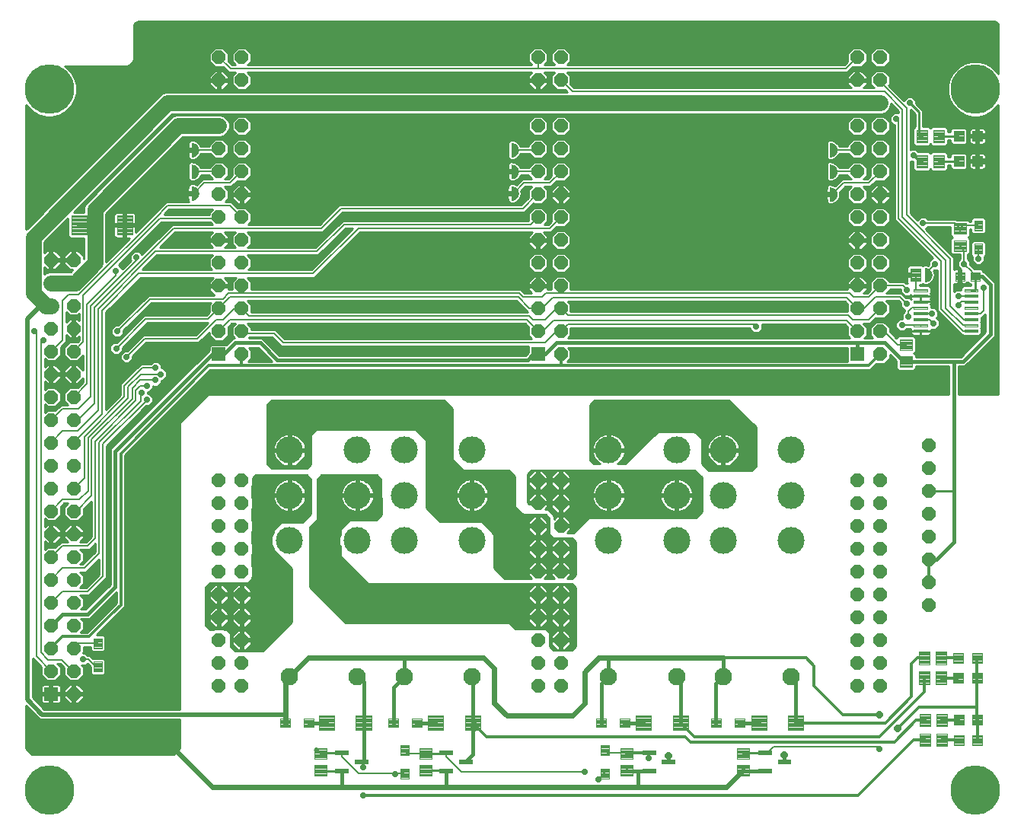
<source format=gtl>
G75*
%MOIN*%
%OFA0B0*%
%FSLAX25Y25*%
%IPPOS*%
%LPD*%
%AMOC8*
5,1,8,0,0,1.08239X$1,22.5*
%
%ADD10C,0.11811*%
%ADD11C,0.07677*%
%ADD12C,0.00394*%
%ADD13C,0.00402*%
%ADD14C,0.00396*%
%ADD15C,0.00409*%
%ADD16C,0.00378*%
%ADD17OC8,0.05906*%
%ADD18R,0.05906X0.05906*%
%ADD19C,0.00100*%
%ADD20C,0.00400*%
%ADD21C,0.00400*%
%ADD22C,0.00425*%
%ADD23C,0.21654*%
%ADD24C,0.01000*%
%ADD25C,0.01600*%
%ADD26C,0.01200*%
%ADD27OC8,0.02781*%
%ADD28R,0.02781X0.02781*%
%ADD29C,0.02400*%
%ADD30C,0.07000*%
%ADD31C,0.02000*%
%ADD32OC8,0.03175*%
%ADD33C,0.00800*%
D10*
X0172752Y0145902D03*
X0172752Y0165744D03*
X0172752Y0185587D03*
X0202516Y0185587D03*
X0222949Y0185587D03*
X0222949Y0165744D03*
X0202516Y0165744D03*
X0202516Y0145902D03*
X0222949Y0145902D03*
X0252713Y0145902D03*
X0252713Y0165744D03*
X0252713Y0185587D03*
X0312516Y0185587D03*
X0312516Y0165744D03*
X0312516Y0145902D03*
X0342280Y0145902D03*
X0362713Y0145902D03*
X0362713Y0165744D03*
X0342280Y0165744D03*
X0342280Y0185587D03*
X0362713Y0185587D03*
X0392476Y0185587D03*
X0392476Y0165744D03*
X0392476Y0145902D03*
D11*
X0392476Y0086374D03*
X0362713Y0086374D03*
X0342280Y0086374D03*
X0312516Y0086374D03*
X0252713Y0086374D03*
X0222949Y0086374D03*
X0202516Y0086374D03*
X0172752Y0086374D03*
D12*
X0173193Y0064257D02*
X0168863Y0064257D01*
X0168863Y0067799D01*
X0173193Y0067799D01*
X0173193Y0064257D01*
X0173193Y0064650D02*
X0168863Y0064650D01*
X0168863Y0065043D02*
X0173193Y0065043D01*
X0173193Y0065436D02*
X0168863Y0065436D01*
X0168863Y0065829D02*
X0173193Y0065829D01*
X0173193Y0066222D02*
X0168863Y0066222D01*
X0168863Y0066615D02*
X0173193Y0066615D01*
X0173193Y0067008D02*
X0168863Y0067008D01*
X0168863Y0067401D02*
X0173193Y0067401D01*
X0173193Y0067794D02*
X0168863Y0067794D01*
X0179099Y0064257D02*
X0183429Y0064257D01*
X0179099Y0064257D02*
X0179099Y0067799D01*
X0183429Y0067799D01*
X0183429Y0064257D01*
X0183429Y0064650D02*
X0179099Y0064650D01*
X0179099Y0065043D02*
X0183429Y0065043D01*
X0183429Y0065436D02*
X0179099Y0065436D01*
X0179099Y0065829D02*
X0183429Y0065829D01*
X0183429Y0066222D02*
X0179099Y0066222D01*
X0179099Y0066615D02*
X0183429Y0066615D01*
X0183429Y0067008D02*
X0179099Y0067008D01*
X0179099Y0067401D02*
X0183429Y0067401D01*
X0183429Y0067794D02*
X0179099Y0067794D01*
X0216113Y0064257D02*
X0220443Y0064257D01*
X0216113Y0064257D02*
X0216113Y0067799D01*
X0220443Y0067799D01*
X0220443Y0064257D01*
X0220443Y0064650D02*
X0216113Y0064650D01*
X0216113Y0065043D02*
X0220443Y0065043D01*
X0220443Y0065436D02*
X0216113Y0065436D01*
X0216113Y0065829D02*
X0220443Y0065829D01*
X0220443Y0066222D02*
X0216113Y0066222D01*
X0216113Y0066615D02*
X0220443Y0066615D01*
X0220443Y0067008D02*
X0216113Y0067008D01*
X0216113Y0067401D02*
X0220443Y0067401D01*
X0220443Y0067794D02*
X0216113Y0067794D01*
X0226349Y0064257D02*
X0230679Y0064257D01*
X0226349Y0064257D02*
X0226349Y0067799D01*
X0230679Y0067799D01*
X0230679Y0064257D01*
X0230679Y0064650D02*
X0226349Y0064650D01*
X0226349Y0065043D02*
X0230679Y0065043D01*
X0230679Y0065436D02*
X0226349Y0065436D01*
X0226349Y0065829D02*
X0230679Y0065829D01*
X0230679Y0066222D02*
X0226349Y0066222D01*
X0226349Y0066615D02*
X0230679Y0066615D01*
X0230679Y0067008D02*
X0226349Y0067008D01*
X0226349Y0067401D02*
X0230679Y0067401D01*
X0230679Y0067794D02*
X0226349Y0067794D01*
X0224917Y0056311D02*
X0224917Y0051981D01*
X0221375Y0051981D01*
X0221375Y0056311D01*
X0224917Y0056311D01*
X0224917Y0052374D02*
X0221375Y0052374D01*
X0221375Y0052767D02*
X0224917Y0052767D01*
X0224917Y0053160D02*
X0221375Y0053160D01*
X0221375Y0053553D02*
X0224917Y0053553D01*
X0224917Y0053946D02*
X0221375Y0053946D01*
X0221375Y0054339D02*
X0224917Y0054339D01*
X0224917Y0054732D02*
X0221375Y0054732D01*
X0221375Y0055125D02*
X0224917Y0055125D01*
X0224917Y0055518D02*
X0221375Y0055518D01*
X0221375Y0055911D02*
X0224917Y0055911D01*
X0224917Y0056304D02*
X0221375Y0056304D01*
X0224917Y0046074D02*
X0224917Y0041744D01*
X0221375Y0041744D01*
X0221375Y0046074D01*
X0224917Y0046074D01*
X0224917Y0042137D02*
X0221375Y0042137D01*
X0221375Y0042530D02*
X0224917Y0042530D01*
X0224917Y0042923D02*
X0221375Y0042923D01*
X0221375Y0043316D02*
X0224917Y0043316D01*
X0224917Y0043709D02*
X0221375Y0043709D01*
X0221375Y0044102D02*
X0224917Y0044102D01*
X0224917Y0044495D02*
X0221375Y0044495D01*
X0221375Y0044888D02*
X0224917Y0044888D01*
X0224917Y0045281D02*
X0221375Y0045281D01*
X0221375Y0045674D02*
X0224917Y0045674D01*
X0224917Y0046067D02*
X0221375Y0046067D01*
X0309125Y0046074D02*
X0309125Y0041744D01*
X0309125Y0046074D02*
X0312667Y0046074D01*
X0312667Y0041744D01*
X0309125Y0041744D01*
X0309125Y0042137D02*
X0312667Y0042137D01*
X0312667Y0042530D02*
X0309125Y0042530D01*
X0309125Y0042923D02*
X0312667Y0042923D01*
X0312667Y0043316D02*
X0309125Y0043316D01*
X0309125Y0043709D02*
X0312667Y0043709D01*
X0312667Y0044102D02*
X0309125Y0044102D01*
X0309125Y0044495D02*
X0312667Y0044495D01*
X0312667Y0044888D02*
X0309125Y0044888D01*
X0309125Y0045281D02*
X0312667Y0045281D01*
X0312667Y0045674D02*
X0309125Y0045674D01*
X0309125Y0046067D02*
X0312667Y0046067D01*
X0309125Y0051981D02*
X0309125Y0056311D01*
X0312667Y0056311D01*
X0312667Y0051981D01*
X0309125Y0051981D01*
X0309125Y0052374D02*
X0312667Y0052374D01*
X0312667Y0052767D02*
X0309125Y0052767D01*
X0309125Y0053160D02*
X0312667Y0053160D01*
X0312667Y0053553D02*
X0309125Y0053553D01*
X0309125Y0053946D02*
X0312667Y0053946D01*
X0312667Y0054339D02*
X0309125Y0054339D01*
X0309125Y0054732D02*
X0312667Y0054732D01*
X0312667Y0055125D02*
X0309125Y0055125D01*
X0309125Y0055518D02*
X0312667Y0055518D01*
X0312667Y0055911D02*
X0309125Y0055911D01*
X0309125Y0056304D02*
X0312667Y0056304D01*
X0311443Y0064257D02*
X0307113Y0064257D01*
X0307113Y0067799D01*
X0311443Y0067799D01*
X0311443Y0064257D01*
X0311443Y0064650D02*
X0307113Y0064650D01*
X0307113Y0065043D02*
X0311443Y0065043D01*
X0311443Y0065436D02*
X0307113Y0065436D01*
X0307113Y0065829D02*
X0311443Y0065829D01*
X0311443Y0066222D02*
X0307113Y0066222D01*
X0307113Y0066615D02*
X0311443Y0066615D01*
X0311443Y0067008D02*
X0307113Y0067008D01*
X0307113Y0067401D02*
X0311443Y0067401D01*
X0311443Y0067794D02*
X0307113Y0067794D01*
X0317349Y0064257D02*
X0321679Y0064257D01*
X0317349Y0064257D02*
X0317349Y0067799D01*
X0321679Y0067799D01*
X0321679Y0064257D01*
X0321679Y0064650D02*
X0317349Y0064650D01*
X0317349Y0065043D02*
X0321679Y0065043D01*
X0321679Y0065436D02*
X0317349Y0065436D01*
X0317349Y0065829D02*
X0321679Y0065829D01*
X0321679Y0066222D02*
X0317349Y0066222D01*
X0317349Y0066615D02*
X0321679Y0066615D01*
X0321679Y0067008D02*
X0317349Y0067008D01*
X0317349Y0067401D02*
X0321679Y0067401D01*
X0321679Y0067794D02*
X0317349Y0067794D01*
X0357363Y0064257D02*
X0361693Y0064257D01*
X0357363Y0064257D02*
X0357363Y0067799D01*
X0361693Y0067799D01*
X0361693Y0064257D01*
X0361693Y0064650D02*
X0357363Y0064650D01*
X0357363Y0065043D02*
X0361693Y0065043D01*
X0361693Y0065436D02*
X0357363Y0065436D01*
X0357363Y0065829D02*
X0361693Y0065829D01*
X0361693Y0066222D02*
X0357363Y0066222D01*
X0357363Y0066615D02*
X0361693Y0066615D01*
X0361693Y0067008D02*
X0357363Y0067008D01*
X0357363Y0067401D02*
X0361693Y0067401D01*
X0361693Y0067794D02*
X0357363Y0067794D01*
X0367599Y0064257D02*
X0371929Y0064257D01*
X0367599Y0064257D02*
X0367599Y0067799D01*
X0371929Y0067799D01*
X0371929Y0064257D01*
X0371929Y0064650D02*
X0367599Y0064650D01*
X0367599Y0065043D02*
X0371929Y0065043D01*
X0371929Y0065436D02*
X0367599Y0065436D01*
X0367599Y0065829D02*
X0371929Y0065829D01*
X0371929Y0066222D02*
X0367599Y0066222D01*
X0367599Y0066615D02*
X0371929Y0066615D01*
X0371929Y0067008D02*
X0367599Y0067008D01*
X0367599Y0067401D02*
X0371929Y0067401D01*
X0371929Y0067794D02*
X0367599Y0067794D01*
X0464331Y0263299D02*
X0468267Y0263299D01*
X0468267Y0259757D01*
X0464331Y0259757D01*
X0464331Y0263299D01*
X0464331Y0260150D02*
X0468267Y0260150D01*
X0468267Y0260543D02*
X0464331Y0260543D01*
X0464331Y0260936D02*
X0468267Y0260936D01*
X0468267Y0261329D02*
X0464331Y0261329D01*
X0464331Y0261722D02*
X0468267Y0261722D01*
X0468267Y0262115D02*
X0464331Y0262115D01*
X0464331Y0262508D02*
X0468267Y0262508D01*
X0468267Y0262901D02*
X0464331Y0262901D01*
X0464331Y0263294D02*
X0468267Y0263294D01*
X0471024Y0263299D02*
X0474960Y0263299D01*
X0474960Y0259757D01*
X0471024Y0259757D01*
X0471024Y0263299D01*
X0471024Y0260150D02*
X0474960Y0260150D01*
X0474960Y0260543D02*
X0471024Y0260543D01*
X0471024Y0260936D02*
X0474960Y0260936D01*
X0474960Y0261329D02*
X0471024Y0261329D01*
X0471024Y0261722D02*
X0474960Y0261722D01*
X0474960Y0262115D02*
X0471024Y0262115D01*
X0471024Y0262508D02*
X0474960Y0262508D01*
X0474960Y0262901D02*
X0471024Y0262901D01*
X0471024Y0263294D02*
X0474960Y0263294D01*
X0476167Y0271494D02*
X0476167Y0275824D01*
X0476167Y0271494D02*
X0472625Y0271494D01*
X0472625Y0275824D01*
X0476167Y0275824D01*
X0476167Y0271887D02*
X0472625Y0271887D01*
X0472625Y0272280D02*
X0476167Y0272280D01*
X0476167Y0272673D02*
X0472625Y0272673D01*
X0472625Y0273066D02*
X0476167Y0273066D01*
X0476167Y0273459D02*
X0472625Y0273459D01*
X0472625Y0273852D02*
X0476167Y0273852D01*
X0476167Y0274245D02*
X0472625Y0274245D01*
X0472625Y0274638D02*
X0476167Y0274638D01*
X0476167Y0275031D02*
X0472625Y0275031D01*
X0472625Y0275424D02*
X0476167Y0275424D01*
X0476167Y0275817D02*
X0472625Y0275817D01*
X0476167Y0281731D02*
X0476167Y0286061D01*
X0476167Y0281731D02*
X0472625Y0281731D01*
X0472625Y0286061D01*
X0476167Y0286061D01*
X0476167Y0282124D02*
X0472625Y0282124D01*
X0472625Y0282517D02*
X0476167Y0282517D01*
X0476167Y0282910D02*
X0472625Y0282910D01*
X0472625Y0283303D02*
X0476167Y0283303D01*
X0476167Y0283696D02*
X0472625Y0283696D01*
X0472625Y0284089D02*
X0476167Y0284089D01*
X0476167Y0284482D02*
X0472625Y0284482D01*
X0472625Y0284875D02*
X0476167Y0284875D01*
X0476167Y0285268D02*
X0472625Y0285268D01*
X0472625Y0285661D02*
X0476167Y0285661D01*
X0476167Y0286054D02*
X0472625Y0286054D01*
X0087125Y0103061D02*
X0087125Y0098731D01*
X0087125Y0103061D02*
X0090667Y0103061D01*
X0090667Y0098731D01*
X0087125Y0098731D01*
X0087125Y0099124D02*
X0090667Y0099124D01*
X0090667Y0099517D02*
X0087125Y0099517D01*
X0087125Y0099910D02*
X0090667Y0099910D01*
X0090667Y0100303D02*
X0087125Y0100303D01*
X0087125Y0100696D02*
X0090667Y0100696D01*
X0090667Y0101089D02*
X0087125Y0101089D01*
X0087125Y0101482D02*
X0090667Y0101482D01*
X0090667Y0101875D02*
X0087125Y0101875D01*
X0087125Y0102268D02*
X0090667Y0102268D01*
X0090667Y0102661D02*
X0087125Y0102661D01*
X0087125Y0103054D02*
X0090667Y0103054D01*
X0087125Y0092824D02*
X0087125Y0088494D01*
X0087125Y0092824D02*
X0090667Y0092824D01*
X0090667Y0088494D01*
X0087125Y0088494D01*
X0087125Y0088887D02*
X0090667Y0088887D01*
X0090667Y0089280D02*
X0087125Y0089280D01*
X0087125Y0089673D02*
X0090667Y0089673D01*
X0090667Y0090066D02*
X0087125Y0090066D01*
X0087125Y0090459D02*
X0090667Y0090459D01*
X0090667Y0090852D02*
X0087125Y0090852D01*
X0087125Y0091245D02*
X0090667Y0091245D01*
X0090667Y0091638D02*
X0087125Y0091638D01*
X0087125Y0092031D02*
X0090667Y0092031D01*
X0090667Y0092424D02*
X0087125Y0092424D01*
X0087125Y0092817D02*
X0090667Y0092817D01*
D13*
X0185733Y0069173D02*
X0192417Y0069173D01*
X0192417Y0062883D01*
X0185733Y0062883D01*
X0185733Y0069173D01*
X0185733Y0063284D02*
X0192417Y0063284D01*
X0192417Y0063685D02*
X0185733Y0063685D01*
X0185733Y0064086D02*
X0192417Y0064086D01*
X0192417Y0064487D02*
X0185733Y0064487D01*
X0185733Y0064888D02*
X0192417Y0064888D01*
X0192417Y0065289D02*
X0185733Y0065289D01*
X0185733Y0065690D02*
X0192417Y0065690D01*
X0192417Y0066091D02*
X0185733Y0066091D01*
X0185733Y0066492D02*
X0192417Y0066492D01*
X0192417Y0066893D02*
X0185733Y0066893D01*
X0185733Y0067294D02*
X0192417Y0067294D01*
X0192417Y0067695D02*
X0185733Y0067695D01*
X0185733Y0068096D02*
X0192417Y0068096D01*
X0192417Y0068497D02*
X0185733Y0068497D01*
X0185733Y0068898D02*
X0192417Y0068898D01*
X0201875Y0069173D02*
X0208559Y0069173D01*
X0208559Y0062883D01*
X0201875Y0062883D01*
X0201875Y0069173D01*
X0201875Y0063284D02*
X0208559Y0063284D01*
X0208559Y0063685D02*
X0201875Y0063685D01*
X0201875Y0064086D02*
X0208559Y0064086D01*
X0208559Y0064487D02*
X0201875Y0064487D01*
X0201875Y0064888D02*
X0208559Y0064888D01*
X0208559Y0065289D02*
X0201875Y0065289D01*
X0201875Y0065690D02*
X0208559Y0065690D01*
X0208559Y0066091D02*
X0201875Y0066091D01*
X0201875Y0066492D02*
X0208559Y0066492D01*
X0208559Y0066893D02*
X0201875Y0066893D01*
X0201875Y0067294D02*
X0208559Y0067294D01*
X0208559Y0067695D02*
X0201875Y0067695D01*
X0201875Y0068096D02*
X0208559Y0068096D01*
X0208559Y0068497D02*
X0201875Y0068497D01*
X0201875Y0068898D02*
X0208559Y0068898D01*
X0233483Y0069173D02*
X0240167Y0069173D01*
X0240167Y0062883D01*
X0233483Y0062883D01*
X0233483Y0069173D01*
X0233483Y0063284D02*
X0240167Y0063284D01*
X0240167Y0063685D02*
X0233483Y0063685D01*
X0233483Y0064086D02*
X0240167Y0064086D01*
X0240167Y0064487D02*
X0233483Y0064487D01*
X0233483Y0064888D02*
X0240167Y0064888D01*
X0240167Y0065289D02*
X0233483Y0065289D01*
X0233483Y0065690D02*
X0240167Y0065690D01*
X0240167Y0066091D02*
X0233483Y0066091D01*
X0233483Y0066492D02*
X0240167Y0066492D01*
X0240167Y0066893D02*
X0233483Y0066893D01*
X0233483Y0067294D02*
X0240167Y0067294D01*
X0240167Y0067695D02*
X0233483Y0067695D01*
X0233483Y0068096D02*
X0240167Y0068096D01*
X0240167Y0068497D02*
X0233483Y0068497D01*
X0233483Y0068898D02*
X0240167Y0068898D01*
X0249625Y0069173D02*
X0256309Y0069173D01*
X0256309Y0062883D01*
X0249625Y0062883D01*
X0249625Y0069173D01*
X0249625Y0063284D02*
X0256309Y0063284D01*
X0256309Y0063685D02*
X0249625Y0063685D01*
X0249625Y0064086D02*
X0256309Y0064086D01*
X0256309Y0064487D02*
X0249625Y0064487D01*
X0249625Y0064888D02*
X0256309Y0064888D01*
X0256309Y0065289D02*
X0249625Y0065289D01*
X0249625Y0065690D02*
X0256309Y0065690D01*
X0256309Y0066091D02*
X0249625Y0066091D01*
X0249625Y0066492D02*
X0256309Y0066492D01*
X0256309Y0066893D02*
X0249625Y0066893D01*
X0249625Y0067294D02*
X0256309Y0067294D01*
X0256309Y0067695D02*
X0249625Y0067695D01*
X0249625Y0068096D02*
X0256309Y0068096D01*
X0256309Y0068497D02*
X0249625Y0068497D01*
X0249625Y0068898D02*
X0256309Y0068898D01*
X0324483Y0069173D02*
X0331167Y0069173D01*
X0331167Y0062883D01*
X0324483Y0062883D01*
X0324483Y0069173D01*
X0324483Y0063284D02*
X0331167Y0063284D01*
X0331167Y0063685D02*
X0324483Y0063685D01*
X0324483Y0064086D02*
X0331167Y0064086D01*
X0331167Y0064487D02*
X0324483Y0064487D01*
X0324483Y0064888D02*
X0331167Y0064888D01*
X0331167Y0065289D02*
X0324483Y0065289D01*
X0324483Y0065690D02*
X0331167Y0065690D01*
X0331167Y0066091D02*
X0324483Y0066091D01*
X0324483Y0066492D02*
X0331167Y0066492D01*
X0331167Y0066893D02*
X0324483Y0066893D01*
X0324483Y0067294D02*
X0331167Y0067294D01*
X0331167Y0067695D02*
X0324483Y0067695D01*
X0324483Y0068096D02*
X0331167Y0068096D01*
X0331167Y0068497D02*
X0324483Y0068497D01*
X0324483Y0068898D02*
X0331167Y0068898D01*
X0340625Y0069173D02*
X0347309Y0069173D01*
X0347309Y0062883D01*
X0340625Y0062883D01*
X0340625Y0069173D01*
X0340625Y0063284D02*
X0347309Y0063284D01*
X0347309Y0063685D02*
X0340625Y0063685D01*
X0340625Y0064086D02*
X0347309Y0064086D01*
X0347309Y0064487D02*
X0340625Y0064487D01*
X0340625Y0064888D02*
X0347309Y0064888D01*
X0347309Y0065289D02*
X0340625Y0065289D01*
X0340625Y0065690D02*
X0347309Y0065690D01*
X0347309Y0066091D02*
X0340625Y0066091D01*
X0340625Y0066492D02*
X0347309Y0066492D01*
X0347309Y0066893D02*
X0340625Y0066893D01*
X0340625Y0067294D02*
X0347309Y0067294D01*
X0347309Y0067695D02*
X0340625Y0067695D01*
X0340625Y0068096D02*
X0347309Y0068096D01*
X0347309Y0068497D02*
X0340625Y0068497D01*
X0340625Y0068898D02*
X0347309Y0068898D01*
X0374983Y0069173D02*
X0381667Y0069173D01*
X0381667Y0062883D01*
X0374983Y0062883D01*
X0374983Y0069173D01*
X0374983Y0063284D02*
X0381667Y0063284D01*
X0381667Y0063685D02*
X0374983Y0063685D01*
X0374983Y0064086D02*
X0381667Y0064086D01*
X0381667Y0064487D02*
X0374983Y0064487D01*
X0374983Y0064888D02*
X0381667Y0064888D01*
X0381667Y0065289D02*
X0374983Y0065289D01*
X0374983Y0065690D02*
X0381667Y0065690D01*
X0381667Y0066091D02*
X0374983Y0066091D01*
X0374983Y0066492D02*
X0381667Y0066492D01*
X0381667Y0066893D02*
X0374983Y0066893D01*
X0374983Y0067294D02*
X0381667Y0067294D01*
X0381667Y0067695D02*
X0374983Y0067695D01*
X0374983Y0068096D02*
X0381667Y0068096D01*
X0381667Y0068497D02*
X0374983Y0068497D01*
X0374983Y0068898D02*
X0381667Y0068898D01*
X0391125Y0069173D02*
X0397809Y0069173D01*
X0397809Y0062883D01*
X0391125Y0062883D01*
X0391125Y0069173D01*
X0391125Y0063284D02*
X0397809Y0063284D01*
X0397809Y0063685D02*
X0391125Y0063685D01*
X0391125Y0064086D02*
X0397809Y0064086D01*
X0397809Y0064487D02*
X0391125Y0064487D01*
X0391125Y0064888D02*
X0397809Y0064888D01*
X0397809Y0065289D02*
X0391125Y0065289D01*
X0391125Y0065690D02*
X0397809Y0065690D01*
X0397809Y0066091D02*
X0391125Y0066091D01*
X0391125Y0066492D02*
X0397809Y0066492D01*
X0397809Y0066893D02*
X0391125Y0066893D01*
X0391125Y0067294D02*
X0397809Y0067294D01*
X0397809Y0067695D02*
X0391125Y0067695D01*
X0391125Y0068096D02*
X0397809Y0068096D01*
X0397809Y0068497D02*
X0391125Y0068497D01*
X0391125Y0068898D02*
X0397809Y0068898D01*
D14*
X0383698Y0052126D02*
X0378094Y0052126D01*
X0378094Y0053930D01*
X0383698Y0053930D01*
X0383698Y0052126D01*
X0383698Y0052521D02*
X0378094Y0052521D01*
X0378094Y0052916D02*
X0383698Y0052916D01*
X0383698Y0053311D02*
X0378094Y0053311D01*
X0378094Y0053706D02*
X0383698Y0053706D01*
X0386594Y0048126D02*
X0392198Y0048126D01*
X0386594Y0048126D02*
X0386594Y0049930D01*
X0392198Y0049930D01*
X0392198Y0048126D01*
X0392198Y0048521D02*
X0386594Y0048521D01*
X0386594Y0048916D02*
X0392198Y0048916D01*
X0392198Y0049311D02*
X0386594Y0049311D01*
X0386594Y0049706D02*
X0392198Y0049706D01*
X0383698Y0044126D02*
X0378094Y0044126D01*
X0378094Y0045930D01*
X0383698Y0045930D01*
X0383698Y0044126D01*
X0383698Y0044521D02*
X0378094Y0044521D01*
X0378094Y0044916D02*
X0383698Y0044916D01*
X0383698Y0045311D02*
X0378094Y0045311D01*
X0378094Y0045706D02*
X0383698Y0045706D01*
X0341448Y0048126D02*
X0335844Y0048126D01*
X0335844Y0049930D01*
X0341448Y0049930D01*
X0341448Y0048126D01*
X0341448Y0048521D02*
X0335844Y0048521D01*
X0335844Y0048916D02*
X0341448Y0048916D01*
X0341448Y0049311D02*
X0335844Y0049311D01*
X0335844Y0049706D02*
X0341448Y0049706D01*
X0332948Y0052126D02*
X0327344Y0052126D01*
X0327344Y0053930D01*
X0332948Y0053930D01*
X0332948Y0052126D01*
X0332948Y0052521D02*
X0327344Y0052521D01*
X0327344Y0052916D02*
X0332948Y0052916D01*
X0332948Y0053311D02*
X0327344Y0053311D01*
X0327344Y0053706D02*
X0332948Y0053706D01*
X0332948Y0044126D02*
X0327344Y0044126D01*
X0327344Y0045930D01*
X0332948Y0045930D01*
X0332948Y0044126D01*
X0332948Y0044521D02*
X0327344Y0044521D01*
X0327344Y0044916D02*
X0332948Y0044916D01*
X0332948Y0045311D02*
X0327344Y0045311D01*
X0327344Y0045706D02*
X0332948Y0045706D01*
X0252648Y0048126D02*
X0247044Y0048126D01*
X0247044Y0049930D01*
X0252648Y0049930D01*
X0252648Y0048126D01*
X0252648Y0048521D02*
X0247044Y0048521D01*
X0247044Y0048916D02*
X0252648Y0048916D01*
X0252648Y0049311D02*
X0247044Y0049311D01*
X0247044Y0049706D02*
X0252648Y0049706D01*
X0244148Y0052126D02*
X0238544Y0052126D01*
X0238544Y0053930D01*
X0244148Y0053930D01*
X0244148Y0052126D01*
X0244148Y0052521D02*
X0238544Y0052521D01*
X0238544Y0052916D02*
X0244148Y0052916D01*
X0244148Y0053311D02*
X0238544Y0053311D01*
X0238544Y0053706D02*
X0244148Y0053706D01*
X0244148Y0044126D02*
X0238544Y0044126D01*
X0238544Y0045930D01*
X0244148Y0045930D01*
X0244148Y0044126D01*
X0244148Y0044521D02*
X0238544Y0044521D01*
X0238544Y0044916D02*
X0244148Y0044916D01*
X0244148Y0045311D02*
X0238544Y0045311D01*
X0238544Y0045706D02*
X0244148Y0045706D01*
X0206948Y0048126D02*
X0201344Y0048126D01*
X0201344Y0049930D01*
X0206948Y0049930D01*
X0206948Y0048126D01*
X0206948Y0048521D02*
X0201344Y0048521D01*
X0201344Y0048916D02*
X0206948Y0048916D01*
X0206948Y0049311D02*
X0201344Y0049311D01*
X0201344Y0049706D02*
X0206948Y0049706D01*
X0198448Y0052126D02*
X0192844Y0052126D01*
X0192844Y0053930D01*
X0198448Y0053930D01*
X0198448Y0052126D01*
X0198448Y0052521D02*
X0192844Y0052521D01*
X0192844Y0052916D02*
X0198448Y0052916D01*
X0198448Y0053311D02*
X0192844Y0053311D01*
X0192844Y0053706D02*
X0198448Y0053706D01*
X0198448Y0044126D02*
X0192844Y0044126D01*
X0192844Y0045930D01*
X0198448Y0045930D01*
X0198448Y0044126D01*
X0198448Y0044521D02*
X0192844Y0044521D01*
X0192844Y0044916D02*
X0198448Y0044916D01*
X0198448Y0045311D02*
X0192844Y0045311D01*
X0192844Y0045706D02*
X0198448Y0045706D01*
D15*
X0189145Y0047642D02*
X0189145Y0042932D01*
X0183647Y0042932D01*
X0183647Y0047642D01*
X0189145Y0047642D01*
X0189145Y0043340D02*
X0183647Y0043340D01*
X0183647Y0043748D02*
X0189145Y0043748D01*
X0189145Y0044156D02*
X0183647Y0044156D01*
X0183647Y0044564D02*
X0189145Y0044564D01*
X0189145Y0044972D02*
X0183647Y0044972D01*
X0183647Y0045380D02*
X0189145Y0045380D01*
X0189145Y0045788D02*
X0183647Y0045788D01*
X0183647Y0046196D02*
X0189145Y0046196D01*
X0189145Y0046604D02*
X0183647Y0046604D01*
X0183647Y0047012D02*
X0189145Y0047012D01*
X0189145Y0047420D02*
X0183647Y0047420D01*
X0189145Y0050413D02*
X0189145Y0055123D01*
X0189145Y0050413D02*
X0183647Y0050413D01*
X0183647Y0055123D01*
X0189145Y0055123D01*
X0189145Y0050821D02*
X0183647Y0050821D01*
X0183647Y0051229D02*
X0189145Y0051229D01*
X0189145Y0051637D02*
X0183647Y0051637D01*
X0183647Y0052045D02*
X0189145Y0052045D01*
X0189145Y0052453D02*
X0183647Y0052453D01*
X0183647Y0052861D02*
X0189145Y0052861D01*
X0189145Y0053269D02*
X0183647Y0053269D01*
X0183647Y0053677D02*
X0189145Y0053677D01*
X0189145Y0054085D02*
X0183647Y0054085D01*
X0183647Y0054493D02*
X0189145Y0054493D01*
X0189145Y0054901D02*
X0183647Y0054901D01*
X0235145Y0055123D02*
X0235145Y0050413D01*
X0229647Y0050413D01*
X0229647Y0055123D01*
X0235145Y0055123D01*
X0235145Y0050821D02*
X0229647Y0050821D01*
X0229647Y0051229D02*
X0235145Y0051229D01*
X0235145Y0051637D02*
X0229647Y0051637D01*
X0229647Y0052045D02*
X0235145Y0052045D01*
X0235145Y0052453D02*
X0229647Y0052453D01*
X0229647Y0052861D02*
X0235145Y0052861D01*
X0235145Y0053269D02*
X0229647Y0053269D01*
X0229647Y0053677D02*
X0235145Y0053677D01*
X0235145Y0054085D02*
X0229647Y0054085D01*
X0229647Y0054493D02*
X0235145Y0054493D01*
X0235145Y0054901D02*
X0229647Y0054901D01*
X0235145Y0047642D02*
X0235145Y0042932D01*
X0229647Y0042932D01*
X0229647Y0047642D01*
X0235145Y0047642D01*
X0235145Y0043340D02*
X0229647Y0043340D01*
X0229647Y0043748D02*
X0235145Y0043748D01*
X0235145Y0044156D02*
X0229647Y0044156D01*
X0229647Y0044564D02*
X0235145Y0044564D01*
X0235145Y0044972D02*
X0229647Y0044972D01*
X0229647Y0045380D02*
X0235145Y0045380D01*
X0235145Y0045788D02*
X0229647Y0045788D01*
X0229647Y0046196D02*
X0235145Y0046196D01*
X0235145Y0046604D02*
X0229647Y0046604D01*
X0229647Y0047012D02*
X0235145Y0047012D01*
X0235145Y0047420D02*
X0229647Y0047420D01*
X0323145Y0047642D02*
X0323145Y0042932D01*
X0317647Y0042932D01*
X0317647Y0047642D01*
X0323145Y0047642D01*
X0323145Y0043340D02*
X0317647Y0043340D01*
X0317647Y0043748D02*
X0323145Y0043748D01*
X0323145Y0044156D02*
X0317647Y0044156D01*
X0317647Y0044564D02*
X0323145Y0044564D01*
X0323145Y0044972D02*
X0317647Y0044972D01*
X0317647Y0045380D02*
X0323145Y0045380D01*
X0323145Y0045788D02*
X0317647Y0045788D01*
X0317647Y0046196D02*
X0323145Y0046196D01*
X0323145Y0046604D02*
X0317647Y0046604D01*
X0317647Y0047012D02*
X0323145Y0047012D01*
X0323145Y0047420D02*
X0317647Y0047420D01*
X0323145Y0050413D02*
X0323145Y0055123D01*
X0323145Y0050413D02*
X0317647Y0050413D01*
X0317647Y0055123D01*
X0323145Y0055123D01*
X0323145Y0050821D02*
X0317647Y0050821D01*
X0317647Y0051229D02*
X0323145Y0051229D01*
X0323145Y0051637D02*
X0317647Y0051637D01*
X0317647Y0052045D02*
X0323145Y0052045D01*
X0323145Y0052453D02*
X0317647Y0052453D01*
X0317647Y0052861D02*
X0323145Y0052861D01*
X0323145Y0053269D02*
X0317647Y0053269D01*
X0317647Y0053677D02*
X0323145Y0053677D01*
X0323145Y0054085D02*
X0317647Y0054085D01*
X0317647Y0054493D02*
X0323145Y0054493D01*
X0323145Y0054901D02*
X0317647Y0054901D01*
X0374145Y0055123D02*
X0374145Y0050413D01*
X0368647Y0050413D01*
X0368647Y0055123D01*
X0374145Y0055123D01*
X0374145Y0050821D02*
X0368647Y0050821D01*
X0368647Y0051229D02*
X0374145Y0051229D01*
X0374145Y0051637D02*
X0368647Y0051637D01*
X0368647Y0052045D02*
X0374145Y0052045D01*
X0374145Y0052453D02*
X0368647Y0052453D01*
X0368647Y0052861D02*
X0374145Y0052861D01*
X0374145Y0053269D02*
X0368647Y0053269D01*
X0368647Y0053677D02*
X0374145Y0053677D01*
X0374145Y0054085D02*
X0368647Y0054085D01*
X0368647Y0054493D02*
X0374145Y0054493D01*
X0374145Y0054901D02*
X0368647Y0054901D01*
X0374145Y0047642D02*
X0374145Y0042932D01*
X0368647Y0042932D01*
X0368647Y0047642D01*
X0374145Y0047642D01*
X0374145Y0043340D02*
X0368647Y0043340D01*
X0368647Y0043748D02*
X0374145Y0043748D01*
X0374145Y0044156D02*
X0368647Y0044156D01*
X0368647Y0044564D02*
X0374145Y0044564D01*
X0374145Y0044972D02*
X0368647Y0044972D01*
X0368647Y0045380D02*
X0374145Y0045380D01*
X0374145Y0045788D02*
X0368647Y0045788D01*
X0368647Y0046196D02*
X0374145Y0046196D01*
X0374145Y0046604D02*
X0368647Y0046604D01*
X0368647Y0047012D02*
X0374145Y0047012D01*
X0374145Y0047420D02*
X0368647Y0047420D01*
X0448601Y0061327D02*
X0453311Y0061327D01*
X0453311Y0055829D01*
X0448601Y0055829D01*
X0448601Y0061327D01*
X0448601Y0056237D02*
X0453311Y0056237D01*
X0453311Y0056645D02*
X0448601Y0056645D01*
X0448601Y0057053D02*
X0453311Y0057053D01*
X0453311Y0057461D02*
X0448601Y0057461D01*
X0448601Y0057869D02*
X0453311Y0057869D01*
X0453311Y0058277D02*
X0448601Y0058277D01*
X0448601Y0058685D02*
X0453311Y0058685D01*
X0453311Y0059093D02*
X0448601Y0059093D01*
X0448601Y0059501D02*
X0453311Y0059501D01*
X0453311Y0059909D02*
X0448601Y0059909D01*
X0448601Y0060317D02*
X0453311Y0060317D01*
X0453311Y0060725D02*
X0448601Y0060725D01*
X0448601Y0061133D02*
X0453311Y0061133D01*
X0456081Y0061327D02*
X0460791Y0061327D01*
X0460791Y0055829D01*
X0456081Y0055829D01*
X0456081Y0061327D01*
X0456081Y0056237D02*
X0460791Y0056237D01*
X0460791Y0056645D02*
X0456081Y0056645D01*
X0456081Y0057053D02*
X0460791Y0057053D01*
X0460791Y0057461D02*
X0456081Y0057461D01*
X0456081Y0057869D02*
X0460791Y0057869D01*
X0460791Y0058277D02*
X0456081Y0058277D01*
X0456081Y0058685D02*
X0460791Y0058685D01*
X0460791Y0059093D02*
X0456081Y0059093D01*
X0456081Y0059501D02*
X0460791Y0059501D01*
X0460791Y0059909D02*
X0456081Y0059909D01*
X0456081Y0060317D02*
X0460791Y0060317D01*
X0460791Y0060725D02*
X0456081Y0060725D01*
X0456081Y0061133D02*
X0460791Y0061133D01*
X0460791Y0070077D02*
X0456081Y0070077D01*
X0460791Y0070077D02*
X0460791Y0064579D01*
X0456081Y0064579D01*
X0456081Y0070077D01*
X0456081Y0064987D02*
X0460791Y0064987D01*
X0460791Y0065395D02*
X0456081Y0065395D01*
X0456081Y0065803D02*
X0460791Y0065803D01*
X0460791Y0066211D02*
X0456081Y0066211D01*
X0456081Y0066619D02*
X0460791Y0066619D01*
X0460791Y0067027D02*
X0456081Y0067027D01*
X0456081Y0067435D02*
X0460791Y0067435D01*
X0460791Y0067843D02*
X0456081Y0067843D01*
X0456081Y0068251D02*
X0460791Y0068251D01*
X0460791Y0068659D02*
X0456081Y0068659D01*
X0456081Y0069067D02*
X0460791Y0069067D01*
X0460791Y0069475D02*
X0456081Y0069475D01*
X0456081Y0069883D02*
X0460791Y0069883D01*
X0453311Y0070077D02*
X0448601Y0070077D01*
X0453311Y0070077D02*
X0453311Y0064579D01*
X0448601Y0064579D01*
X0448601Y0070077D01*
X0448601Y0064987D02*
X0453311Y0064987D01*
X0453311Y0065395D02*
X0448601Y0065395D01*
X0448601Y0065803D02*
X0453311Y0065803D01*
X0453311Y0066211D02*
X0448601Y0066211D01*
X0448601Y0066619D02*
X0453311Y0066619D01*
X0453311Y0067027D02*
X0448601Y0067027D01*
X0448601Y0067435D02*
X0453311Y0067435D01*
X0453311Y0067843D02*
X0448601Y0067843D01*
X0448601Y0068251D02*
X0453311Y0068251D01*
X0453311Y0068659D02*
X0448601Y0068659D01*
X0448601Y0069067D02*
X0453311Y0069067D01*
X0453311Y0069475D02*
X0448601Y0069475D01*
X0448601Y0069883D02*
X0453311Y0069883D01*
X0453011Y0088527D02*
X0448301Y0088527D01*
X0453011Y0088527D02*
X0453011Y0083029D01*
X0448301Y0083029D01*
X0448301Y0088527D01*
X0448301Y0083437D02*
X0453011Y0083437D01*
X0453011Y0083845D02*
X0448301Y0083845D01*
X0448301Y0084253D02*
X0453011Y0084253D01*
X0453011Y0084661D02*
X0448301Y0084661D01*
X0448301Y0085069D02*
X0453011Y0085069D01*
X0453011Y0085477D02*
X0448301Y0085477D01*
X0448301Y0085885D02*
X0453011Y0085885D01*
X0453011Y0086293D02*
X0448301Y0086293D01*
X0448301Y0086701D02*
X0453011Y0086701D01*
X0453011Y0087109D02*
X0448301Y0087109D01*
X0448301Y0087517D02*
X0453011Y0087517D01*
X0453011Y0087925D02*
X0448301Y0087925D01*
X0448301Y0088333D02*
X0453011Y0088333D01*
X0455781Y0088527D02*
X0460491Y0088527D01*
X0460491Y0083029D01*
X0455781Y0083029D01*
X0455781Y0088527D01*
X0455781Y0083437D02*
X0460491Y0083437D01*
X0460491Y0083845D02*
X0455781Y0083845D01*
X0455781Y0084253D02*
X0460491Y0084253D01*
X0460491Y0084661D02*
X0455781Y0084661D01*
X0455781Y0085069D02*
X0460491Y0085069D01*
X0460491Y0085477D02*
X0455781Y0085477D01*
X0455781Y0085885D02*
X0460491Y0085885D01*
X0460491Y0086293D02*
X0455781Y0086293D01*
X0455781Y0086701D02*
X0460491Y0086701D01*
X0460491Y0087109D02*
X0455781Y0087109D01*
X0455781Y0087517D02*
X0460491Y0087517D01*
X0460491Y0087925D02*
X0455781Y0087925D01*
X0455781Y0088333D02*
X0460491Y0088333D01*
X0460491Y0097277D02*
X0455781Y0097277D01*
X0460491Y0097277D02*
X0460491Y0091779D01*
X0455781Y0091779D01*
X0455781Y0097277D01*
X0455781Y0092187D02*
X0460491Y0092187D01*
X0460491Y0092595D02*
X0455781Y0092595D01*
X0455781Y0093003D02*
X0460491Y0093003D01*
X0460491Y0093411D02*
X0455781Y0093411D01*
X0455781Y0093819D02*
X0460491Y0093819D01*
X0460491Y0094227D02*
X0455781Y0094227D01*
X0455781Y0094635D02*
X0460491Y0094635D01*
X0460491Y0095043D02*
X0455781Y0095043D01*
X0455781Y0095451D02*
X0460491Y0095451D01*
X0460491Y0095859D02*
X0455781Y0095859D01*
X0455781Y0096267D02*
X0460491Y0096267D01*
X0460491Y0096675D02*
X0455781Y0096675D01*
X0455781Y0097083D02*
X0460491Y0097083D01*
X0453011Y0097277D02*
X0448301Y0097277D01*
X0453011Y0097277D02*
X0453011Y0091779D01*
X0448301Y0091779D01*
X0448301Y0097277D01*
X0448301Y0092187D02*
X0453011Y0092187D01*
X0453011Y0092595D02*
X0448301Y0092595D01*
X0448301Y0093003D02*
X0453011Y0093003D01*
X0453011Y0093411D02*
X0448301Y0093411D01*
X0448301Y0093819D02*
X0453011Y0093819D01*
X0453011Y0094227D02*
X0448301Y0094227D01*
X0448301Y0094635D02*
X0453011Y0094635D01*
X0453011Y0095043D02*
X0448301Y0095043D01*
X0448301Y0095451D02*
X0453011Y0095451D01*
X0453011Y0095859D02*
X0448301Y0095859D01*
X0448301Y0096267D02*
X0453011Y0096267D01*
X0453011Y0096675D02*
X0448301Y0096675D01*
X0448301Y0097083D02*
X0453011Y0097083D01*
X0439897Y0221932D02*
X0439897Y0226642D01*
X0445395Y0226642D01*
X0445395Y0221932D01*
X0439897Y0221932D01*
X0439897Y0222340D02*
X0445395Y0222340D01*
X0445395Y0222748D02*
X0439897Y0222748D01*
X0439897Y0223156D02*
X0445395Y0223156D01*
X0445395Y0223564D02*
X0439897Y0223564D01*
X0439897Y0223972D02*
X0445395Y0223972D01*
X0445395Y0224380D02*
X0439897Y0224380D01*
X0439897Y0224788D02*
X0445395Y0224788D01*
X0445395Y0225196D02*
X0439897Y0225196D01*
X0439897Y0225604D02*
X0445395Y0225604D01*
X0445395Y0226012D02*
X0439897Y0226012D01*
X0439897Y0226420D02*
X0445395Y0226420D01*
X0439897Y0229413D02*
X0439897Y0234123D01*
X0445395Y0234123D01*
X0445395Y0229413D01*
X0439897Y0229413D01*
X0439897Y0229821D02*
X0445395Y0229821D01*
X0445395Y0230229D02*
X0439897Y0230229D01*
X0439897Y0230637D02*
X0445395Y0230637D01*
X0445395Y0231045D02*
X0439897Y0231045D01*
X0439897Y0231453D02*
X0445395Y0231453D01*
X0445395Y0231861D02*
X0439897Y0231861D01*
X0439897Y0232269D02*
X0445395Y0232269D01*
X0445395Y0232677D02*
X0439897Y0232677D01*
X0439897Y0233085D02*
X0445395Y0233085D01*
X0445395Y0233493D02*
X0439897Y0233493D01*
X0439897Y0233901D02*
X0445395Y0233901D01*
X0469145Y0272682D02*
X0469145Y0277392D01*
X0469145Y0272682D02*
X0463647Y0272682D01*
X0463647Y0277392D01*
X0469145Y0277392D01*
X0469145Y0273090D02*
X0463647Y0273090D01*
X0463647Y0273498D02*
X0469145Y0273498D01*
X0469145Y0273906D02*
X0463647Y0273906D01*
X0463647Y0274314D02*
X0469145Y0274314D01*
X0469145Y0274722D02*
X0463647Y0274722D01*
X0463647Y0275130D02*
X0469145Y0275130D01*
X0469145Y0275538D02*
X0463647Y0275538D01*
X0463647Y0275946D02*
X0469145Y0275946D01*
X0469145Y0276354D02*
X0463647Y0276354D01*
X0463647Y0276762D02*
X0469145Y0276762D01*
X0469145Y0277170D02*
X0463647Y0277170D01*
X0469145Y0280163D02*
X0469145Y0284873D01*
X0469145Y0280163D02*
X0463647Y0280163D01*
X0463647Y0284873D01*
X0469145Y0284873D01*
X0469145Y0280571D02*
X0463647Y0280571D01*
X0463647Y0280979D02*
X0469145Y0280979D01*
X0469145Y0281387D02*
X0463647Y0281387D01*
X0463647Y0281795D02*
X0469145Y0281795D01*
X0469145Y0282203D02*
X0463647Y0282203D01*
X0463647Y0282611D02*
X0469145Y0282611D01*
X0469145Y0283019D02*
X0463647Y0283019D01*
X0463647Y0283427D02*
X0469145Y0283427D01*
X0469145Y0283835D02*
X0463647Y0283835D01*
X0463647Y0284243D02*
X0469145Y0284243D01*
X0469145Y0284651D02*
X0463647Y0284651D01*
X0459491Y0309279D02*
X0454781Y0309279D01*
X0454781Y0314777D01*
X0459491Y0314777D01*
X0459491Y0309279D01*
X0459491Y0309687D02*
X0454781Y0309687D01*
X0454781Y0310095D02*
X0459491Y0310095D01*
X0459491Y0310503D02*
X0454781Y0310503D01*
X0454781Y0310911D02*
X0459491Y0310911D01*
X0459491Y0311319D02*
X0454781Y0311319D01*
X0454781Y0311727D02*
X0459491Y0311727D01*
X0459491Y0312135D02*
X0454781Y0312135D01*
X0454781Y0312543D02*
X0459491Y0312543D01*
X0459491Y0312951D02*
X0454781Y0312951D01*
X0454781Y0313359D02*
X0459491Y0313359D01*
X0459491Y0313767D02*
X0454781Y0313767D01*
X0454781Y0314175D02*
X0459491Y0314175D01*
X0459491Y0314583D02*
X0454781Y0314583D01*
X0452011Y0309279D02*
X0447301Y0309279D01*
X0447301Y0314777D01*
X0452011Y0314777D01*
X0452011Y0309279D01*
X0452011Y0309687D02*
X0447301Y0309687D01*
X0447301Y0310095D02*
X0452011Y0310095D01*
X0452011Y0310503D02*
X0447301Y0310503D01*
X0447301Y0310911D02*
X0452011Y0310911D01*
X0452011Y0311319D02*
X0447301Y0311319D01*
X0447301Y0311727D02*
X0452011Y0311727D01*
X0452011Y0312135D02*
X0447301Y0312135D01*
X0447301Y0312543D02*
X0452011Y0312543D01*
X0452011Y0312951D02*
X0447301Y0312951D01*
X0447301Y0313359D02*
X0452011Y0313359D01*
X0452011Y0313767D02*
X0447301Y0313767D01*
X0447301Y0314175D02*
X0452011Y0314175D01*
X0452011Y0314583D02*
X0447301Y0314583D01*
X0447301Y0320279D02*
X0452011Y0320279D01*
X0447301Y0320279D02*
X0447301Y0325777D01*
X0452011Y0325777D01*
X0452011Y0320279D01*
X0452011Y0320687D02*
X0447301Y0320687D01*
X0447301Y0321095D02*
X0452011Y0321095D01*
X0452011Y0321503D02*
X0447301Y0321503D01*
X0447301Y0321911D02*
X0452011Y0321911D01*
X0452011Y0322319D02*
X0447301Y0322319D01*
X0447301Y0322727D02*
X0452011Y0322727D01*
X0452011Y0323135D02*
X0447301Y0323135D01*
X0447301Y0323543D02*
X0452011Y0323543D01*
X0452011Y0323951D02*
X0447301Y0323951D01*
X0447301Y0324359D02*
X0452011Y0324359D01*
X0452011Y0324767D02*
X0447301Y0324767D01*
X0447301Y0325175D02*
X0452011Y0325175D01*
X0452011Y0325583D02*
X0447301Y0325583D01*
X0454781Y0320279D02*
X0459491Y0320279D01*
X0454781Y0320279D02*
X0454781Y0325777D01*
X0459491Y0325777D01*
X0459491Y0320279D01*
X0459491Y0320687D02*
X0454781Y0320687D01*
X0454781Y0321095D02*
X0459491Y0321095D01*
X0459491Y0321503D02*
X0454781Y0321503D01*
X0454781Y0321911D02*
X0459491Y0321911D01*
X0459491Y0322319D02*
X0454781Y0322319D01*
X0454781Y0322727D02*
X0459491Y0322727D01*
X0459491Y0323135D02*
X0454781Y0323135D01*
X0454781Y0323543D02*
X0459491Y0323543D01*
X0459491Y0323951D02*
X0454781Y0323951D01*
X0454781Y0324359D02*
X0459491Y0324359D01*
X0459491Y0324767D02*
X0454781Y0324767D01*
X0454781Y0325175D02*
X0459491Y0325175D01*
X0459491Y0325583D02*
X0454781Y0325583D01*
D16*
X0463589Y0325201D02*
X0463589Y0320855D01*
X0463589Y0325201D02*
X0467935Y0325201D01*
X0467935Y0320855D01*
X0463589Y0320855D01*
X0463589Y0321232D02*
X0467935Y0321232D01*
X0467935Y0321609D02*
X0463589Y0321609D01*
X0463589Y0321986D02*
X0467935Y0321986D01*
X0467935Y0322363D02*
X0463589Y0322363D01*
X0463589Y0322740D02*
X0467935Y0322740D01*
X0467935Y0323117D02*
X0463589Y0323117D01*
X0463589Y0323494D02*
X0467935Y0323494D01*
X0467935Y0323871D02*
X0463589Y0323871D01*
X0463589Y0324248D02*
X0467935Y0324248D01*
X0467935Y0324625D02*
X0463589Y0324625D01*
X0463589Y0325002D02*
X0467935Y0325002D01*
X0471857Y0325201D02*
X0471857Y0320855D01*
X0471857Y0325201D02*
X0476203Y0325201D01*
X0476203Y0320855D01*
X0471857Y0320855D01*
X0471857Y0321232D02*
X0476203Y0321232D01*
X0476203Y0321609D02*
X0471857Y0321609D01*
X0471857Y0321986D02*
X0476203Y0321986D01*
X0476203Y0322363D02*
X0471857Y0322363D01*
X0471857Y0322740D02*
X0476203Y0322740D01*
X0476203Y0323117D02*
X0471857Y0323117D01*
X0471857Y0323494D02*
X0476203Y0323494D01*
X0476203Y0323871D02*
X0471857Y0323871D01*
X0471857Y0324248D02*
X0476203Y0324248D01*
X0476203Y0324625D02*
X0471857Y0324625D01*
X0471857Y0325002D02*
X0476203Y0325002D01*
X0471857Y0314201D02*
X0471857Y0309855D01*
X0471857Y0314201D02*
X0476203Y0314201D01*
X0476203Y0309855D01*
X0471857Y0309855D01*
X0471857Y0310232D02*
X0476203Y0310232D01*
X0476203Y0310609D02*
X0471857Y0310609D01*
X0471857Y0310986D02*
X0476203Y0310986D01*
X0476203Y0311363D02*
X0471857Y0311363D01*
X0471857Y0311740D02*
X0476203Y0311740D01*
X0476203Y0312117D02*
X0471857Y0312117D01*
X0471857Y0312494D02*
X0476203Y0312494D01*
X0476203Y0312871D02*
X0471857Y0312871D01*
X0471857Y0313248D02*
X0476203Y0313248D01*
X0476203Y0313625D02*
X0471857Y0313625D01*
X0471857Y0314002D02*
X0476203Y0314002D01*
X0463589Y0314201D02*
X0463589Y0309855D01*
X0463589Y0314201D02*
X0467935Y0314201D01*
X0467935Y0309855D01*
X0463589Y0309855D01*
X0463589Y0310232D02*
X0467935Y0310232D01*
X0467935Y0310609D02*
X0463589Y0310609D01*
X0463589Y0310986D02*
X0467935Y0310986D01*
X0467935Y0311363D02*
X0463589Y0311363D01*
X0463589Y0311740D02*
X0467935Y0311740D01*
X0467935Y0312117D02*
X0463589Y0312117D01*
X0463589Y0312494D02*
X0467935Y0312494D01*
X0467935Y0312871D02*
X0463589Y0312871D01*
X0463589Y0313248D02*
X0467935Y0313248D01*
X0467935Y0313625D02*
X0463589Y0313625D01*
X0463589Y0314002D02*
X0467935Y0314002D01*
X0467685Y0096701D02*
X0467685Y0092355D01*
X0463339Y0092355D01*
X0463339Y0096701D01*
X0467685Y0096701D01*
X0467685Y0092732D02*
X0463339Y0092732D01*
X0463339Y0093109D02*
X0467685Y0093109D01*
X0467685Y0093486D02*
X0463339Y0093486D01*
X0463339Y0093863D02*
X0467685Y0093863D01*
X0467685Y0094240D02*
X0463339Y0094240D01*
X0463339Y0094617D02*
X0467685Y0094617D01*
X0467685Y0094994D02*
X0463339Y0094994D01*
X0463339Y0095371D02*
X0467685Y0095371D01*
X0467685Y0095748D02*
X0463339Y0095748D01*
X0463339Y0096125D02*
X0467685Y0096125D01*
X0467685Y0096502D02*
X0463339Y0096502D01*
X0475953Y0096701D02*
X0475953Y0092355D01*
X0471607Y0092355D01*
X0471607Y0096701D01*
X0475953Y0096701D01*
X0475953Y0092732D02*
X0471607Y0092732D01*
X0471607Y0093109D02*
X0475953Y0093109D01*
X0475953Y0093486D02*
X0471607Y0093486D01*
X0471607Y0093863D02*
X0475953Y0093863D01*
X0475953Y0094240D02*
X0471607Y0094240D01*
X0471607Y0094617D02*
X0475953Y0094617D01*
X0475953Y0094994D02*
X0471607Y0094994D01*
X0471607Y0095371D02*
X0475953Y0095371D01*
X0475953Y0095748D02*
X0471607Y0095748D01*
X0471607Y0096125D02*
X0475953Y0096125D01*
X0475953Y0096502D02*
X0471607Y0096502D01*
X0475953Y0087951D02*
X0475953Y0083605D01*
X0471607Y0083605D01*
X0471607Y0087951D01*
X0475953Y0087951D01*
X0475953Y0083982D02*
X0471607Y0083982D01*
X0471607Y0084359D02*
X0475953Y0084359D01*
X0475953Y0084736D02*
X0471607Y0084736D01*
X0471607Y0085113D02*
X0475953Y0085113D01*
X0475953Y0085490D02*
X0471607Y0085490D01*
X0471607Y0085867D02*
X0475953Y0085867D01*
X0475953Y0086244D02*
X0471607Y0086244D01*
X0471607Y0086621D02*
X0475953Y0086621D01*
X0475953Y0086998D02*
X0471607Y0086998D01*
X0471607Y0087375D02*
X0475953Y0087375D01*
X0475953Y0087752D02*
X0471607Y0087752D01*
X0467685Y0087951D02*
X0467685Y0083605D01*
X0463339Y0083605D01*
X0463339Y0087951D01*
X0467685Y0087951D01*
X0467685Y0083982D02*
X0463339Y0083982D01*
X0463339Y0084359D02*
X0467685Y0084359D01*
X0467685Y0084736D02*
X0463339Y0084736D01*
X0463339Y0085113D02*
X0467685Y0085113D01*
X0467685Y0085490D02*
X0463339Y0085490D01*
X0463339Y0085867D02*
X0467685Y0085867D01*
X0467685Y0086244D02*
X0463339Y0086244D01*
X0463339Y0086621D02*
X0467685Y0086621D01*
X0467685Y0086998D02*
X0463339Y0086998D01*
X0463339Y0087375D02*
X0467685Y0087375D01*
X0467685Y0087752D02*
X0463339Y0087752D01*
X0467935Y0069501D02*
X0467935Y0065155D01*
X0463589Y0065155D01*
X0463589Y0069501D01*
X0467935Y0069501D01*
X0467935Y0065532D02*
X0463589Y0065532D01*
X0463589Y0065909D02*
X0467935Y0065909D01*
X0467935Y0066286D02*
X0463589Y0066286D01*
X0463589Y0066663D02*
X0467935Y0066663D01*
X0467935Y0067040D02*
X0463589Y0067040D01*
X0463589Y0067417D02*
X0467935Y0067417D01*
X0467935Y0067794D02*
X0463589Y0067794D01*
X0463589Y0068171D02*
X0467935Y0068171D01*
X0467935Y0068548D02*
X0463589Y0068548D01*
X0463589Y0068925D02*
X0467935Y0068925D01*
X0467935Y0069302D02*
X0463589Y0069302D01*
X0476203Y0069501D02*
X0476203Y0065155D01*
X0471857Y0065155D01*
X0471857Y0069501D01*
X0476203Y0069501D01*
X0476203Y0065532D02*
X0471857Y0065532D01*
X0471857Y0065909D02*
X0476203Y0065909D01*
X0476203Y0066286D02*
X0471857Y0066286D01*
X0471857Y0066663D02*
X0476203Y0066663D01*
X0476203Y0067040D02*
X0471857Y0067040D01*
X0471857Y0067417D02*
X0476203Y0067417D01*
X0476203Y0067794D02*
X0471857Y0067794D01*
X0471857Y0068171D02*
X0476203Y0068171D01*
X0476203Y0068548D02*
X0471857Y0068548D01*
X0471857Y0068925D02*
X0476203Y0068925D01*
X0476203Y0069302D02*
X0471857Y0069302D01*
X0476203Y0060751D02*
X0476203Y0056405D01*
X0471857Y0056405D01*
X0471857Y0060751D01*
X0476203Y0060751D01*
X0476203Y0056782D02*
X0471857Y0056782D01*
X0471857Y0057159D02*
X0476203Y0057159D01*
X0476203Y0057536D02*
X0471857Y0057536D01*
X0471857Y0057913D02*
X0476203Y0057913D01*
X0476203Y0058290D02*
X0471857Y0058290D01*
X0471857Y0058667D02*
X0476203Y0058667D01*
X0476203Y0059044D02*
X0471857Y0059044D01*
X0471857Y0059421D02*
X0476203Y0059421D01*
X0476203Y0059798D02*
X0471857Y0059798D01*
X0471857Y0060175D02*
X0476203Y0060175D01*
X0476203Y0060552D02*
X0471857Y0060552D01*
X0467935Y0060751D02*
X0467935Y0056405D01*
X0463589Y0056405D01*
X0463589Y0060751D01*
X0467935Y0060751D01*
X0467935Y0056782D02*
X0463589Y0056782D01*
X0463589Y0057159D02*
X0467935Y0057159D01*
X0467935Y0057536D02*
X0463589Y0057536D01*
X0463589Y0057913D02*
X0467935Y0057913D01*
X0467935Y0058290D02*
X0463589Y0058290D01*
X0463589Y0058667D02*
X0467935Y0058667D01*
X0467935Y0059044D02*
X0463589Y0059044D01*
X0463589Y0059421D02*
X0467935Y0059421D01*
X0467935Y0059798D02*
X0463589Y0059798D01*
X0463589Y0060175D02*
X0467935Y0060175D01*
X0467935Y0060552D02*
X0463589Y0060552D01*
D17*
X0431335Y0082319D03*
X0421335Y0082319D03*
X0421335Y0092319D03*
X0431335Y0092319D03*
X0431335Y0102319D03*
X0421335Y0102319D03*
X0421335Y0112319D03*
X0431335Y0112319D03*
X0431335Y0122319D03*
X0421335Y0122319D03*
X0421335Y0132319D03*
X0431335Y0132319D03*
X0431335Y0142319D03*
X0421335Y0142319D03*
X0421335Y0152319D03*
X0431335Y0152319D03*
X0431335Y0162319D03*
X0421335Y0162319D03*
X0421335Y0172319D03*
X0431335Y0172319D03*
X0452646Y0167778D03*
X0452646Y0177778D03*
X0452646Y0187778D03*
X0452646Y0157778D03*
X0452646Y0147778D03*
X0452646Y0137778D03*
X0452646Y0127778D03*
X0452646Y0117778D03*
X0431335Y0227516D03*
X0431335Y0237516D03*
X0421335Y0237516D03*
X0421335Y0247516D03*
X0431335Y0247516D03*
X0431335Y0257516D03*
X0421335Y0257516D03*
X0421335Y0267516D03*
X0431335Y0267516D03*
X0431335Y0277516D03*
X0421335Y0277516D03*
X0421335Y0287516D03*
X0431335Y0287516D03*
X0431335Y0297516D03*
X0421335Y0297516D03*
X0421335Y0307516D03*
X0431335Y0307516D03*
X0431335Y0317516D03*
X0421335Y0317516D03*
X0421335Y0327516D03*
X0431335Y0327516D03*
X0431335Y0337516D03*
X0421335Y0337516D03*
X0421335Y0347516D03*
X0431335Y0347516D03*
X0431335Y0357516D03*
X0421335Y0357516D03*
X0291571Y0357516D03*
X0281571Y0357516D03*
X0281571Y0347516D03*
X0291571Y0347516D03*
X0291571Y0337516D03*
X0281571Y0337516D03*
X0281571Y0327516D03*
X0291571Y0327516D03*
X0291571Y0317516D03*
X0281571Y0317516D03*
X0281571Y0307516D03*
X0291571Y0307516D03*
X0291571Y0297516D03*
X0281571Y0297516D03*
X0281571Y0287516D03*
X0291571Y0287516D03*
X0291571Y0277516D03*
X0281571Y0277516D03*
X0281571Y0267516D03*
X0291571Y0267516D03*
X0291571Y0257516D03*
X0281571Y0257516D03*
X0281571Y0247516D03*
X0291571Y0247516D03*
X0291571Y0237516D03*
X0281571Y0237516D03*
X0291571Y0227516D03*
X0291571Y0172319D03*
X0281571Y0172319D03*
X0281571Y0162319D03*
X0291571Y0162319D03*
X0291571Y0152319D03*
X0281571Y0152319D03*
X0281571Y0142319D03*
X0291571Y0142319D03*
X0291571Y0132319D03*
X0281571Y0132319D03*
X0281571Y0122319D03*
X0291571Y0122319D03*
X0291571Y0112319D03*
X0281571Y0112319D03*
X0281571Y0102319D03*
X0291571Y0102319D03*
X0291571Y0092319D03*
X0281571Y0092319D03*
X0281571Y0082319D03*
X0291571Y0082319D03*
X0151807Y0082319D03*
X0141807Y0082319D03*
X0141807Y0092319D03*
X0141807Y0102319D03*
X0151807Y0102319D03*
X0151807Y0092319D03*
X0151807Y0112319D03*
X0151807Y0122319D03*
X0141807Y0122319D03*
X0141807Y0112319D03*
X0141807Y0132319D03*
X0141807Y0142319D03*
X0151807Y0142319D03*
X0151807Y0132319D03*
X0151807Y0152319D03*
X0151807Y0162319D03*
X0141807Y0162319D03*
X0141807Y0152319D03*
X0141807Y0172319D03*
X0151807Y0172319D03*
X0151807Y0227516D03*
X0151807Y0237516D03*
X0141807Y0237516D03*
X0141807Y0247516D03*
X0141807Y0257516D03*
X0151807Y0257516D03*
X0151807Y0247516D03*
X0151807Y0267516D03*
X0151807Y0277516D03*
X0141807Y0277516D03*
X0141807Y0267516D03*
X0141807Y0287516D03*
X0141807Y0297516D03*
X0151807Y0297516D03*
X0151807Y0287516D03*
X0151807Y0307516D03*
X0151807Y0317516D03*
X0141807Y0317516D03*
X0141807Y0307516D03*
X0141807Y0327516D03*
X0141807Y0337516D03*
X0151807Y0337516D03*
X0151807Y0327516D03*
X0151807Y0347516D03*
X0151807Y0357516D03*
X0141807Y0357516D03*
X0141807Y0347516D03*
X0078343Y0268776D03*
X0078343Y0258776D03*
X0068343Y0258776D03*
X0068343Y0268776D03*
X0068343Y0248776D03*
X0078343Y0248776D03*
X0078343Y0238776D03*
X0068343Y0238776D03*
X0068343Y0228776D03*
X0078343Y0228776D03*
X0078343Y0218776D03*
X0068343Y0218776D03*
X0068343Y0208776D03*
X0078343Y0208776D03*
X0078343Y0198776D03*
X0068343Y0198776D03*
X0068343Y0188776D03*
X0078343Y0188776D03*
X0078343Y0178776D03*
X0078343Y0168776D03*
X0068343Y0168776D03*
X0068343Y0178776D03*
X0068343Y0158776D03*
X0078343Y0158776D03*
X0078343Y0148776D03*
X0068343Y0148776D03*
X0068343Y0138776D03*
X0078343Y0138776D03*
X0078343Y0128776D03*
X0068343Y0128776D03*
X0068343Y0118776D03*
X0078343Y0118776D03*
X0078343Y0108776D03*
X0068343Y0108776D03*
X0068343Y0098776D03*
X0078343Y0098776D03*
X0078343Y0088776D03*
X0068343Y0088776D03*
X0078343Y0078776D03*
D18*
X0068343Y0078776D03*
X0141807Y0227516D03*
X0281571Y0227516D03*
X0421335Y0227516D03*
D19*
X0441229Y0259783D02*
X0440774Y0260156D01*
X0440401Y0260611D01*
X0440124Y0261130D01*
X0439953Y0261692D01*
X0439896Y0262278D01*
X0439953Y0262863D01*
X0440124Y0263426D01*
X0440401Y0263944D01*
X0440774Y0264399D01*
X0441229Y0264772D01*
X0441748Y0265049D01*
X0442310Y0265220D01*
X0442896Y0265278D01*
X0442896Y0263278D01*
X0444896Y0263278D01*
X0444896Y0261278D01*
X0442896Y0261278D01*
X0442896Y0259278D01*
X0442310Y0259335D01*
X0441748Y0259506D01*
X0441229Y0259783D01*
X0441295Y0259748D02*
X0442896Y0259748D01*
X0442896Y0259650D02*
X0441479Y0259650D01*
X0441663Y0259551D02*
X0442896Y0259551D01*
X0442896Y0259453D02*
X0441924Y0259453D01*
X0442248Y0259354D02*
X0442896Y0259354D01*
X0442896Y0259847D02*
X0441152Y0259847D01*
X0441032Y0259945D02*
X0442896Y0259945D01*
X0442896Y0260044D02*
X0440912Y0260044D01*
X0440792Y0260142D02*
X0442896Y0260142D01*
X0442896Y0260241D02*
X0440705Y0260241D01*
X0440624Y0260339D02*
X0442896Y0260339D01*
X0442896Y0260438D02*
X0440543Y0260438D01*
X0440463Y0260536D02*
X0442896Y0260536D01*
X0442896Y0260635D02*
X0440389Y0260635D01*
X0440336Y0260733D02*
X0442896Y0260733D01*
X0442896Y0260832D02*
X0440283Y0260832D01*
X0440231Y0260930D02*
X0442896Y0260930D01*
X0442896Y0261029D02*
X0440178Y0261029D01*
X0440125Y0261127D02*
X0442896Y0261127D01*
X0442896Y0261226D02*
X0440095Y0261226D01*
X0440065Y0261324D02*
X0444896Y0261324D01*
X0444896Y0261423D02*
X0440035Y0261423D01*
X0440005Y0261521D02*
X0444896Y0261521D01*
X0444896Y0261620D02*
X0439975Y0261620D01*
X0439951Y0261718D02*
X0444896Y0261718D01*
X0444896Y0261817D02*
X0439941Y0261817D01*
X0439931Y0261915D02*
X0444896Y0261915D01*
X0444896Y0262014D02*
X0439922Y0262014D01*
X0439912Y0262112D02*
X0444896Y0262112D01*
X0444896Y0262211D02*
X0439902Y0262211D01*
X0439899Y0262309D02*
X0444896Y0262309D01*
X0444896Y0262408D02*
X0439909Y0262408D01*
X0439918Y0262506D02*
X0444896Y0262506D01*
X0444896Y0262605D02*
X0439928Y0262605D01*
X0439938Y0262703D02*
X0444896Y0262703D01*
X0444896Y0262802D02*
X0439947Y0262802D01*
X0439965Y0262900D02*
X0444896Y0262900D01*
X0444896Y0262999D02*
X0439995Y0262999D01*
X0440024Y0263097D02*
X0444896Y0263097D01*
X0444896Y0263196D02*
X0440054Y0263196D01*
X0440084Y0263294D02*
X0442896Y0263294D01*
X0442896Y0263393D02*
X0440114Y0263393D01*
X0440159Y0263491D02*
X0442896Y0263491D01*
X0442896Y0263590D02*
X0440212Y0263590D01*
X0440265Y0263689D02*
X0442896Y0263689D01*
X0442896Y0263787D02*
X0440317Y0263787D01*
X0440370Y0263886D02*
X0442896Y0263886D01*
X0442896Y0263984D02*
X0440434Y0263984D01*
X0440515Y0264083D02*
X0442896Y0264083D01*
X0442896Y0264181D02*
X0440596Y0264181D01*
X0440676Y0264280D02*
X0442896Y0264280D01*
X0442896Y0264378D02*
X0440757Y0264378D01*
X0440869Y0264477D02*
X0442896Y0264477D01*
X0442896Y0264575D02*
X0440989Y0264575D01*
X0441109Y0264674D02*
X0442896Y0264674D01*
X0442896Y0264772D02*
X0441229Y0264772D01*
X0441414Y0264871D02*
X0442896Y0264871D01*
X0442896Y0264969D02*
X0441598Y0264969D01*
X0441808Y0265068D02*
X0442896Y0265068D01*
X0442896Y0265166D02*
X0442133Y0265166D01*
X0442765Y0265265D02*
X0442896Y0265265D01*
X0450896Y0265278D02*
X0450896Y0259278D01*
X0451481Y0259335D01*
X0452044Y0259506D01*
X0452562Y0259783D01*
X0453017Y0260156D01*
X0453390Y0260611D01*
X0453667Y0261130D01*
X0453838Y0261692D01*
X0453896Y0262278D01*
X0453838Y0262863D01*
X0453667Y0263426D01*
X0453390Y0263944D01*
X0453017Y0264399D01*
X0452562Y0264772D01*
X0450896Y0264772D01*
X0450896Y0264674D02*
X0452682Y0264674D01*
X0452562Y0264772D02*
X0452044Y0265049D01*
X0451481Y0265220D01*
X0450896Y0265278D01*
X0450896Y0265265D02*
X0451026Y0265265D01*
X0450896Y0265166D02*
X0451658Y0265166D01*
X0451983Y0265068D02*
X0450896Y0265068D01*
X0450896Y0264969D02*
X0452193Y0264969D01*
X0452378Y0264871D02*
X0450896Y0264871D01*
X0450896Y0264575D02*
X0452802Y0264575D01*
X0452922Y0264477D02*
X0450896Y0264477D01*
X0450896Y0264378D02*
X0453034Y0264378D01*
X0453115Y0264280D02*
X0450896Y0264280D01*
X0450896Y0264181D02*
X0453196Y0264181D01*
X0453277Y0264083D02*
X0450896Y0264083D01*
X0450896Y0263984D02*
X0453357Y0263984D01*
X0453421Y0263886D02*
X0450896Y0263886D01*
X0450896Y0263787D02*
X0453474Y0263787D01*
X0453527Y0263689D02*
X0450896Y0263689D01*
X0450896Y0263590D02*
X0453579Y0263590D01*
X0453632Y0263491D02*
X0450896Y0263491D01*
X0450896Y0263393D02*
X0453677Y0263393D01*
X0453707Y0263294D02*
X0450896Y0263294D01*
X0450896Y0263196D02*
X0453737Y0263196D01*
X0453767Y0263097D02*
X0450896Y0263097D01*
X0450896Y0262999D02*
X0453797Y0262999D01*
X0453827Y0262900D02*
X0450896Y0262900D01*
X0450896Y0262802D02*
X0453844Y0262802D01*
X0453854Y0262703D02*
X0450896Y0262703D01*
X0450896Y0262605D02*
X0453863Y0262605D01*
X0453873Y0262506D02*
X0450896Y0262506D01*
X0450896Y0262408D02*
X0453883Y0262408D01*
X0453893Y0262309D02*
X0450896Y0262309D01*
X0450896Y0262211D02*
X0453889Y0262211D01*
X0453879Y0262112D02*
X0450896Y0262112D01*
X0450896Y0262014D02*
X0453870Y0262014D01*
X0453860Y0261915D02*
X0450896Y0261915D01*
X0450896Y0261817D02*
X0453850Y0261817D01*
X0453841Y0261718D02*
X0450896Y0261718D01*
X0450896Y0261620D02*
X0453816Y0261620D01*
X0453786Y0261521D02*
X0450896Y0261521D01*
X0450896Y0261423D02*
X0453756Y0261423D01*
X0453726Y0261324D02*
X0450896Y0261324D01*
X0450896Y0261226D02*
X0453697Y0261226D01*
X0453666Y0261127D02*
X0450896Y0261127D01*
X0450896Y0261029D02*
X0453613Y0261029D01*
X0453561Y0260930D02*
X0450896Y0260930D01*
X0450896Y0260832D02*
X0453508Y0260832D01*
X0453455Y0260733D02*
X0450896Y0260733D01*
X0450896Y0260635D02*
X0453403Y0260635D01*
X0453329Y0260536D02*
X0450896Y0260536D01*
X0450896Y0260438D02*
X0453248Y0260438D01*
X0453167Y0260339D02*
X0450896Y0260339D01*
X0450896Y0260241D02*
X0453086Y0260241D01*
X0453000Y0260142D02*
X0450896Y0260142D01*
X0450896Y0260044D02*
X0452880Y0260044D01*
X0452760Y0259945D02*
X0450896Y0259945D01*
X0450896Y0259847D02*
X0452640Y0259847D01*
X0452497Y0259748D02*
X0450896Y0259748D01*
X0450896Y0259650D02*
X0452312Y0259650D01*
X0452128Y0259551D02*
X0450896Y0259551D01*
X0450896Y0259453D02*
X0451868Y0259453D01*
X0451543Y0259354D02*
X0450896Y0259354D01*
X0411517Y0295375D02*
X0411062Y0295002D01*
X0410544Y0294724D01*
X0409981Y0294554D01*
X0409396Y0294496D01*
X0409396Y0296496D01*
X0407396Y0296496D01*
X0407396Y0298496D01*
X0409396Y0298496D01*
X0409396Y0300496D01*
X0409981Y0300438D01*
X0410544Y0300268D01*
X0411062Y0299990D01*
X0411517Y0299617D01*
X0411890Y0299163D01*
X0412167Y0298644D01*
X0412338Y0298081D01*
X0412396Y0297496D01*
X0412338Y0296911D01*
X0412167Y0296348D01*
X0411890Y0295829D01*
X0411517Y0295375D01*
X0411545Y0295409D02*
X0409396Y0295409D01*
X0409396Y0295311D02*
X0411439Y0295311D01*
X0411319Y0295212D02*
X0409396Y0295212D01*
X0409396Y0295114D02*
X0411199Y0295114D01*
X0411079Y0295015D02*
X0409396Y0295015D01*
X0409396Y0294917D02*
X0410903Y0294917D01*
X0410719Y0294818D02*
X0409396Y0294818D01*
X0409396Y0294720D02*
X0410528Y0294720D01*
X0410203Y0294621D02*
X0409396Y0294621D01*
X0409396Y0294523D02*
X0409665Y0294523D01*
X0409396Y0295508D02*
X0411626Y0295508D01*
X0411707Y0295606D02*
X0409396Y0295606D01*
X0409396Y0295705D02*
X0411788Y0295705D01*
X0411869Y0295803D02*
X0409396Y0295803D01*
X0409396Y0295902D02*
X0411929Y0295902D01*
X0411981Y0296000D02*
X0409396Y0296000D01*
X0409396Y0296099D02*
X0412034Y0296099D01*
X0412087Y0296197D02*
X0409396Y0296197D01*
X0409396Y0296296D02*
X0412139Y0296296D01*
X0412181Y0296394D02*
X0409396Y0296394D01*
X0409396Y0296493D02*
X0412211Y0296493D01*
X0412241Y0296591D02*
X0407396Y0296591D01*
X0407396Y0296690D02*
X0412271Y0296690D01*
X0412301Y0296788D02*
X0407396Y0296788D01*
X0407396Y0296887D02*
X0412331Y0296887D01*
X0412345Y0296985D02*
X0407396Y0296985D01*
X0407396Y0297084D02*
X0412355Y0297084D01*
X0412365Y0297182D02*
X0407396Y0297182D01*
X0407396Y0297281D02*
X0412374Y0297281D01*
X0412384Y0297379D02*
X0407396Y0297379D01*
X0407396Y0297478D02*
X0412394Y0297478D01*
X0412388Y0297576D02*
X0407396Y0297576D01*
X0407396Y0297675D02*
X0412378Y0297675D01*
X0412368Y0297773D02*
X0407396Y0297773D01*
X0407396Y0297872D02*
X0412359Y0297872D01*
X0412349Y0297970D02*
X0407396Y0297970D01*
X0407396Y0298069D02*
X0412339Y0298069D01*
X0412312Y0298167D02*
X0407396Y0298167D01*
X0407396Y0298266D02*
X0412282Y0298266D01*
X0412252Y0298364D02*
X0407396Y0298364D01*
X0407396Y0298463D02*
X0412222Y0298463D01*
X0412192Y0298562D02*
X0409396Y0298562D01*
X0409396Y0298660D02*
X0412159Y0298660D01*
X0412106Y0298759D02*
X0409396Y0298759D01*
X0409396Y0298857D02*
X0412053Y0298857D01*
X0412001Y0298956D02*
X0409396Y0298956D01*
X0409396Y0299054D02*
X0411948Y0299054D01*
X0411896Y0299153D02*
X0409396Y0299153D01*
X0409396Y0299251D02*
X0411818Y0299251D01*
X0411737Y0299350D02*
X0409396Y0299350D01*
X0409396Y0299448D02*
X0411656Y0299448D01*
X0411575Y0299547D02*
X0409396Y0299547D01*
X0409396Y0299645D02*
X0411483Y0299645D01*
X0411363Y0299744D02*
X0409396Y0299744D01*
X0409396Y0299842D02*
X0411243Y0299842D01*
X0411123Y0299941D02*
X0409396Y0299941D01*
X0409396Y0300039D02*
X0410971Y0300039D01*
X0410787Y0300138D02*
X0409396Y0300138D01*
X0409396Y0300236D02*
X0410603Y0300236D01*
X0410323Y0300335D02*
X0409396Y0300335D01*
X0409396Y0300433D02*
X0409998Y0300433D01*
X0407896Y0300433D02*
X0407293Y0300433D01*
X0407310Y0300438D02*
X0407896Y0300496D01*
X0407896Y0294496D01*
X0407310Y0294554D01*
X0406748Y0294724D01*
X0406229Y0295002D01*
X0405774Y0295375D01*
X0405401Y0295829D01*
X0405124Y0296348D01*
X0404953Y0296911D01*
X0404896Y0297496D01*
X0404953Y0298081D01*
X0405124Y0298644D01*
X0405401Y0299163D01*
X0405774Y0299617D01*
X0406229Y0299990D01*
X0406748Y0300268D01*
X0407310Y0300438D01*
X0406969Y0300335D02*
X0407896Y0300335D01*
X0407896Y0300236D02*
X0406689Y0300236D01*
X0406504Y0300138D02*
X0407896Y0300138D01*
X0407896Y0300039D02*
X0406320Y0300039D01*
X0406168Y0299941D02*
X0407896Y0299941D01*
X0407896Y0299842D02*
X0406048Y0299842D01*
X0405928Y0299744D02*
X0407896Y0299744D01*
X0407896Y0299645D02*
X0405808Y0299645D01*
X0405716Y0299547D02*
X0407896Y0299547D01*
X0407896Y0299448D02*
X0405635Y0299448D01*
X0405555Y0299350D02*
X0407896Y0299350D01*
X0407896Y0299251D02*
X0405474Y0299251D01*
X0405396Y0299153D02*
X0407896Y0299153D01*
X0407896Y0299054D02*
X0405343Y0299054D01*
X0405290Y0298956D02*
X0407896Y0298956D01*
X0407896Y0298857D02*
X0405238Y0298857D01*
X0405185Y0298759D02*
X0407896Y0298759D01*
X0407896Y0298660D02*
X0405133Y0298660D01*
X0405099Y0298562D02*
X0407896Y0298562D01*
X0407896Y0298463D02*
X0405069Y0298463D01*
X0405039Y0298364D02*
X0407896Y0298364D01*
X0407896Y0298266D02*
X0405009Y0298266D01*
X0404979Y0298167D02*
X0407896Y0298167D01*
X0407896Y0298069D02*
X0404952Y0298069D01*
X0404942Y0297970D02*
X0407896Y0297970D01*
X0407896Y0297872D02*
X0404933Y0297872D01*
X0404923Y0297773D02*
X0407896Y0297773D01*
X0407896Y0297675D02*
X0404913Y0297675D01*
X0404904Y0297576D02*
X0407896Y0297576D01*
X0407896Y0297478D02*
X0404897Y0297478D01*
X0404907Y0297379D02*
X0407896Y0297379D01*
X0407896Y0297281D02*
X0404917Y0297281D01*
X0404927Y0297182D02*
X0407896Y0297182D01*
X0407896Y0297084D02*
X0404936Y0297084D01*
X0404946Y0296985D02*
X0407896Y0296985D01*
X0407896Y0296887D02*
X0404961Y0296887D01*
X0404990Y0296788D02*
X0407896Y0296788D01*
X0407896Y0296690D02*
X0405020Y0296690D01*
X0405050Y0296591D02*
X0407896Y0296591D01*
X0407896Y0296493D02*
X0405080Y0296493D01*
X0405110Y0296394D02*
X0407896Y0296394D01*
X0407896Y0296296D02*
X0405152Y0296296D01*
X0405205Y0296197D02*
X0407896Y0296197D01*
X0407896Y0296099D02*
X0405257Y0296099D01*
X0405310Y0296000D02*
X0407896Y0296000D01*
X0407896Y0295902D02*
X0405363Y0295902D01*
X0405423Y0295803D02*
X0407896Y0295803D01*
X0407896Y0295705D02*
X0405504Y0295705D01*
X0405584Y0295606D02*
X0407896Y0295606D01*
X0407896Y0295508D02*
X0405665Y0295508D01*
X0405746Y0295409D02*
X0407896Y0295409D01*
X0407896Y0295311D02*
X0405852Y0295311D01*
X0405972Y0295212D02*
X0407896Y0295212D01*
X0407896Y0295114D02*
X0406093Y0295114D01*
X0406213Y0295015D02*
X0407896Y0295015D01*
X0407896Y0294917D02*
X0406388Y0294917D01*
X0406572Y0294818D02*
X0407896Y0294818D01*
X0407896Y0294720D02*
X0406764Y0294720D01*
X0407088Y0294621D02*
X0407896Y0294621D01*
X0407896Y0294523D02*
X0407627Y0294523D01*
X0407896Y0304496D02*
X0407310Y0304554D01*
X0406748Y0304724D01*
X0406229Y0305002D01*
X0405774Y0305375D01*
X0405401Y0305829D01*
X0405124Y0306348D01*
X0404953Y0306911D01*
X0404896Y0307496D01*
X0404953Y0308081D01*
X0405124Y0308644D01*
X0405401Y0309163D01*
X0405774Y0309617D01*
X0406229Y0309990D01*
X0406748Y0310268D01*
X0407310Y0310438D01*
X0407896Y0310496D01*
X0407896Y0304496D01*
X0407896Y0304571D02*
X0407254Y0304571D01*
X0406930Y0304669D02*
X0407896Y0304669D01*
X0407896Y0304768D02*
X0406667Y0304768D01*
X0406482Y0304866D02*
X0407896Y0304866D01*
X0407896Y0304965D02*
X0406298Y0304965D01*
X0406154Y0305063D02*
X0407896Y0305063D01*
X0407896Y0305162D02*
X0406034Y0305162D01*
X0405914Y0305260D02*
X0407896Y0305260D01*
X0407896Y0305359D02*
X0405794Y0305359D01*
X0405707Y0305457D02*
X0407896Y0305457D01*
X0407896Y0305556D02*
X0405626Y0305556D01*
X0405545Y0305654D02*
X0407896Y0305654D01*
X0407896Y0305753D02*
X0405464Y0305753D01*
X0405390Y0305851D02*
X0407896Y0305851D01*
X0407896Y0305950D02*
X0405337Y0305950D01*
X0405284Y0306048D02*
X0407896Y0306048D01*
X0407896Y0306147D02*
X0405232Y0306147D01*
X0405179Y0306245D02*
X0407896Y0306245D01*
X0407896Y0306344D02*
X0405126Y0306344D01*
X0405095Y0306442D02*
X0407896Y0306442D01*
X0407896Y0306541D02*
X0405066Y0306541D01*
X0405036Y0306639D02*
X0407896Y0306639D01*
X0407896Y0306738D02*
X0405006Y0306738D01*
X0404976Y0306836D02*
X0407896Y0306836D01*
X0407896Y0306935D02*
X0404951Y0306935D01*
X0404941Y0307033D02*
X0407896Y0307033D01*
X0407896Y0307132D02*
X0404932Y0307132D01*
X0404922Y0307231D02*
X0407896Y0307231D01*
X0407896Y0307329D02*
X0404912Y0307329D01*
X0404902Y0307428D02*
X0407896Y0307428D01*
X0407896Y0307526D02*
X0404899Y0307526D01*
X0404908Y0307625D02*
X0407896Y0307625D01*
X0407896Y0307723D02*
X0404918Y0307723D01*
X0404928Y0307822D02*
X0407896Y0307822D01*
X0407896Y0307920D02*
X0404937Y0307920D01*
X0404947Y0308019D02*
X0407896Y0308019D01*
X0407896Y0308117D02*
X0404964Y0308117D01*
X0404994Y0308216D02*
X0407896Y0308216D01*
X0407896Y0308314D02*
X0405024Y0308314D01*
X0405054Y0308413D02*
X0407896Y0308413D01*
X0407896Y0308511D02*
X0405084Y0308511D01*
X0405114Y0308610D02*
X0407896Y0308610D01*
X0407896Y0308708D02*
X0405158Y0308708D01*
X0405211Y0308807D02*
X0407896Y0308807D01*
X0407896Y0308905D02*
X0405264Y0308905D01*
X0405316Y0309004D02*
X0407896Y0309004D01*
X0407896Y0309102D02*
X0405369Y0309102D01*
X0405432Y0309201D02*
X0407896Y0309201D01*
X0407896Y0309299D02*
X0405513Y0309299D01*
X0405594Y0309398D02*
X0407896Y0309398D01*
X0407896Y0309496D02*
X0405675Y0309496D01*
X0405756Y0309595D02*
X0407896Y0309595D01*
X0407896Y0309693D02*
X0405867Y0309693D01*
X0405987Y0309792D02*
X0407896Y0309792D01*
X0407896Y0309890D02*
X0406107Y0309890D01*
X0406227Y0309989D02*
X0407896Y0309989D01*
X0407896Y0310087D02*
X0406410Y0310087D01*
X0406594Y0310186D02*
X0407896Y0310186D01*
X0407896Y0310284D02*
X0406803Y0310284D01*
X0407127Y0310383D02*
X0407896Y0310383D01*
X0407896Y0310481D02*
X0407747Y0310481D01*
X0409396Y0310481D02*
X0409545Y0310481D01*
X0409396Y0310496D02*
X0409981Y0310438D01*
X0410544Y0310268D01*
X0411062Y0309990D01*
X0411517Y0309617D01*
X0411890Y0309163D01*
X0412167Y0308644D01*
X0412338Y0308081D01*
X0412396Y0307496D01*
X0412338Y0306911D01*
X0412167Y0306348D01*
X0411890Y0305829D01*
X0411517Y0305375D01*
X0411062Y0305002D01*
X0410544Y0304724D01*
X0409981Y0304554D01*
X0409396Y0304496D01*
X0409396Y0310496D01*
X0409396Y0310383D02*
X0410164Y0310383D01*
X0410489Y0310284D02*
X0409396Y0310284D01*
X0409396Y0310186D02*
X0410697Y0310186D01*
X0410881Y0310087D02*
X0409396Y0310087D01*
X0409396Y0309989D02*
X0411064Y0309989D01*
X0411184Y0309890D02*
X0409396Y0309890D01*
X0409396Y0309792D02*
X0411304Y0309792D01*
X0411424Y0309693D02*
X0409396Y0309693D01*
X0409396Y0309595D02*
X0411536Y0309595D01*
X0411616Y0309496D02*
X0409396Y0309496D01*
X0409396Y0309398D02*
X0411697Y0309398D01*
X0411778Y0309299D02*
X0409396Y0309299D01*
X0409396Y0309201D02*
X0411859Y0309201D01*
X0411922Y0309102D02*
X0409396Y0309102D01*
X0409396Y0309004D02*
X0411975Y0309004D01*
X0412028Y0308905D02*
X0409396Y0308905D01*
X0409396Y0308807D02*
X0412080Y0308807D01*
X0412133Y0308708D02*
X0409396Y0308708D01*
X0409396Y0308610D02*
X0412178Y0308610D01*
X0412208Y0308511D02*
X0409396Y0308511D01*
X0409396Y0308413D02*
X0412238Y0308413D01*
X0412267Y0308314D02*
X0409396Y0308314D01*
X0409396Y0308216D02*
X0412297Y0308216D01*
X0412327Y0308117D02*
X0409396Y0308117D01*
X0409396Y0308019D02*
X0412344Y0308019D01*
X0412354Y0307920D02*
X0409396Y0307920D01*
X0409396Y0307822D02*
X0412364Y0307822D01*
X0412373Y0307723D02*
X0409396Y0307723D01*
X0409396Y0307625D02*
X0412383Y0307625D01*
X0412393Y0307526D02*
X0409396Y0307526D01*
X0409396Y0307428D02*
X0412389Y0307428D01*
X0412379Y0307329D02*
X0409396Y0307329D01*
X0409396Y0307231D02*
X0412370Y0307231D01*
X0412360Y0307132D02*
X0409396Y0307132D01*
X0409396Y0307033D02*
X0412350Y0307033D01*
X0412340Y0306935D02*
X0409396Y0306935D01*
X0409396Y0306836D02*
X0412315Y0306836D01*
X0412286Y0306738D02*
X0409396Y0306738D01*
X0409396Y0306639D02*
X0412256Y0306639D01*
X0412226Y0306541D02*
X0409396Y0306541D01*
X0409396Y0306442D02*
X0412196Y0306442D01*
X0412165Y0306344D02*
X0409396Y0306344D01*
X0409396Y0306245D02*
X0412112Y0306245D01*
X0412060Y0306147D02*
X0409396Y0306147D01*
X0409396Y0306048D02*
X0412007Y0306048D01*
X0411955Y0305950D02*
X0409396Y0305950D01*
X0409396Y0305851D02*
X0411902Y0305851D01*
X0411827Y0305753D02*
X0409396Y0305753D01*
X0409396Y0305654D02*
X0411746Y0305654D01*
X0411666Y0305556D02*
X0409396Y0305556D01*
X0409396Y0305457D02*
X0411585Y0305457D01*
X0411498Y0305359D02*
X0409396Y0305359D01*
X0409396Y0305260D02*
X0411378Y0305260D01*
X0411257Y0305162D02*
X0409396Y0305162D01*
X0409396Y0305063D02*
X0411137Y0305063D01*
X0410993Y0304965D02*
X0409396Y0304965D01*
X0409396Y0304866D02*
X0410809Y0304866D01*
X0410625Y0304768D02*
X0409396Y0304768D01*
X0409396Y0304669D02*
X0410362Y0304669D01*
X0410037Y0304571D02*
X0409396Y0304571D01*
X0409396Y0313996D02*
X0409981Y0314054D01*
X0410544Y0314224D01*
X0411062Y0314502D01*
X0411517Y0314875D01*
X0411890Y0315329D01*
X0412167Y0315848D01*
X0412338Y0316411D01*
X0412396Y0316996D01*
X0412338Y0317581D01*
X0412167Y0318144D01*
X0411890Y0318663D01*
X0411517Y0319117D01*
X0411062Y0319490D01*
X0410544Y0319768D01*
X0409981Y0319938D01*
X0409396Y0319996D01*
X0409396Y0313996D01*
X0409396Y0314028D02*
X0409718Y0314028D01*
X0409396Y0314126D02*
X0410220Y0314126D01*
X0410544Y0314225D02*
X0409396Y0314225D01*
X0409396Y0314323D02*
X0410729Y0314323D01*
X0410913Y0314422D02*
X0409396Y0314422D01*
X0409396Y0314520D02*
X0411085Y0314520D01*
X0411205Y0314619D02*
X0409396Y0314619D01*
X0409396Y0314717D02*
X0411325Y0314717D01*
X0411445Y0314816D02*
X0409396Y0314816D01*
X0409396Y0314914D02*
X0411550Y0314914D01*
X0411630Y0315013D02*
X0409396Y0315013D01*
X0409396Y0315111D02*
X0411711Y0315111D01*
X0411792Y0315210D02*
X0409396Y0315210D01*
X0409396Y0315308D02*
X0411873Y0315308D01*
X0411932Y0315407D02*
X0409396Y0315407D01*
X0409396Y0315505D02*
X0411984Y0315505D01*
X0412037Y0315604D02*
X0409396Y0315604D01*
X0409396Y0315702D02*
X0412090Y0315702D01*
X0412142Y0315801D02*
X0409396Y0315801D01*
X0409396Y0315900D02*
X0412183Y0315900D01*
X0412213Y0315998D02*
X0409396Y0315998D01*
X0409396Y0316097D02*
X0412243Y0316097D01*
X0412273Y0316195D02*
X0409396Y0316195D01*
X0409396Y0316294D02*
X0412302Y0316294D01*
X0412332Y0316392D02*
X0409396Y0316392D01*
X0409396Y0316491D02*
X0412346Y0316491D01*
X0412356Y0316589D02*
X0409396Y0316589D01*
X0409396Y0316688D02*
X0412365Y0316688D01*
X0412375Y0316786D02*
X0409396Y0316786D01*
X0409396Y0316885D02*
X0412385Y0316885D01*
X0412394Y0316983D02*
X0409396Y0316983D01*
X0409396Y0317082D02*
X0412387Y0317082D01*
X0412378Y0317180D02*
X0409396Y0317180D01*
X0409396Y0317279D02*
X0412368Y0317279D01*
X0412358Y0317377D02*
X0409396Y0317377D01*
X0409396Y0317476D02*
X0412348Y0317476D01*
X0412339Y0317574D02*
X0409396Y0317574D01*
X0409396Y0317673D02*
X0412310Y0317673D01*
X0412280Y0317771D02*
X0409396Y0317771D01*
X0409396Y0317870D02*
X0412251Y0317870D01*
X0412221Y0317968D02*
X0409396Y0317968D01*
X0409396Y0318067D02*
X0412191Y0318067D01*
X0412156Y0318165D02*
X0409396Y0318165D01*
X0409396Y0318264D02*
X0412103Y0318264D01*
X0412051Y0318362D02*
X0409396Y0318362D01*
X0409396Y0318461D02*
X0411998Y0318461D01*
X0411945Y0318559D02*
X0409396Y0318559D01*
X0409396Y0318658D02*
X0411893Y0318658D01*
X0411813Y0318756D02*
X0409396Y0318756D01*
X0409396Y0318855D02*
X0411732Y0318855D01*
X0411652Y0318953D02*
X0409396Y0318953D01*
X0409396Y0319052D02*
X0411571Y0319052D01*
X0411477Y0319150D02*
X0409396Y0319150D01*
X0409396Y0319249D02*
X0411357Y0319249D01*
X0411237Y0319347D02*
X0409396Y0319347D01*
X0409396Y0319446D02*
X0411117Y0319446D01*
X0410961Y0319544D02*
X0409396Y0319544D01*
X0409396Y0319643D02*
X0410777Y0319643D01*
X0410593Y0319741D02*
X0409396Y0319741D01*
X0409396Y0319840D02*
X0410306Y0319840D01*
X0409980Y0319938D02*
X0409396Y0319938D01*
X0407896Y0319938D02*
X0407311Y0319938D01*
X0407310Y0319938D02*
X0407896Y0319996D01*
X0407896Y0313996D01*
X0407310Y0314054D01*
X0406748Y0314224D01*
X0406229Y0314502D01*
X0405774Y0314875D01*
X0405401Y0315329D01*
X0405124Y0315848D01*
X0404953Y0316411D01*
X0404896Y0316996D01*
X0404953Y0317581D01*
X0405124Y0318144D01*
X0405401Y0318663D01*
X0405774Y0319117D01*
X0406229Y0319490D01*
X0406748Y0319768D01*
X0407310Y0319938D01*
X0406986Y0319840D02*
X0407896Y0319840D01*
X0407896Y0319741D02*
X0406698Y0319741D01*
X0406514Y0319643D02*
X0407896Y0319643D01*
X0407896Y0319544D02*
X0406330Y0319544D01*
X0406175Y0319446D02*
X0407896Y0319446D01*
X0407896Y0319347D02*
X0406055Y0319347D01*
X0405935Y0319249D02*
X0407896Y0319249D01*
X0407896Y0319150D02*
X0405815Y0319150D01*
X0405721Y0319052D02*
X0407896Y0319052D01*
X0407896Y0318953D02*
X0405640Y0318953D01*
X0405559Y0318855D02*
X0407896Y0318855D01*
X0407896Y0318756D02*
X0405478Y0318756D01*
X0405399Y0318658D02*
X0407896Y0318658D01*
X0407896Y0318559D02*
X0405346Y0318559D01*
X0405293Y0318461D02*
X0407896Y0318461D01*
X0407896Y0318362D02*
X0405241Y0318362D01*
X0405188Y0318264D02*
X0407896Y0318264D01*
X0407896Y0318165D02*
X0405135Y0318165D01*
X0405101Y0318067D02*
X0407896Y0318067D01*
X0407896Y0317968D02*
X0405071Y0317968D01*
X0405041Y0317870D02*
X0407896Y0317870D01*
X0407896Y0317771D02*
X0405011Y0317771D01*
X0404981Y0317673D02*
X0407896Y0317673D01*
X0407896Y0317574D02*
X0404953Y0317574D01*
X0404943Y0317476D02*
X0407896Y0317476D01*
X0407896Y0317377D02*
X0404933Y0317377D01*
X0404923Y0317279D02*
X0407896Y0317279D01*
X0407896Y0317180D02*
X0404914Y0317180D01*
X0404904Y0317082D02*
X0407896Y0317082D01*
X0407896Y0316983D02*
X0404897Y0316983D01*
X0404907Y0316885D02*
X0407896Y0316885D01*
X0407896Y0316786D02*
X0404916Y0316786D01*
X0404926Y0316688D02*
X0407896Y0316688D01*
X0407896Y0316589D02*
X0404936Y0316589D01*
X0404945Y0316491D02*
X0407896Y0316491D01*
X0407896Y0316392D02*
X0404959Y0316392D01*
X0404989Y0316294D02*
X0407896Y0316294D01*
X0407896Y0316195D02*
X0405019Y0316195D01*
X0405049Y0316097D02*
X0407896Y0316097D01*
X0407896Y0315998D02*
X0405079Y0315998D01*
X0405108Y0315900D02*
X0407896Y0315900D01*
X0407896Y0315801D02*
X0405149Y0315801D01*
X0405202Y0315702D02*
X0407896Y0315702D01*
X0407896Y0315604D02*
X0405254Y0315604D01*
X0405307Y0315505D02*
X0407896Y0315505D01*
X0407896Y0315407D02*
X0405360Y0315407D01*
X0405418Y0315308D02*
X0407896Y0315308D01*
X0407896Y0315210D02*
X0405499Y0315210D01*
X0405580Y0315111D02*
X0407896Y0315111D01*
X0407896Y0315013D02*
X0405661Y0315013D01*
X0405742Y0314914D02*
X0407896Y0314914D01*
X0407896Y0314816D02*
X0405846Y0314816D01*
X0405966Y0314717D02*
X0407896Y0314717D01*
X0407896Y0314619D02*
X0406086Y0314619D01*
X0406206Y0314520D02*
X0407896Y0314520D01*
X0407896Y0314422D02*
X0406378Y0314422D01*
X0406563Y0314323D02*
X0407896Y0314323D01*
X0407896Y0314225D02*
X0406747Y0314225D01*
X0407071Y0314126D02*
X0407896Y0314126D01*
X0407896Y0314028D02*
X0407573Y0314028D01*
X0272896Y0316996D02*
X0272838Y0316411D01*
X0272667Y0315848D01*
X0272390Y0315329D01*
X0272017Y0314875D01*
X0271562Y0314502D01*
X0271044Y0314224D01*
X0270481Y0314054D01*
X0269896Y0313996D01*
X0269896Y0319996D01*
X0270481Y0319938D01*
X0271044Y0319768D01*
X0271562Y0319490D01*
X0272017Y0319117D01*
X0272390Y0318663D01*
X0272667Y0318144D01*
X0272838Y0317581D01*
X0272896Y0316996D01*
X0272894Y0316983D02*
X0269896Y0316983D01*
X0269896Y0316885D02*
X0272885Y0316885D01*
X0272875Y0316786D02*
X0269896Y0316786D01*
X0269896Y0316688D02*
X0272865Y0316688D01*
X0272856Y0316589D02*
X0269896Y0316589D01*
X0269896Y0316491D02*
X0272846Y0316491D01*
X0272832Y0316392D02*
X0269896Y0316392D01*
X0269896Y0316294D02*
X0272802Y0316294D01*
X0272773Y0316195D02*
X0269896Y0316195D01*
X0269896Y0316097D02*
X0272743Y0316097D01*
X0272713Y0315998D02*
X0269896Y0315998D01*
X0269896Y0315900D02*
X0272683Y0315900D01*
X0272642Y0315801D02*
X0269896Y0315801D01*
X0269896Y0315702D02*
X0272590Y0315702D01*
X0272537Y0315604D02*
X0269896Y0315604D01*
X0269896Y0315505D02*
X0272484Y0315505D01*
X0272432Y0315407D02*
X0269896Y0315407D01*
X0269896Y0315308D02*
X0272373Y0315308D01*
X0272292Y0315210D02*
X0269896Y0315210D01*
X0269896Y0315111D02*
X0272211Y0315111D01*
X0272130Y0315013D02*
X0269896Y0315013D01*
X0269896Y0314914D02*
X0272050Y0314914D01*
X0271945Y0314816D02*
X0269896Y0314816D01*
X0269896Y0314717D02*
X0271825Y0314717D01*
X0271705Y0314619D02*
X0269896Y0314619D01*
X0269896Y0314520D02*
X0271585Y0314520D01*
X0271413Y0314422D02*
X0269896Y0314422D01*
X0269896Y0314323D02*
X0271229Y0314323D01*
X0271044Y0314225D02*
X0269896Y0314225D01*
X0269896Y0314126D02*
X0270720Y0314126D01*
X0270218Y0314028D02*
X0269896Y0314028D01*
X0268396Y0314028D02*
X0268073Y0314028D01*
X0267810Y0314054D02*
X0268396Y0313996D01*
X0268396Y0319996D01*
X0267810Y0319938D01*
X0267248Y0319768D01*
X0266729Y0319490D01*
X0266274Y0319117D01*
X0265901Y0318663D01*
X0265624Y0318144D01*
X0265453Y0317581D01*
X0265396Y0316996D01*
X0265453Y0316411D01*
X0265624Y0315848D01*
X0265901Y0315329D01*
X0266274Y0314875D01*
X0266729Y0314502D01*
X0267248Y0314224D01*
X0267810Y0314054D01*
X0267571Y0314126D02*
X0268396Y0314126D01*
X0268396Y0314225D02*
X0267247Y0314225D01*
X0267063Y0314323D02*
X0268396Y0314323D01*
X0268396Y0314422D02*
X0266878Y0314422D01*
X0266706Y0314520D02*
X0268396Y0314520D01*
X0268396Y0314619D02*
X0266586Y0314619D01*
X0266466Y0314717D02*
X0268396Y0314717D01*
X0268396Y0314816D02*
X0266346Y0314816D01*
X0266242Y0314914D02*
X0268396Y0314914D01*
X0268396Y0315013D02*
X0266161Y0315013D01*
X0266080Y0315111D02*
X0268396Y0315111D01*
X0268396Y0315210D02*
X0265999Y0315210D01*
X0265918Y0315308D02*
X0268396Y0315308D01*
X0268396Y0315407D02*
X0265860Y0315407D01*
X0265807Y0315505D02*
X0268396Y0315505D01*
X0268396Y0315604D02*
X0265754Y0315604D01*
X0265702Y0315702D02*
X0268396Y0315702D01*
X0268396Y0315801D02*
X0265649Y0315801D01*
X0265608Y0315900D02*
X0268396Y0315900D01*
X0268396Y0315998D02*
X0265579Y0315998D01*
X0265549Y0316097D02*
X0268396Y0316097D01*
X0268396Y0316195D02*
X0265519Y0316195D01*
X0265489Y0316294D02*
X0268396Y0316294D01*
X0268396Y0316392D02*
X0265459Y0316392D01*
X0265445Y0316491D02*
X0268396Y0316491D01*
X0268396Y0316589D02*
X0265436Y0316589D01*
X0265426Y0316688D02*
X0268396Y0316688D01*
X0268396Y0316786D02*
X0265416Y0316786D01*
X0265407Y0316885D02*
X0268396Y0316885D01*
X0268396Y0316983D02*
X0265397Y0316983D01*
X0265404Y0317082D02*
X0268396Y0317082D01*
X0268396Y0317180D02*
X0265414Y0317180D01*
X0265423Y0317279D02*
X0268396Y0317279D01*
X0268396Y0317377D02*
X0265433Y0317377D01*
X0265443Y0317476D02*
X0268396Y0317476D01*
X0268396Y0317574D02*
X0265453Y0317574D01*
X0265481Y0317673D02*
X0268396Y0317673D01*
X0268396Y0317771D02*
X0265511Y0317771D01*
X0265541Y0317870D02*
X0268396Y0317870D01*
X0268396Y0317968D02*
X0265571Y0317968D01*
X0265601Y0318067D02*
X0268396Y0318067D01*
X0268396Y0318165D02*
X0265635Y0318165D01*
X0265688Y0318264D02*
X0268396Y0318264D01*
X0268396Y0318362D02*
X0265741Y0318362D01*
X0265793Y0318461D02*
X0268396Y0318461D01*
X0268396Y0318559D02*
X0265846Y0318559D01*
X0265899Y0318658D02*
X0268396Y0318658D01*
X0268396Y0318756D02*
X0265978Y0318756D01*
X0266059Y0318855D02*
X0268396Y0318855D01*
X0268396Y0318953D02*
X0266140Y0318953D01*
X0266221Y0319052D02*
X0268396Y0319052D01*
X0268396Y0319150D02*
X0266315Y0319150D01*
X0266435Y0319249D02*
X0268396Y0319249D01*
X0268396Y0319347D02*
X0266555Y0319347D01*
X0266675Y0319446D02*
X0268396Y0319446D01*
X0268396Y0319544D02*
X0266830Y0319544D01*
X0267014Y0319643D02*
X0268396Y0319643D01*
X0268396Y0319741D02*
X0267198Y0319741D01*
X0267486Y0319840D02*
X0268396Y0319840D01*
X0268396Y0319938D02*
X0267811Y0319938D01*
X0269896Y0319938D02*
X0270480Y0319938D01*
X0270806Y0319840D02*
X0269896Y0319840D01*
X0269896Y0319741D02*
X0271093Y0319741D01*
X0271277Y0319643D02*
X0269896Y0319643D01*
X0269896Y0319544D02*
X0271461Y0319544D01*
X0271617Y0319446D02*
X0269896Y0319446D01*
X0269896Y0319347D02*
X0271737Y0319347D01*
X0271857Y0319249D02*
X0269896Y0319249D01*
X0269896Y0319150D02*
X0271977Y0319150D01*
X0272071Y0319052D02*
X0269896Y0319052D01*
X0269896Y0318953D02*
X0272152Y0318953D01*
X0272232Y0318855D02*
X0269896Y0318855D01*
X0269896Y0318756D02*
X0272313Y0318756D01*
X0272393Y0318658D02*
X0269896Y0318658D01*
X0269896Y0318559D02*
X0272445Y0318559D01*
X0272498Y0318461D02*
X0269896Y0318461D01*
X0269896Y0318362D02*
X0272551Y0318362D01*
X0272603Y0318264D02*
X0269896Y0318264D01*
X0269896Y0318165D02*
X0272656Y0318165D01*
X0272691Y0318067D02*
X0269896Y0318067D01*
X0269896Y0317968D02*
X0272721Y0317968D01*
X0272751Y0317870D02*
X0269896Y0317870D01*
X0269896Y0317771D02*
X0272780Y0317771D01*
X0272810Y0317673D02*
X0269896Y0317673D01*
X0269896Y0317574D02*
X0272839Y0317574D01*
X0272848Y0317476D02*
X0269896Y0317476D01*
X0269896Y0317377D02*
X0272858Y0317377D01*
X0272868Y0317279D02*
X0269896Y0317279D01*
X0269896Y0317180D02*
X0272878Y0317180D01*
X0272887Y0317082D02*
X0269896Y0317082D01*
X0269896Y0310496D02*
X0270481Y0310438D01*
X0271044Y0310268D01*
X0271562Y0309990D01*
X0272017Y0309617D01*
X0272390Y0309163D01*
X0272667Y0308644D01*
X0272838Y0308081D01*
X0272896Y0307496D01*
X0272838Y0306911D01*
X0272667Y0306348D01*
X0272390Y0305829D01*
X0272017Y0305375D01*
X0271562Y0305002D01*
X0271044Y0304724D01*
X0270481Y0304554D01*
X0269896Y0304496D01*
X0269896Y0310496D01*
X0269896Y0310481D02*
X0270045Y0310481D01*
X0269896Y0310383D02*
X0270664Y0310383D01*
X0270989Y0310284D02*
X0269896Y0310284D01*
X0269896Y0310186D02*
X0271197Y0310186D01*
X0271381Y0310087D02*
X0269896Y0310087D01*
X0269896Y0309989D02*
X0271564Y0309989D01*
X0271684Y0309890D02*
X0269896Y0309890D01*
X0269896Y0309792D02*
X0271804Y0309792D01*
X0271924Y0309693D02*
X0269896Y0309693D01*
X0269896Y0309595D02*
X0272036Y0309595D01*
X0272116Y0309496D02*
X0269896Y0309496D01*
X0269896Y0309398D02*
X0272197Y0309398D01*
X0272278Y0309299D02*
X0269896Y0309299D01*
X0269896Y0309201D02*
X0272359Y0309201D01*
X0272422Y0309102D02*
X0269896Y0309102D01*
X0269896Y0309004D02*
X0272475Y0309004D01*
X0272528Y0308905D02*
X0269896Y0308905D01*
X0269896Y0308807D02*
X0272580Y0308807D01*
X0272633Y0308708D02*
X0269896Y0308708D01*
X0269896Y0308610D02*
X0272678Y0308610D01*
X0272708Y0308511D02*
X0269896Y0308511D01*
X0269896Y0308413D02*
X0272738Y0308413D01*
X0272767Y0308314D02*
X0269896Y0308314D01*
X0269896Y0308216D02*
X0272797Y0308216D01*
X0272827Y0308117D02*
X0269896Y0308117D01*
X0269896Y0308019D02*
X0272844Y0308019D01*
X0272854Y0307920D02*
X0269896Y0307920D01*
X0269896Y0307822D02*
X0272864Y0307822D01*
X0272873Y0307723D02*
X0269896Y0307723D01*
X0269896Y0307625D02*
X0272883Y0307625D01*
X0272893Y0307526D02*
X0269896Y0307526D01*
X0269896Y0307428D02*
X0272889Y0307428D01*
X0272879Y0307329D02*
X0269896Y0307329D01*
X0269896Y0307231D02*
X0272870Y0307231D01*
X0272860Y0307132D02*
X0269896Y0307132D01*
X0269896Y0307033D02*
X0272850Y0307033D01*
X0272840Y0306935D02*
X0269896Y0306935D01*
X0269896Y0306836D02*
X0272815Y0306836D01*
X0272786Y0306738D02*
X0269896Y0306738D01*
X0269896Y0306639D02*
X0272756Y0306639D01*
X0272726Y0306541D02*
X0269896Y0306541D01*
X0269896Y0306442D02*
X0272696Y0306442D01*
X0272665Y0306344D02*
X0269896Y0306344D01*
X0269896Y0306245D02*
X0272612Y0306245D01*
X0272560Y0306147D02*
X0269896Y0306147D01*
X0269896Y0306048D02*
X0272507Y0306048D01*
X0272455Y0305950D02*
X0269896Y0305950D01*
X0269896Y0305851D02*
X0272402Y0305851D01*
X0272327Y0305753D02*
X0269896Y0305753D01*
X0269896Y0305654D02*
X0272246Y0305654D01*
X0272166Y0305556D02*
X0269896Y0305556D01*
X0269896Y0305457D02*
X0272085Y0305457D01*
X0271998Y0305359D02*
X0269896Y0305359D01*
X0269896Y0305260D02*
X0271878Y0305260D01*
X0271757Y0305162D02*
X0269896Y0305162D01*
X0269896Y0305063D02*
X0271637Y0305063D01*
X0271493Y0304965D02*
X0269896Y0304965D01*
X0269896Y0304866D02*
X0271309Y0304866D01*
X0271125Y0304768D02*
X0269896Y0304768D01*
X0269896Y0304669D02*
X0270862Y0304669D01*
X0270537Y0304571D02*
X0269896Y0304571D01*
X0268396Y0304571D02*
X0267754Y0304571D01*
X0267810Y0304554D02*
X0267248Y0304724D01*
X0266729Y0305002D01*
X0266274Y0305375D01*
X0265901Y0305829D01*
X0265624Y0306348D01*
X0265453Y0306911D01*
X0265396Y0307496D01*
X0265453Y0308081D01*
X0265624Y0308644D01*
X0265901Y0309163D01*
X0266274Y0309617D01*
X0266729Y0309990D01*
X0267248Y0310268D01*
X0267810Y0310438D01*
X0268396Y0310496D01*
X0268396Y0308496D01*
X0270396Y0308496D01*
X0270396Y0306496D01*
X0268396Y0306496D01*
X0268396Y0304496D01*
X0267810Y0304554D01*
X0267430Y0304669D02*
X0268396Y0304669D01*
X0268396Y0304768D02*
X0267167Y0304768D01*
X0266982Y0304866D02*
X0268396Y0304866D01*
X0268396Y0304965D02*
X0266798Y0304965D01*
X0266654Y0305063D02*
X0268396Y0305063D01*
X0268396Y0305162D02*
X0266534Y0305162D01*
X0266414Y0305260D02*
X0268396Y0305260D01*
X0268396Y0305359D02*
X0266294Y0305359D01*
X0266207Y0305457D02*
X0268396Y0305457D01*
X0268396Y0305556D02*
X0266126Y0305556D01*
X0266045Y0305654D02*
X0268396Y0305654D01*
X0268396Y0305753D02*
X0265964Y0305753D01*
X0265890Y0305851D02*
X0268396Y0305851D01*
X0268396Y0305950D02*
X0265837Y0305950D01*
X0265784Y0306048D02*
X0268396Y0306048D01*
X0268396Y0306147D02*
X0265732Y0306147D01*
X0265679Y0306245D02*
X0268396Y0306245D01*
X0268396Y0306344D02*
X0265626Y0306344D01*
X0265595Y0306442D02*
X0268396Y0306442D01*
X0270396Y0306541D02*
X0265566Y0306541D01*
X0265536Y0306639D02*
X0270396Y0306639D01*
X0270396Y0306738D02*
X0265506Y0306738D01*
X0265476Y0306836D02*
X0270396Y0306836D01*
X0270396Y0306935D02*
X0265451Y0306935D01*
X0265441Y0307033D02*
X0270396Y0307033D01*
X0270396Y0307132D02*
X0265432Y0307132D01*
X0265422Y0307231D02*
X0270396Y0307231D01*
X0270396Y0307329D02*
X0265412Y0307329D01*
X0265402Y0307428D02*
X0270396Y0307428D01*
X0270396Y0307526D02*
X0265399Y0307526D01*
X0265408Y0307625D02*
X0270396Y0307625D01*
X0270396Y0307723D02*
X0265418Y0307723D01*
X0265428Y0307822D02*
X0270396Y0307822D01*
X0270396Y0307920D02*
X0265437Y0307920D01*
X0265447Y0308019D02*
X0270396Y0308019D01*
X0270396Y0308117D02*
X0265464Y0308117D01*
X0265494Y0308216D02*
X0270396Y0308216D01*
X0270396Y0308314D02*
X0265524Y0308314D01*
X0265554Y0308413D02*
X0270396Y0308413D01*
X0268396Y0308511D02*
X0265584Y0308511D01*
X0265614Y0308610D02*
X0268396Y0308610D01*
X0268396Y0308708D02*
X0265658Y0308708D01*
X0265711Y0308807D02*
X0268396Y0308807D01*
X0268396Y0308905D02*
X0265764Y0308905D01*
X0265816Y0309004D02*
X0268396Y0309004D01*
X0268396Y0309102D02*
X0265869Y0309102D01*
X0265932Y0309201D02*
X0268396Y0309201D01*
X0268396Y0309299D02*
X0266013Y0309299D01*
X0266094Y0309398D02*
X0268396Y0309398D01*
X0268396Y0309496D02*
X0266175Y0309496D01*
X0266256Y0309595D02*
X0268396Y0309595D01*
X0268396Y0309693D02*
X0266367Y0309693D01*
X0266487Y0309792D02*
X0268396Y0309792D01*
X0268396Y0309890D02*
X0266607Y0309890D01*
X0266727Y0309989D02*
X0268396Y0309989D01*
X0268396Y0310087D02*
X0266910Y0310087D01*
X0267094Y0310186D02*
X0268396Y0310186D01*
X0268396Y0310284D02*
X0267303Y0310284D01*
X0267627Y0310383D02*
X0268396Y0310383D01*
X0268396Y0310481D02*
X0268247Y0310481D01*
X0268396Y0300996D02*
X0267810Y0300938D01*
X0267248Y0300768D01*
X0266729Y0300490D01*
X0266274Y0300117D01*
X0265901Y0299663D01*
X0265624Y0299144D01*
X0265453Y0298581D01*
X0265396Y0297996D01*
X0265453Y0297411D01*
X0265624Y0296848D01*
X0265901Y0296329D01*
X0266274Y0295875D01*
X0266729Y0295502D01*
X0267248Y0295224D01*
X0267810Y0295054D01*
X0268396Y0294996D01*
X0268396Y0300996D01*
X0268396Y0300926D02*
X0267769Y0300926D01*
X0267444Y0300827D02*
X0268396Y0300827D01*
X0268396Y0300729D02*
X0267175Y0300729D01*
X0266990Y0300630D02*
X0268396Y0300630D01*
X0268396Y0300532D02*
X0266806Y0300532D01*
X0266659Y0300433D02*
X0268396Y0300433D01*
X0268396Y0300335D02*
X0266539Y0300335D01*
X0266419Y0300236D02*
X0268396Y0300236D01*
X0268396Y0300138D02*
X0266299Y0300138D01*
X0266210Y0300039D02*
X0268396Y0300039D01*
X0268396Y0299941D02*
X0266129Y0299941D01*
X0266048Y0299842D02*
X0268396Y0299842D01*
X0268396Y0299744D02*
X0265968Y0299744D01*
X0265892Y0299645D02*
X0268396Y0299645D01*
X0268396Y0299547D02*
X0265839Y0299547D01*
X0265787Y0299448D02*
X0268396Y0299448D01*
X0268396Y0299350D02*
X0265734Y0299350D01*
X0265681Y0299251D02*
X0268396Y0299251D01*
X0268396Y0299153D02*
X0265629Y0299153D01*
X0265597Y0299054D02*
X0268396Y0299054D01*
X0268396Y0298956D02*
X0265567Y0298956D01*
X0265537Y0298857D02*
X0268396Y0298857D01*
X0268396Y0298759D02*
X0265507Y0298759D01*
X0265477Y0298660D02*
X0268396Y0298660D01*
X0268396Y0298562D02*
X0265451Y0298562D01*
X0265442Y0298463D02*
X0268396Y0298463D01*
X0268396Y0298364D02*
X0265432Y0298364D01*
X0265422Y0298266D02*
X0268396Y0298266D01*
X0268396Y0298167D02*
X0265413Y0298167D01*
X0265403Y0298069D02*
X0268396Y0298069D01*
X0268396Y0297970D02*
X0265398Y0297970D01*
X0265408Y0297872D02*
X0268396Y0297872D01*
X0268396Y0297773D02*
X0265418Y0297773D01*
X0265427Y0297675D02*
X0268396Y0297675D01*
X0268396Y0297576D02*
X0265437Y0297576D01*
X0265447Y0297478D02*
X0268396Y0297478D01*
X0268396Y0297379D02*
X0265463Y0297379D01*
X0265493Y0297281D02*
X0268396Y0297281D01*
X0268396Y0297182D02*
X0265523Y0297182D01*
X0265552Y0297084D02*
X0268396Y0297084D01*
X0268396Y0296985D02*
X0265582Y0296985D01*
X0265612Y0296887D02*
X0268396Y0296887D01*
X0268396Y0296788D02*
X0265656Y0296788D01*
X0265709Y0296690D02*
X0268396Y0296690D01*
X0268396Y0296591D02*
X0265761Y0296591D01*
X0265814Y0296493D02*
X0268396Y0296493D01*
X0268396Y0296394D02*
X0265867Y0296394D01*
X0265929Y0296296D02*
X0268396Y0296296D01*
X0268396Y0296197D02*
X0266010Y0296197D01*
X0266091Y0296099D02*
X0268396Y0296099D01*
X0268396Y0296000D02*
X0266171Y0296000D01*
X0266252Y0295902D02*
X0268396Y0295902D01*
X0268396Y0295803D02*
X0266362Y0295803D01*
X0266482Y0295705D02*
X0268396Y0295705D01*
X0268396Y0295606D02*
X0266602Y0295606D01*
X0266722Y0295508D02*
X0268396Y0295508D01*
X0268396Y0295409D02*
X0266902Y0295409D01*
X0267086Y0295311D02*
X0268396Y0295311D01*
X0268396Y0295212D02*
X0267288Y0295212D01*
X0267613Y0295114D02*
X0268396Y0295114D01*
X0268396Y0295015D02*
X0268202Y0295015D01*
X0269896Y0295015D02*
X0270089Y0295015D01*
X0269896Y0294996D02*
X0270481Y0295054D01*
X0271044Y0295224D01*
X0271562Y0295502D01*
X0272017Y0295875D01*
X0272390Y0296329D01*
X0272667Y0296848D01*
X0272838Y0297411D01*
X0272896Y0297996D01*
X0272838Y0298581D01*
X0272667Y0299144D01*
X0272390Y0299663D01*
X0272017Y0300117D01*
X0271562Y0300490D01*
X0271044Y0300768D01*
X0270481Y0300938D01*
X0269896Y0300996D01*
X0269896Y0298996D01*
X0267896Y0298996D01*
X0267896Y0296996D01*
X0269896Y0296996D01*
X0269896Y0294996D01*
X0269896Y0295114D02*
X0270678Y0295114D01*
X0271003Y0295212D02*
X0269896Y0295212D01*
X0269896Y0295311D02*
X0271205Y0295311D01*
X0271389Y0295409D02*
X0269896Y0295409D01*
X0269896Y0295508D02*
X0271570Y0295508D01*
X0271690Y0295606D02*
X0269896Y0295606D01*
X0269896Y0295705D02*
X0271810Y0295705D01*
X0271930Y0295803D02*
X0269896Y0295803D01*
X0269896Y0295902D02*
X0272039Y0295902D01*
X0272120Y0296000D02*
X0269896Y0296000D01*
X0269896Y0296099D02*
X0272201Y0296099D01*
X0272282Y0296197D02*
X0269896Y0296197D01*
X0269896Y0296296D02*
X0272363Y0296296D01*
X0272425Y0296394D02*
X0269896Y0296394D01*
X0269896Y0296493D02*
X0272477Y0296493D01*
X0272530Y0296591D02*
X0269896Y0296591D01*
X0269896Y0296690D02*
X0272583Y0296690D01*
X0272635Y0296788D02*
X0269896Y0296788D01*
X0269896Y0296887D02*
X0272679Y0296887D01*
X0272709Y0296985D02*
X0269896Y0296985D01*
X0267896Y0297084D02*
X0272739Y0297084D01*
X0272769Y0297182D02*
X0267896Y0297182D01*
X0267896Y0297281D02*
X0272799Y0297281D01*
X0272829Y0297379D02*
X0267896Y0297379D01*
X0267896Y0297478D02*
X0272845Y0297478D01*
X0272854Y0297576D02*
X0267896Y0297576D01*
X0267896Y0297675D02*
X0272864Y0297675D01*
X0272874Y0297773D02*
X0267896Y0297773D01*
X0267896Y0297872D02*
X0272883Y0297872D01*
X0272893Y0297970D02*
X0267896Y0297970D01*
X0267896Y0298069D02*
X0272888Y0298069D01*
X0272879Y0298167D02*
X0267896Y0298167D01*
X0267896Y0298266D02*
X0272869Y0298266D01*
X0272859Y0298364D02*
X0267896Y0298364D01*
X0267896Y0298463D02*
X0272850Y0298463D01*
X0272840Y0298562D02*
X0267896Y0298562D01*
X0267896Y0298660D02*
X0272814Y0298660D01*
X0272784Y0298759D02*
X0267896Y0298759D01*
X0267896Y0298857D02*
X0272754Y0298857D01*
X0272725Y0298956D02*
X0267896Y0298956D01*
X0269896Y0299054D02*
X0272695Y0299054D01*
X0272663Y0299153D02*
X0269896Y0299153D01*
X0269896Y0299251D02*
X0272610Y0299251D01*
X0272557Y0299350D02*
X0269896Y0299350D01*
X0269896Y0299448D02*
X0272505Y0299448D01*
X0272452Y0299547D02*
X0269896Y0299547D01*
X0269896Y0299645D02*
X0272399Y0299645D01*
X0272324Y0299744D02*
X0269896Y0299744D01*
X0269896Y0299842D02*
X0272243Y0299842D01*
X0272162Y0299941D02*
X0269896Y0299941D01*
X0269896Y0300039D02*
X0272081Y0300039D01*
X0271992Y0300138D02*
X0269896Y0300138D01*
X0269896Y0300236D02*
X0271872Y0300236D01*
X0271752Y0300335D02*
X0269896Y0300335D01*
X0269896Y0300433D02*
X0271632Y0300433D01*
X0271485Y0300532D02*
X0269896Y0300532D01*
X0269896Y0300630D02*
X0271301Y0300630D01*
X0271117Y0300729D02*
X0269896Y0300729D01*
X0269896Y0300827D02*
X0270847Y0300827D01*
X0270523Y0300926D02*
X0269896Y0300926D01*
X0132896Y0297996D02*
X0132838Y0297411D01*
X0132667Y0296848D01*
X0132390Y0296329D01*
X0132017Y0295875D01*
X0131562Y0295502D01*
X0131044Y0295224D01*
X0130481Y0295054D01*
X0129896Y0294996D01*
X0129896Y0296996D01*
X0127896Y0296996D01*
X0127896Y0298996D01*
X0129896Y0298996D01*
X0129896Y0300996D01*
X0130481Y0300938D01*
X0131044Y0300768D01*
X0131562Y0300490D01*
X0132017Y0300117D01*
X0132390Y0299663D01*
X0132667Y0299144D01*
X0132838Y0298581D01*
X0132896Y0297996D01*
X0132893Y0297970D02*
X0127896Y0297970D01*
X0127896Y0297872D02*
X0132883Y0297872D01*
X0132874Y0297773D02*
X0127896Y0297773D01*
X0127896Y0297675D02*
X0132864Y0297675D01*
X0132854Y0297576D02*
X0127896Y0297576D01*
X0127896Y0297478D02*
X0132845Y0297478D01*
X0132829Y0297379D02*
X0127896Y0297379D01*
X0127896Y0297281D02*
X0132799Y0297281D01*
X0132769Y0297182D02*
X0127896Y0297182D01*
X0127896Y0297084D02*
X0132739Y0297084D01*
X0132709Y0296985D02*
X0129896Y0296985D01*
X0129896Y0296887D02*
X0132679Y0296887D01*
X0132635Y0296788D02*
X0129896Y0296788D01*
X0129896Y0296690D02*
X0132583Y0296690D01*
X0132530Y0296591D02*
X0129896Y0296591D01*
X0129896Y0296493D02*
X0132477Y0296493D01*
X0132425Y0296394D02*
X0129896Y0296394D01*
X0129896Y0296296D02*
X0132363Y0296296D01*
X0132282Y0296197D02*
X0129896Y0296197D01*
X0129896Y0296099D02*
X0132201Y0296099D01*
X0132120Y0296000D02*
X0129896Y0296000D01*
X0129896Y0295902D02*
X0132039Y0295902D01*
X0131930Y0295803D02*
X0129896Y0295803D01*
X0129896Y0295705D02*
X0131810Y0295705D01*
X0131690Y0295606D02*
X0129896Y0295606D01*
X0129896Y0295508D02*
X0131570Y0295508D01*
X0131389Y0295409D02*
X0129896Y0295409D01*
X0129896Y0295311D02*
X0131205Y0295311D01*
X0131003Y0295212D02*
X0129896Y0295212D01*
X0129896Y0295114D02*
X0130678Y0295114D01*
X0130089Y0295015D02*
X0129896Y0295015D01*
X0128396Y0295015D02*
X0128202Y0295015D01*
X0128396Y0294996D02*
X0127810Y0295054D01*
X0127248Y0295224D01*
X0126729Y0295502D01*
X0126274Y0295875D01*
X0125901Y0296329D01*
X0125624Y0296848D01*
X0125453Y0297411D01*
X0125396Y0297996D01*
X0125453Y0298581D01*
X0125624Y0299144D01*
X0125901Y0299663D01*
X0126274Y0300117D01*
X0126729Y0300490D01*
X0127248Y0300768D01*
X0127810Y0300938D01*
X0128396Y0300996D01*
X0128396Y0294996D01*
X0128396Y0295114D02*
X0127613Y0295114D01*
X0127288Y0295212D02*
X0128396Y0295212D01*
X0128396Y0295311D02*
X0127086Y0295311D01*
X0126902Y0295409D02*
X0128396Y0295409D01*
X0128396Y0295508D02*
X0126722Y0295508D01*
X0126602Y0295606D02*
X0128396Y0295606D01*
X0128396Y0295705D02*
X0126482Y0295705D01*
X0126362Y0295803D02*
X0128396Y0295803D01*
X0128396Y0295902D02*
X0126252Y0295902D01*
X0126171Y0296000D02*
X0128396Y0296000D01*
X0128396Y0296099D02*
X0126091Y0296099D01*
X0126010Y0296197D02*
X0128396Y0296197D01*
X0128396Y0296296D02*
X0125929Y0296296D01*
X0125867Y0296394D02*
X0128396Y0296394D01*
X0128396Y0296493D02*
X0125814Y0296493D01*
X0125761Y0296591D02*
X0128396Y0296591D01*
X0128396Y0296690D02*
X0125709Y0296690D01*
X0125656Y0296788D02*
X0128396Y0296788D01*
X0128396Y0296887D02*
X0125612Y0296887D01*
X0125582Y0296985D02*
X0128396Y0296985D01*
X0128396Y0297084D02*
X0125552Y0297084D01*
X0125523Y0297182D02*
X0128396Y0297182D01*
X0128396Y0297281D02*
X0125493Y0297281D01*
X0125463Y0297379D02*
X0128396Y0297379D01*
X0128396Y0297478D02*
X0125447Y0297478D01*
X0125437Y0297576D02*
X0128396Y0297576D01*
X0128396Y0297675D02*
X0125427Y0297675D01*
X0125418Y0297773D02*
X0128396Y0297773D01*
X0128396Y0297872D02*
X0125408Y0297872D01*
X0125398Y0297970D02*
X0128396Y0297970D01*
X0128396Y0298069D02*
X0125403Y0298069D01*
X0125413Y0298167D02*
X0128396Y0298167D01*
X0128396Y0298266D02*
X0125422Y0298266D01*
X0125432Y0298364D02*
X0128396Y0298364D01*
X0128396Y0298463D02*
X0125442Y0298463D01*
X0125451Y0298562D02*
X0128396Y0298562D01*
X0128396Y0298660D02*
X0125477Y0298660D01*
X0125507Y0298759D02*
X0128396Y0298759D01*
X0128396Y0298857D02*
X0125537Y0298857D01*
X0125567Y0298956D02*
X0128396Y0298956D01*
X0128396Y0299054D02*
X0125597Y0299054D01*
X0125629Y0299153D02*
X0128396Y0299153D01*
X0128396Y0299251D02*
X0125681Y0299251D01*
X0125734Y0299350D02*
X0128396Y0299350D01*
X0128396Y0299448D02*
X0125787Y0299448D01*
X0125839Y0299547D02*
X0128396Y0299547D01*
X0128396Y0299645D02*
X0125892Y0299645D01*
X0125968Y0299744D02*
X0128396Y0299744D01*
X0128396Y0299842D02*
X0126048Y0299842D01*
X0126129Y0299941D02*
X0128396Y0299941D01*
X0128396Y0300039D02*
X0126210Y0300039D01*
X0126299Y0300138D02*
X0128396Y0300138D01*
X0128396Y0300236D02*
X0126419Y0300236D01*
X0126539Y0300335D02*
X0128396Y0300335D01*
X0128396Y0300433D02*
X0126659Y0300433D01*
X0126806Y0300532D02*
X0128396Y0300532D01*
X0128396Y0300630D02*
X0126990Y0300630D01*
X0127175Y0300729D02*
X0128396Y0300729D01*
X0128396Y0300827D02*
X0127444Y0300827D01*
X0127769Y0300926D02*
X0128396Y0300926D01*
X0129896Y0300926D02*
X0130523Y0300926D01*
X0130847Y0300827D02*
X0129896Y0300827D01*
X0129896Y0300729D02*
X0131117Y0300729D01*
X0131301Y0300630D02*
X0129896Y0300630D01*
X0129896Y0300532D02*
X0131485Y0300532D01*
X0131632Y0300433D02*
X0129896Y0300433D01*
X0129896Y0300335D02*
X0131752Y0300335D01*
X0131872Y0300236D02*
X0129896Y0300236D01*
X0129896Y0300138D02*
X0131992Y0300138D01*
X0132081Y0300039D02*
X0129896Y0300039D01*
X0129896Y0299941D02*
X0132162Y0299941D01*
X0132243Y0299842D02*
X0129896Y0299842D01*
X0129896Y0299744D02*
X0132324Y0299744D01*
X0132399Y0299645D02*
X0129896Y0299645D01*
X0129896Y0299547D02*
X0132452Y0299547D01*
X0132505Y0299448D02*
X0129896Y0299448D01*
X0129896Y0299350D02*
X0132557Y0299350D01*
X0132610Y0299251D02*
X0129896Y0299251D01*
X0129896Y0299153D02*
X0132663Y0299153D01*
X0132695Y0299054D02*
X0129896Y0299054D01*
X0127896Y0298956D02*
X0132725Y0298956D01*
X0132754Y0298857D02*
X0127896Y0298857D01*
X0127896Y0298759D02*
X0132784Y0298759D01*
X0132814Y0298660D02*
X0127896Y0298660D01*
X0127896Y0298562D02*
X0132840Y0298562D01*
X0132850Y0298463D02*
X0127896Y0298463D01*
X0127896Y0298364D02*
X0132859Y0298364D01*
X0132869Y0298266D02*
X0127896Y0298266D01*
X0127896Y0298167D02*
X0132879Y0298167D01*
X0132888Y0298069D02*
X0127896Y0298069D01*
X0128396Y0304496D02*
X0127810Y0304554D01*
X0127248Y0304724D01*
X0126729Y0305002D01*
X0126274Y0305375D01*
X0125901Y0305829D01*
X0125624Y0306348D01*
X0125453Y0306911D01*
X0125396Y0307496D01*
X0125453Y0308081D01*
X0125624Y0308644D01*
X0125901Y0309163D01*
X0126274Y0309617D01*
X0126729Y0309990D01*
X0127248Y0310268D01*
X0127810Y0310438D01*
X0128396Y0310496D01*
X0128396Y0304496D01*
X0128396Y0304571D02*
X0127754Y0304571D01*
X0127430Y0304669D02*
X0128396Y0304669D01*
X0128396Y0304768D02*
X0127167Y0304768D01*
X0126982Y0304866D02*
X0128396Y0304866D01*
X0128396Y0304965D02*
X0126798Y0304965D01*
X0126654Y0305063D02*
X0128396Y0305063D01*
X0128396Y0305162D02*
X0126534Y0305162D01*
X0126414Y0305260D02*
X0128396Y0305260D01*
X0128396Y0305359D02*
X0126294Y0305359D01*
X0126207Y0305457D02*
X0128396Y0305457D01*
X0128396Y0305556D02*
X0126126Y0305556D01*
X0126045Y0305654D02*
X0128396Y0305654D01*
X0128396Y0305753D02*
X0125964Y0305753D01*
X0125890Y0305851D02*
X0128396Y0305851D01*
X0128396Y0305950D02*
X0125837Y0305950D01*
X0125784Y0306048D02*
X0128396Y0306048D01*
X0128396Y0306147D02*
X0125732Y0306147D01*
X0125679Y0306245D02*
X0128396Y0306245D01*
X0128396Y0306344D02*
X0125626Y0306344D01*
X0125595Y0306442D02*
X0128396Y0306442D01*
X0128396Y0306541D02*
X0125566Y0306541D01*
X0125536Y0306639D02*
X0128396Y0306639D01*
X0128396Y0306738D02*
X0125506Y0306738D01*
X0125476Y0306836D02*
X0128396Y0306836D01*
X0128396Y0306935D02*
X0125451Y0306935D01*
X0125441Y0307033D02*
X0128396Y0307033D01*
X0128396Y0307132D02*
X0125432Y0307132D01*
X0125422Y0307231D02*
X0128396Y0307231D01*
X0128396Y0307329D02*
X0125412Y0307329D01*
X0125402Y0307428D02*
X0128396Y0307428D01*
X0128396Y0307526D02*
X0125399Y0307526D01*
X0125408Y0307625D02*
X0128396Y0307625D01*
X0128396Y0307723D02*
X0125418Y0307723D01*
X0125428Y0307822D02*
X0128396Y0307822D01*
X0128396Y0307920D02*
X0125437Y0307920D01*
X0125447Y0308019D02*
X0128396Y0308019D01*
X0128396Y0308117D02*
X0125464Y0308117D01*
X0125494Y0308216D02*
X0128396Y0308216D01*
X0128396Y0308314D02*
X0125524Y0308314D01*
X0125554Y0308413D02*
X0128396Y0308413D01*
X0128396Y0308511D02*
X0125584Y0308511D01*
X0125614Y0308610D02*
X0128396Y0308610D01*
X0128396Y0308708D02*
X0125658Y0308708D01*
X0125711Y0308807D02*
X0128396Y0308807D01*
X0128396Y0308905D02*
X0125764Y0308905D01*
X0125816Y0309004D02*
X0128396Y0309004D01*
X0128396Y0309102D02*
X0125869Y0309102D01*
X0125932Y0309201D02*
X0128396Y0309201D01*
X0128396Y0309299D02*
X0126013Y0309299D01*
X0126094Y0309398D02*
X0128396Y0309398D01*
X0128396Y0309496D02*
X0126175Y0309496D01*
X0126256Y0309595D02*
X0128396Y0309595D01*
X0128396Y0309693D02*
X0126367Y0309693D01*
X0126487Y0309792D02*
X0128396Y0309792D01*
X0128396Y0309890D02*
X0126607Y0309890D01*
X0126727Y0309989D02*
X0128396Y0309989D01*
X0128396Y0310087D02*
X0126910Y0310087D01*
X0127094Y0310186D02*
X0128396Y0310186D01*
X0128396Y0310284D02*
X0127303Y0310284D01*
X0127627Y0310383D02*
X0128396Y0310383D01*
X0128396Y0310481D02*
X0128247Y0310481D01*
X0129896Y0310481D02*
X0130045Y0310481D01*
X0129896Y0310496D02*
X0130481Y0310438D01*
X0131044Y0310268D01*
X0131562Y0309990D01*
X0132017Y0309617D01*
X0132390Y0309163D01*
X0132667Y0308644D01*
X0132838Y0308081D01*
X0132896Y0307496D01*
X0132838Y0306911D01*
X0132667Y0306348D01*
X0132390Y0305829D01*
X0132017Y0305375D01*
X0131562Y0305002D01*
X0131044Y0304724D01*
X0130481Y0304554D01*
X0129896Y0304496D01*
X0129896Y0310496D01*
X0129896Y0310383D02*
X0130664Y0310383D01*
X0130989Y0310284D02*
X0129896Y0310284D01*
X0129896Y0310186D02*
X0131197Y0310186D01*
X0131381Y0310087D02*
X0129896Y0310087D01*
X0129896Y0309989D02*
X0131564Y0309989D01*
X0131684Y0309890D02*
X0129896Y0309890D01*
X0129896Y0309792D02*
X0131804Y0309792D01*
X0131924Y0309693D02*
X0129896Y0309693D01*
X0129896Y0309595D02*
X0132036Y0309595D01*
X0132116Y0309496D02*
X0129896Y0309496D01*
X0129896Y0309398D02*
X0132197Y0309398D01*
X0132278Y0309299D02*
X0129896Y0309299D01*
X0129896Y0309201D02*
X0132359Y0309201D01*
X0132422Y0309102D02*
X0129896Y0309102D01*
X0129896Y0309004D02*
X0132475Y0309004D01*
X0132528Y0308905D02*
X0129896Y0308905D01*
X0129896Y0308807D02*
X0132580Y0308807D01*
X0132633Y0308708D02*
X0129896Y0308708D01*
X0129896Y0308610D02*
X0132678Y0308610D01*
X0132708Y0308511D02*
X0129896Y0308511D01*
X0129896Y0308413D02*
X0132738Y0308413D01*
X0132767Y0308314D02*
X0129896Y0308314D01*
X0129896Y0308216D02*
X0132797Y0308216D01*
X0132827Y0308117D02*
X0129896Y0308117D01*
X0129896Y0308019D02*
X0132844Y0308019D01*
X0132854Y0307920D02*
X0129896Y0307920D01*
X0129896Y0307822D02*
X0132864Y0307822D01*
X0132873Y0307723D02*
X0129896Y0307723D01*
X0129896Y0307625D02*
X0132883Y0307625D01*
X0132893Y0307526D02*
X0129896Y0307526D01*
X0129896Y0307428D02*
X0132889Y0307428D01*
X0132879Y0307329D02*
X0129896Y0307329D01*
X0129896Y0307231D02*
X0132870Y0307231D01*
X0132860Y0307132D02*
X0129896Y0307132D01*
X0129896Y0307033D02*
X0132850Y0307033D01*
X0132840Y0306935D02*
X0129896Y0306935D01*
X0129896Y0306836D02*
X0132815Y0306836D01*
X0132786Y0306738D02*
X0129896Y0306738D01*
X0129896Y0306639D02*
X0132756Y0306639D01*
X0132726Y0306541D02*
X0129896Y0306541D01*
X0129896Y0306442D02*
X0132696Y0306442D01*
X0132665Y0306344D02*
X0129896Y0306344D01*
X0129896Y0306245D02*
X0132612Y0306245D01*
X0132560Y0306147D02*
X0129896Y0306147D01*
X0129896Y0306048D02*
X0132507Y0306048D01*
X0132455Y0305950D02*
X0129896Y0305950D01*
X0129896Y0305851D02*
X0132402Y0305851D01*
X0132327Y0305753D02*
X0129896Y0305753D01*
X0129896Y0305654D02*
X0132246Y0305654D01*
X0132166Y0305556D02*
X0129896Y0305556D01*
X0129896Y0305457D02*
X0132085Y0305457D01*
X0131998Y0305359D02*
X0129896Y0305359D01*
X0129896Y0305260D02*
X0131878Y0305260D01*
X0131757Y0305162D02*
X0129896Y0305162D01*
X0129896Y0305063D02*
X0131637Y0305063D01*
X0131493Y0304965D02*
X0129896Y0304965D01*
X0129896Y0304866D02*
X0131309Y0304866D01*
X0131125Y0304768D02*
X0129896Y0304768D01*
X0129896Y0304669D02*
X0130862Y0304669D01*
X0130537Y0304571D02*
X0129896Y0304571D01*
X0129896Y0313996D02*
X0130481Y0314054D01*
X0131044Y0314224D01*
X0131562Y0314502D01*
X0132017Y0314875D01*
X0132390Y0315329D01*
X0132667Y0315848D01*
X0132838Y0316411D01*
X0132896Y0316996D01*
X0132838Y0317581D01*
X0132667Y0318144D01*
X0132390Y0318663D01*
X0132017Y0319117D01*
X0131562Y0319490D01*
X0131044Y0319768D01*
X0130481Y0319938D01*
X0129896Y0319996D01*
X0129896Y0313996D01*
X0129896Y0314028D02*
X0130218Y0314028D01*
X0129896Y0314126D02*
X0130720Y0314126D01*
X0131044Y0314225D02*
X0129896Y0314225D01*
X0129896Y0314323D02*
X0131229Y0314323D01*
X0131413Y0314422D02*
X0129896Y0314422D01*
X0129896Y0314520D02*
X0131585Y0314520D01*
X0131705Y0314619D02*
X0129896Y0314619D01*
X0129896Y0314717D02*
X0131825Y0314717D01*
X0131945Y0314816D02*
X0129896Y0314816D01*
X0129896Y0314914D02*
X0132050Y0314914D01*
X0132130Y0315013D02*
X0129896Y0315013D01*
X0129896Y0315111D02*
X0132211Y0315111D01*
X0132292Y0315210D02*
X0129896Y0315210D01*
X0129896Y0315308D02*
X0132373Y0315308D01*
X0132432Y0315407D02*
X0129896Y0315407D01*
X0129896Y0315505D02*
X0132484Y0315505D01*
X0132537Y0315604D02*
X0129896Y0315604D01*
X0129896Y0315702D02*
X0132590Y0315702D01*
X0132642Y0315801D02*
X0129896Y0315801D01*
X0129896Y0315900D02*
X0132683Y0315900D01*
X0132713Y0315998D02*
X0129896Y0315998D01*
X0129896Y0316097D02*
X0132743Y0316097D01*
X0132773Y0316195D02*
X0129896Y0316195D01*
X0129896Y0316294D02*
X0132802Y0316294D01*
X0132832Y0316392D02*
X0129896Y0316392D01*
X0129896Y0316491D02*
X0132846Y0316491D01*
X0132856Y0316589D02*
X0129896Y0316589D01*
X0129896Y0316688D02*
X0132865Y0316688D01*
X0132875Y0316786D02*
X0129896Y0316786D01*
X0129896Y0316885D02*
X0132885Y0316885D01*
X0132894Y0316983D02*
X0129896Y0316983D01*
X0129896Y0317082D02*
X0132887Y0317082D01*
X0132878Y0317180D02*
X0129896Y0317180D01*
X0129896Y0317279D02*
X0132868Y0317279D01*
X0132858Y0317377D02*
X0129896Y0317377D01*
X0129896Y0317476D02*
X0132848Y0317476D01*
X0132839Y0317574D02*
X0129896Y0317574D01*
X0129896Y0317673D02*
X0132810Y0317673D01*
X0132780Y0317771D02*
X0129896Y0317771D01*
X0129896Y0317870D02*
X0132751Y0317870D01*
X0132721Y0317968D02*
X0129896Y0317968D01*
X0129896Y0318067D02*
X0132691Y0318067D01*
X0132656Y0318165D02*
X0129896Y0318165D01*
X0129896Y0318264D02*
X0132603Y0318264D01*
X0132551Y0318362D02*
X0129896Y0318362D01*
X0129896Y0318461D02*
X0132498Y0318461D01*
X0132445Y0318559D02*
X0129896Y0318559D01*
X0129896Y0318658D02*
X0132393Y0318658D01*
X0132313Y0318756D02*
X0129896Y0318756D01*
X0129896Y0318855D02*
X0132232Y0318855D01*
X0132152Y0318953D02*
X0129896Y0318953D01*
X0129896Y0319052D02*
X0132071Y0319052D01*
X0131977Y0319150D02*
X0129896Y0319150D01*
X0129896Y0319249D02*
X0131857Y0319249D01*
X0131737Y0319347D02*
X0129896Y0319347D01*
X0129896Y0319446D02*
X0131617Y0319446D01*
X0131461Y0319544D02*
X0129896Y0319544D01*
X0129896Y0319643D02*
X0131277Y0319643D01*
X0131093Y0319741D02*
X0129896Y0319741D01*
X0129896Y0319840D02*
X0130806Y0319840D01*
X0130480Y0319938D02*
X0129896Y0319938D01*
X0128396Y0319938D02*
X0127811Y0319938D01*
X0127810Y0319938D02*
X0128396Y0319996D01*
X0128396Y0317996D01*
X0130396Y0317996D01*
X0130396Y0315996D01*
X0128396Y0315996D01*
X0128396Y0313996D01*
X0127810Y0314054D01*
X0127248Y0314224D01*
X0126729Y0314502D01*
X0126274Y0314875D01*
X0125901Y0315329D01*
X0125624Y0315848D01*
X0125453Y0316411D01*
X0125396Y0316996D01*
X0125453Y0317581D01*
X0125624Y0318144D01*
X0125901Y0318663D01*
X0126274Y0319117D01*
X0126729Y0319490D01*
X0127248Y0319768D01*
X0127810Y0319938D01*
X0127486Y0319840D02*
X0128396Y0319840D01*
X0128396Y0319741D02*
X0127198Y0319741D01*
X0127014Y0319643D02*
X0128396Y0319643D01*
X0128396Y0319544D02*
X0126830Y0319544D01*
X0126675Y0319446D02*
X0128396Y0319446D01*
X0128396Y0319347D02*
X0126555Y0319347D01*
X0126435Y0319249D02*
X0128396Y0319249D01*
X0128396Y0319150D02*
X0126315Y0319150D01*
X0126221Y0319052D02*
X0128396Y0319052D01*
X0128396Y0318953D02*
X0126140Y0318953D01*
X0126059Y0318855D02*
X0128396Y0318855D01*
X0128396Y0318756D02*
X0125978Y0318756D01*
X0125899Y0318658D02*
X0128396Y0318658D01*
X0128396Y0318559D02*
X0125846Y0318559D01*
X0125793Y0318461D02*
X0128396Y0318461D01*
X0128396Y0318362D02*
X0125741Y0318362D01*
X0125688Y0318264D02*
X0128396Y0318264D01*
X0128396Y0318165D02*
X0125635Y0318165D01*
X0125601Y0318067D02*
X0128396Y0318067D01*
X0130396Y0317968D02*
X0125571Y0317968D01*
X0125541Y0317870D02*
X0130396Y0317870D01*
X0130396Y0317771D02*
X0125511Y0317771D01*
X0125481Y0317673D02*
X0130396Y0317673D01*
X0130396Y0317574D02*
X0125453Y0317574D01*
X0125443Y0317476D02*
X0130396Y0317476D01*
X0130396Y0317377D02*
X0125433Y0317377D01*
X0125423Y0317279D02*
X0130396Y0317279D01*
X0130396Y0317180D02*
X0125414Y0317180D01*
X0125404Y0317082D02*
X0130396Y0317082D01*
X0130396Y0316983D02*
X0125397Y0316983D01*
X0125407Y0316885D02*
X0130396Y0316885D01*
X0130396Y0316786D02*
X0125416Y0316786D01*
X0125426Y0316688D02*
X0130396Y0316688D01*
X0130396Y0316589D02*
X0125436Y0316589D01*
X0125445Y0316491D02*
X0130396Y0316491D01*
X0130396Y0316392D02*
X0125459Y0316392D01*
X0125489Y0316294D02*
X0130396Y0316294D01*
X0130396Y0316195D02*
X0125519Y0316195D01*
X0125549Y0316097D02*
X0130396Y0316097D01*
X0130396Y0315998D02*
X0125579Y0315998D01*
X0125608Y0315900D02*
X0128396Y0315900D01*
X0128396Y0315801D02*
X0125649Y0315801D01*
X0125702Y0315702D02*
X0128396Y0315702D01*
X0128396Y0315604D02*
X0125754Y0315604D01*
X0125807Y0315505D02*
X0128396Y0315505D01*
X0128396Y0315407D02*
X0125860Y0315407D01*
X0125918Y0315308D02*
X0128396Y0315308D01*
X0128396Y0315210D02*
X0125999Y0315210D01*
X0126080Y0315111D02*
X0128396Y0315111D01*
X0128396Y0315013D02*
X0126161Y0315013D01*
X0126242Y0314914D02*
X0128396Y0314914D01*
X0128396Y0314816D02*
X0126346Y0314816D01*
X0126466Y0314717D02*
X0128396Y0314717D01*
X0128396Y0314619D02*
X0126586Y0314619D01*
X0126706Y0314520D02*
X0128396Y0314520D01*
X0128396Y0314422D02*
X0126878Y0314422D01*
X0127063Y0314323D02*
X0128396Y0314323D01*
X0128396Y0314225D02*
X0127247Y0314225D01*
X0127571Y0314126D02*
X0128396Y0314126D01*
X0128396Y0314028D02*
X0128073Y0314028D01*
D20*
X0128946Y0316696D02*
X0125846Y0316696D01*
X0125846Y0317296D01*
X0128946Y0317296D01*
X0128946Y0316696D01*
X0128946Y0317095D02*
X0125846Y0317095D01*
X0130846Y0316696D02*
X0132446Y0316696D01*
X0130846Y0316696D02*
X0130846Y0317296D01*
X0132446Y0317296D01*
X0132446Y0316696D01*
X0132446Y0317095D02*
X0130846Y0317095D01*
X0130846Y0307196D02*
X0132446Y0307196D01*
X0130846Y0307196D02*
X0130846Y0307796D01*
X0132446Y0307796D01*
X0132446Y0307196D01*
X0132446Y0307595D02*
X0130846Y0307595D01*
X0127446Y0307196D02*
X0125846Y0307196D01*
X0125846Y0307796D01*
X0127446Y0307796D01*
X0127446Y0307196D01*
X0127446Y0307595D02*
X0125846Y0307595D01*
X0125846Y0298296D02*
X0127446Y0298296D01*
X0127446Y0297696D01*
X0125846Y0297696D01*
X0125846Y0298296D01*
X0125846Y0298095D02*
X0127446Y0298095D01*
X0129346Y0298296D02*
X0132446Y0298296D01*
X0132446Y0297696D01*
X0129346Y0297696D01*
X0129346Y0298296D01*
X0129346Y0298095D02*
X0132446Y0298095D01*
X0265846Y0298296D02*
X0267446Y0298296D01*
X0267446Y0297696D01*
X0265846Y0297696D01*
X0265846Y0298296D01*
X0265846Y0298095D02*
X0267446Y0298095D01*
X0269346Y0298296D02*
X0272446Y0298296D01*
X0272446Y0297696D01*
X0269346Y0297696D01*
X0269346Y0298296D01*
X0269346Y0298095D02*
X0272446Y0298095D01*
X0272446Y0307196D02*
X0270846Y0307196D01*
X0270846Y0307796D01*
X0272446Y0307796D01*
X0272446Y0307196D01*
X0272446Y0307595D02*
X0270846Y0307595D01*
X0268946Y0307196D02*
X0265846Y0307196D01*
X0265846Y0307796D01*
X0268946Y0307796D01*
X0268946Y0307196D01*
X0268946Y0307595D02*
X0265846Y0307595D01*
X0265846Y0316696D02*
X0267446Y0316696D01*
X0265846Y0316696D02*
X0265846Y0317296D01*
X0267446Y0317296D01*
X0267446Y0316696D01*
X0267446Y0317095D02*
X0265846Y0317095D01*
X0270846Y0316696D02*
X0272446Y0316696D01*
X0270846Y0316696D02*
X0270846Y0317296D01*
X0272446Y0317296D01*
X0272446Y0316696D01*
X0272446Y0317095D02*
X0270846Y0317095D01*
X0405346Y0316696D02*
X0406946Y0316696D01*
X0405346Y0316696D02*
X0405346Y0317296D01*
X0406946Y0317296D01*
X0406946Y0316696D01*
X0406946Y0317095D02*
X0405346Y0317095D01*
X0410346Y0316696D02*
X0411946Y0316696D01*
X0410346Y0316696D02*
X0410346Y0317296D01*
X0411946Y0317296D01*
X0411946Y0316696D01*
X0411946Y0317095D02*
X0410346Y0317095D01*
X0410346Y0307196D02*
X0411946Y0307196D01*
X0410346Y0307196D02*
X0410346Y0307796D01*
X0411946Y0307796D01*
X0411946Y0307196D01*
X0411946Y0307595D02*
X0410346Y0307595D01*
X0406946Y0307196D02*
X0405346Y0307196D01*
X0405346Y0307796D01*
X0406946Y0307796D01*
X0406946Y0307196D01*
X0406946Y0307595D02*
X0405346Y0307595D01*
X0405346Y0297796D02*
X0406946Y0297796D01*
X0406946Y0297196D01*
X0405346Y0297196D01*
X0405346Y0297796D01*
X0405346Y0297595D02*
X0406946Y0297595D01*
X0408846Y0297796D02*
X0411946Y0297796D01*
X0411946Y0297196D01*
X0408846Y0297196D01*
X0408846Y0297796D01*
X0408846Y0297595D02*
X0411946Y0297595D01*
X0440346Y0261978D02*
X0443446Y0261978D01*
X0440346Y0261978D02*
X0440346Y0262578D01*
X0443446Y0262578D01*
X0443446Y0261978D01*
X0443446Y0262377D02*
X0440346Y0262377D01*
X0444596Y0259478D02*
X0449196Y0259478D01*
X0444596Y0259478D02*
X0444596Y0265078D01*
X0449196Y0265078D01*
X0449196Y0259478D01*
X0449196Y0259877D02*
X0444596Y0259877D01*
X0444596Y0260276D02*
X0449196Y0260276D01*
X0449196Y0260675D02*
X0444596Y0260675D01*
X0444596Y0261074D02*
X0449196Y0261074D01*
X0449196Y0261473D02*
X0444596Y0261473D01*
X0444596Y0261872D02*
X0449196Y0261872D01*
X0449196Y0262271D02*
X0444596Y0262271D01*
X0444596Y0262670D02*
X0449196Y0262670D01*
X0449196Y0263069D02*
X0444596Y0263069D01*
X0444596Y0263468D02*
X0449196Y0263468D01*
X0449196Y0263867D02*
X0444596Y0263867D01*
X0444596Y0264266D02*
X0449196Y0264266D01*
X0449196Y0264665D02*
X0444596Y0264665D01*
X0444596Y0265064D02*
X0449196Y0265064D01*
X0451846Y0261978D02*
X0453446Y0261978D01*
X0451846Y0261978D02*
X0451846Y0262578D01*
X0453446Y0262578D01*
X0453446Y0261978D01*
X0453446Y0262377D02*
X0451846Y0262377D01*
D21*
X0452071Y0255094D02*
X0446173Y0255094D01*
X0446173Y0256072D01*
X0452071Y0256072D01*
X0452071Y0255094D01*
X0452071Y0255493D02*
X0446173Y0255493D01*
X0446173Y0255892D02*
X0452071Y0255892D01*
X0452071Y0252535D02*
X0446173Y0252535D01*
X0446173Y0253513D01*
X0452071Y0253513D01*
X0452071Y0252535D01*
X0452071Y0252934D02*
X0446173Y0252934D01*
X0446173Y0253333D02*
X0452071Y0253333D01*
X0452071Y0249976D02*
X0446173Y0249976D01*
X0446173Y0250954D01*
X0452071Y0250954D01*
X0452071Y0249976D01*
X0452071Y0250375D02*
X0446173Y0250375D01*
X0446173Y0250774D02*
X0452071Y0250774D01*
X0452071Y0247417D02*
X0446173Y0247417D01*
X0446173Y0248395D01*
X0452071Y0248395D01*
X0452071Y0247417D01*
X0452071Y0247816D02*
X0446173Y0247816D01*
X0446173Y0248215D02*
X0452071Y0248215D01*
X0452071Y0244857D02*
X0446173Y0244857D01*
X0446173Y0245835D01*
X0452071Y0245835D01*
X0452071Y0244857D01*
X0452071Y0245256D02*
X0446173Y0245256D01*
X0446173Y0245655D02*
X0452071Y0245655D01*
X0452071Y0242298D02*
X0446173Y0242298D01*
X0446173Y0243276D01*
X0452071Y0243276D01*
X0452071Y0242298D01*
X0452071Y0242697D02*
X0446173Y0242697D01*
X0446173Y0243096D02*
X0452071Y0243096D01*
X0452071Y0239739D02*
X0446173Y0239739D01*
X0446173Y0240717D01*
X0452071Y0240717D01*
X0452071Y0239739D01*
X0452071Y0240138D02*
X0446173Y0240138D01*
X0446173Y0240537D02*
X0452071Y0240537D01*
X0452071Y0237180D02*
X0446173Y0237180D01*
X0446173Y0238158D01*
X0452071Y0238158D01*
X0452071Y0237180D01*
X0452071Y0237579D02*
X0446173Y0237579D01*
X0446173Y0237978D02*
X0452071Y0237978D01*
X0468220Y0237180D02*
X0474118Y0237180D01*
X0468220Y0237180D02*
X0468220Y0238158D01*
X0474118Y0238158D01*
X0474118Y0237180D01*
X0474118Y0237579D02*
X0468220Y0237579D01*
X0468220Y0237978D02*
X0474118Y0237978D01*
X0474118Y0239739D02*
X0468220Y0239739D01*
X0468220Y0240717D01*
X0474118Y0240717D01*
X0474118Y0239739D01*
X0474118Y0240138D02*
X0468220Y0240138D01*
X0468220Y0240537D02*
X0474118Y0240537D01*
X0474118Y0242298D02*
X0468220Y0242298D01*
X0468220Y0243276D01*
X0474118Y0243276D01*
X0474118Y0242298D01*
X0474118Y0242697D02*
X0468220Y0242697D01*
X0468220Y0243096D02*
X0474118Y0243096D01*
X0474118Y0244857D02*
X0468220Y0244857D01*
X0468220Y0245835D01*
X0474118Y0245835D01*
X0474118Y0244857D01*
X0474118Y0245256D02*
X0468220Y0245256D01*
X0468220Y0245655D02*
X0474118Y0245655D01*
X0474118Y0247417D02*
X0468220Y0247417D01*
X0468220Y0248395D01*
X0474118Y0248395D01*
X0474118Y0247417D01*
X0474118Y0247816D02*
X0468220Y0247816D01*
X0468220Y0248215D02*
X0474118Y0248215D01*
X0474118Y0249976D02*
X0468220Y0249976D01*
X0468220Y0250954D01*
X0474118Y0250954D01*
X0474118Y0249976D01*
X0474118Y0250375D02*
X0468220Y0250375D01*
X0468220Y0250774D02*
X0474118Y0250774D01*
X0474118Y0252535D02*
X0468220Y0252535D01*
X0468220Y0253513D01*
X0474118Y0253513D01*
X0474118Y0252535D01*
X0474118Y0252934D02*
X0468220Y0252934D01*
X0468220Y0253333D02*
X0474118Y0253333D01*
X0474118Y0255094D02*
X0468220Y0255094D01*
X0468220Y0256072D01*
X0474118Y0256072D01*
X0474118Y0255094D01*
X0474118Y0255493D02*
X0468220Y0255493D01*
X0468220Y0255892D02*
X0474118Y0255892D01*
D22*
X0104016Y0279910D02*
X0097354Y0279910D01*
X0097354Y0288146D01*
X0104016Y0288146D01*
X0104016Y0279910D01*
X0104016Y0280334D02*
X0097354Y0280334D01*
X0097354Y0280758D02*
X0104016Y0280758D01*
X0104016Y0281182D02*
X0097354Y0281182D01*
X0097354Y0281606D02*
X0104016Y0281606D01*
X0104016Y0282030D02*
X0097354Y0282030D01*
X0097354Y0282454D02*
X0104016Y0282454D01*
X0104016Y0282878D02*
X0097354Y0282878D01*
X0097354Y0283302D02*
X0104016Y0283302D01*
X0104016Y0283726D02*
X0097354Y0283726D01*
X0097354Y0284150D02*
X0104016Y0284150D01*
X0104016Y0284574D02*
X0097354Y0284574D01*
X0097354Y0284998D02*
X0104016Y0284998D01*
X0104016Y0285422D02*
X0097354Y0285422D01*
X0097354Y0285846D02*
X0104016Y0285846D01*
X0104016Y0286270D02*
X0097354Y0286270D01*
X0097354Y0286694D02*
X0104016Y0286694D01*
X0104016Y0287118D02*
X0097354Y0287118D01*
X0097354Y0287542D02*
X0104016Y0287542D01*
X0104016Y0287966D02*
X0097354Y0287966D01*
X0083937Y0279910D02*
X0077275Y0279910D01*
X0077275Y0288146D01*
X0083937Y0288146D01*
X0083937Y0279910D01*
X0083937Y0280334D02*
X0077275Y0280334D01*
X0077275Y0280758D02*
X0083937Y0280758D01*
X0083937Y0281182D02*
X0077275Y0281182D01*
X0077275Y0281606D02*
X0083937Y0281606D01*
X0083937Y0282030D02*
X0077275Y0282030D01*
X0077275Y0282454D02*
X0083937Y0282454D01*
X0083937Y0282878D02*
X0077275Y0282878D01*
X0077275Y0283302D02*
X0083937Y0283302D01*
X0083937Y0283726D02*
X0077275Y0283726D01*
X0077275Y0284150D02*
X0083937Y0284150D01*
X0083937Y0284574D02*
X0077275Y0284574D01*
X0077275Y0284998D02*
X0083937Y0284998D01*
X0083937Y0285422D02*
X0077275Y0285422D01*
X0077275Y0285846D02*
X0083937Y0285846D01*
X0083937Y0286270D02*
X0077275Y0286270D01*
X0077275Y0286694D02*
X0083937Y0286694D01*
X0083937Y0287118D02*
X0077275Y0287118D01*
X0077275Y0287542D02*
X0083937Y0287542D01*
X0083937Y0287966D02*
X0077275Y0287966D01*
D23*
X0067555Y0036492D03*
X0067555Y0343579D03*
X0473067Y0343579D03*
X0473067Y0036492D03*
D24*
X0380896Y0053028D02*
X0371406Y0053028D01*
X0371396Y0052768D01*
X0298146Y0099746D02*
X0296396Y0097996D01*
X0288396Y0097996D01*
X0286646Y0099746D01*
X0286646Y0105496D01*
X0284896Y0107246D01*
X0283789Y0107246D01*
X0283664Y0107372D01*
X0279478Y0107372D01*
X0279352Y0107246D01*
X0271646Y0107246D01*
X0268896Y0109996D01*
X0197396Y0109996D01*
X0181646Y0125746D01*
X0181646Y0151746D01*
X0184896Y0154996D01*
X0184896Y0172746D01*
X0186646Y0174496D01*
X0210896Y0174496D01*
X0212646Y0172746D01*
X0212896Y0157246D01*
X0210646Y0154996D01*
X0198896Y0154996D01*
X0194896Y0150996D01*
X0194896Y0148424D01*
X0194510Y0147494D01*
X0194510Y0144309D01*
X0194896Y0143379D01*
X0194896Y0138996D01*
X0206896Y0126996D01*
X0296396Y0126996D01*
X0298146Y0125246D01*
X0298146Y0099746D01*
X0298146Y0099883D02*
X0295149Y0099883D01*
X0295824Y0100557D02*
X0295824Y0101835D01*
X0292055Y0101835D01*
X0292055Y0102803D01*
X0291087Y0102803D01*
X0291087Y0106572D01*
X0289809Y0106572D01*
X0287318Y0104080D01*
X0287318Y0102803D01*
X0291087Y0102803D01*
X0291087Y0101835D01*
X0292055Y0101835D01*
X0292055Y0098066D01*
X0293332Y0098066D01*
X0295824Y0100557D01*
X0295824Y0100882D02*
X0298146Y0100882D01*
X0298146Y0101880D02*
X0292055Y0101880D01*
X0292055Y0102803D02*
X0295824Y0102803D01*
X0295824Y0104080D01*
X0293332Y0106572D01*
X0292055Y0106572D01*
X0292055Y0102803D01*
X0292055Y0102879D02*
X0291087Y0102879D01*
X0291087Y0103877D02*
X0292055Y0103877D01*
X0292055Y0104876D02*
X0291087Y0104876D01*
X0291087Y0105874D02*
X0292055Y0105874D01*
X0294030Y0105874D02*
X0298146Y0105874D01*
X0298146Y0104876D02*
X0295028Y0104876D01*
X0295824Y0103877D02*
X0298146Y0103877D01*
X0298146Y0102879D02*
X0295824Y0102879D01*
X0297284Y0098885D02*
X0294151Y0098885D01*
X0292055Y0098885D02*
X0291087Y0098885D01*
X0291087Y0098066D02*
X0291087Y0101835D01*
X0287318Y0101835D01*
X0287318Y0100557D01*
X0289809Y0098066D01*
X0291087Y0098066D01*
X0291087Y0099883D02*
X0292055Y0099883D01*
X0292055Y0100882D02*
X0291087Y0100882D01*
X0291087Y0101880D02*
X0286646Y0101880D01*
X0286646Y0100882D02*
X0287318Y0100882D01*
X0286646Y0099883D02*
X0287992Y0099883D01*
X0287507Y0098885D02*
X0288991Y0098885D01*
X0287318Y0102879D02*
X0286646Y0102879D01*
X0286646Y0103877D02*
X0287318Y0103877D01*
X0286646Y0104876D02*
X0288113Y0104876D01*
X0289112Y0105874D02*
X0286268Y0105874D01*
X0285269Y0106873D02*
X0298146Y0106873D01*
X0298146Y0107871D02*
X0271020Y0107871D01*
X0270022Y0108870D02*
X0279006Y0108870D01*
X0279809Y0108066D02*
X0277318Y0110557D01*
X0277318Y0111835D01*
X0281087Y0111835D01*
X0282055Y0111835D01*
X0282055Y0112803D01*
X0281087Y0112803D01*
X0281087Y0116572D01*
X0279809Y0116572D01*
X0277318Y0114080D01*
X0277318Y0112803D01*
X0281087Y0112803D01*
X0281087Y0111835D01*
X0281087Y0108066D01*
X0279809Y0108066D01*
X0281087Y0108870D02*
X0282055Y0108870D01*
X0282055Y0108066D02*
X0283332Y0108066D01*
X0285824Y0110557D01*
X0285824Y0111835D01*
X0282055Y0111835D01*
X0282055Y0108066D01*
X0282055Y0109868D02*
X0281087Y0109868D01*
X0281087Y0110867D02*
X0282055Y0110867D01*
X0282055Y0111865D02*
X0291087Y0111865D01*
X0291087Y0111835D02*
X0287318Y0111835D01*
X0287318Y0110557D01*
X0289809Y0108066D01*
X0291087Y0108066D01*
X0291087Y0111835D01*
X0292055Y0111835D01*
X0292055Y0112803D01*
X0291087Y0112803D01*
X0291087Y0116572D01*
X0289809Y0116572D01*
X0287318Y0114080D01*
X0287318Y0112803D01*
X0291087Y0112803D01*
X0291087Y0111835D01*
X0292055Y0111835D02*
X0292055Y0108066D01*
X0293332Y0108066D01*
X0295824Y0110557D01*
X0295824Y0111835D01*
X0292055Y0111835D01*
X0292055Y0111865D02*
X0298146Y0111865D01*
X0298146Y0110867D02*
X0295824Y0110867D01*
X0295135Y0109868D02*
X0298146Y0109868D01*
X0298146Y0108870D02*
X0294136Y0108870D01*
X0292055Y0108870D02*
X0291087Y0108870D01*
X0291087Y0109868D02*
X0292055Y0109868D01*
X0292055Y0110867D02*
X0291087Y0110867D01*
X0291087Y0112864D02*
X0292055Y0112864D01*
X0292055Y0112803D02*
X0292055Y0116572D01*
X0293332Y0116572D01*
X0295824Y0114080D01*
X0295824Y0112803D01*
X0292055Y0112803D01*
X0292055Y0113862D02*
X0291087Y0113862D01*
X0291087Y0114861D02*
X0292055Y0114861D01*
X0292055Y0115859D02*
X0291087Y0115859D01*
X0289097Y0115859D02*
X0284045Y0115859D01*
X0283332Y0116572D02*
X0282055Y0116572D01*
X0282055Y0112803D01*
X0285824Y0112803D01*
X0285824Y0114080D01*
X0283332Y0116572D01*
X0282055Y0115859D02*
X0281087Y0115859D01*
X0281087Y0114861D02*
X0282055Y0114861D01*
X0282055Y0113862D02*
X0281087Y0113862D01*
X0281087Y0112864D02*
X0282055Y0112864D01*
X0281087Y0111865D02*
X0195526Y0111865D01*
X0194528Y0112864D02*
X0277318Y0112864D01*
X0277318Y0113862D02*
X0193529Y0113862D01*
X0192531Y0114861D02*
X0278098Y0114861D01*
X0279097Y0115859D02*
X0191532Y0115859D01*
X0190534Y0116858D02*
X0298146Y0116858D01*
X0298146Y0117856D02*
X0189535Y0117856D01*
X0188537Y0118855D02*
X0279021Y0118855D01*
X0279809Y0118066D02*
X0277318Y0120557D01*
X0277318Y0121835D01*
X0281087Y0121835D01*
X0282055Y0121835D01*
X0282055Y0122803D01*
X0281087Y0122803D01*
X0281087Y0126572D01*
X0279809Y0126572D01*
X0277318Y0124080D01*
X0277318Y0122803D01*
X0281087Y0122803D01*
X0281087Y0121835D01*
X0281087Y0118066D01*
X0279809Y0118066D01*
X0281087Y0118855D02*
X0282055Y0118855D01*
X0282055Y0118066D02*
X0283332Y0118066D01*
X0285824Y0120557D01*
X0285824Y0121835D01*
X0282055Y0121835D01*
X0282055Y0118066D01*
X0282055Y0119853D02*
X0281087Y0119853D01*
X0281087Y0120852D02*
X0282055Y0120852D01*
X0282055Y0121850D02*
X0291087Y0121850D01*
X0291087Y0121835D02*
X0287318Y0121835D01*
X0287318Y0120557D01*
X0289809Y0118066D01*
X0291087Y0118066D01*
X0291087Y0121835D01*
X0292055Y0121835D01*
X0292055Y0122803D01*
X0291087Y0122803D01*
X0291087Y0126572D01*
X0289809Y0126572D01*
X0287318Y0124080D01*
X0287318Y0122803D01*
X0291087Y0122803D01*
X0291087Y0121835D01*
X0292055Y0121835D02*
X0292055Y0118066D01*
X0293332Y0118066D01*
X0295824Y0120557D01*
X0295824Y0121835D01*
X0292055Y0121835D01*
X0292055Y0121850D02*
X0298146Y0121850D01*
X0298146Y0120852D02*
X0295824Y0120852D01*
X0295120Y0119853D02*
X0298146Y0119853D01*
X0298146Y0118855D02*
X0294121Y0118855D01*
X0292055Y0118855D02*
X0291087Y0118855D01*
X0291087Y0119853D02*
X0292055Y0119853D01*
X0292055Y0120852D02*
X0291087Y0120852D01*
X0291087Y0122849D02*
X0292055Y0122849D01*
X0292055Y0122803D02*
X0292055Y0126572D01*
X0293332Y0126572D01*
X0295824Y0124080D01*
X0295824Y0122803D01*
X0292055Y0122803D01*
X0292055Y0123847D02*
X0291087Y0123847D01*
X0291087Y0124846D02*
X0292055Y0124846D01*
X0292055Y0125844D02*
X0291087Y0125844D01*
X0289082Y0125844D02*
X0284060Y0125844D01*
X0283332Y0126572D02*
X0282055Y0126572D01*
X0282055Y0122803D01*
X0285824Y0122803D01*
X0285824Y0124080D01*
X0283332Y0126572D01*
X0282055Y0125844D02*
X0281087Y0125844D01*
X0281087Y0124846D02*
X0282055Y0124846D01*
X0282055Y0123847D02*
X0281087Y0123847D01*
X0281087Y0122849D02*
X0282055Y0122849D01*
X0281087Y0121850D02*
X0185541Y0121850D01*
X0186540Y0120852D02*
X0277318Y0120852D01*
X0278022Y0119853D02*
X0187538Y0119853D01*
X0184543Y0122849D02*
X0277318Y0122849D01*
X0277318Y0123847D02*
X0183544Y0123847D01*
X0182546Y0124846D02*
X0278084Y0124846D01*
X0279082Y0125844D02*
X0181646Y0125844D01*
X0181646Y0126843D02*
X0296549Y0126843D01*
X0297547Y0125844D02*
X0294060Y0125844D01*
X0295058Y0124846D02*
X0298146Y0124846D01*
X0298146Y0123847D02*
X0295824Y0123847D01*
X0295824Y0122849D02*
X0298146Y0122849D01*
X0298146Y0115859D02*
X0294045Y0115859D01*
X0295043Y0114861D02*
X0298146Y0114861D01*
X0298146Y0113862D02*
X0295824Y0113862D01*
X0295824Y0112864D02*
X0298146Y0112864D01*
X0289006Y0108870D02*
X0284136Y0108870D01*
X0285135Y0109868D02*
X0288007Y0109868D01*
X0287318Y0110867D02*
X0285824Y0110867D01*
X0285824Y0112864D02*
X0287318Y0112864D01*
X0287318Y0113862D02*
X0285824Y0113862D01*
X0285043Y0114861D02*
X0288098Y0114861D01*
X0289021Y0118855D02*
X0284121Y0118855D01*
X0285120Y0119853D02*
X0288022Y0119853D01*
X0287318Y0120852D02*
X0285824Y0120852D01*
X0285824Y0122849D02*
X0287318Y0122849D01*
X0287318Y0123847D02*
X0285824Y0123847D01*
X0285058Y0124846D02*
X0288084Y0124846D01*
X0288629Y0129246D02*
X0284512Y0129246D01*
X0285824Y0130557D01*
X0285824Y0131835D01*
X0282055Y0131835D01*
X0282055Y0132803D01*
X0281087Y0132803D01*
X0281087Y0136572D01*
X0279809Y0136572D01*
X0277318Y0134080D01*
X0277318Y0132803D01*
X0281087Y0132803D01*
X0281087Y0131835D01*
X0277318Y0131835D01*
X0277318Y0130557D01*
X0278629Y0129246D01*
X0267146Y0129246D01*
X0262396Y0133996D01*
X0262396Y0148746D01*
X0256896Y0154246D01*
X0238646Y0154246D01*
X0232646Y0160246D01*
X0232646Y0189996D01*
X0228146Y0194496D01*
X0184396Y0194496D01*
X0182146Y0192246D01*
X0182146Y0179246D01*
X0180396Y0177496D01*
X0164896Y0177496D01*
X0163146Y0179246D01*
X0163146Y0205496D01*
X0164896Y0207246D01*
X0240396Y0207246D01*
X0244146Y0203496D01*
X0244146Y0181246D01*
X0248646Y0176746D01*
X0268646Y0176746D01*
X0271396Y0173996D01*
X0271396Y0160746D01*
X0274896Y0157246D01*
X0284896Y0157246D01*
X0286396Y0155496D01*
X0286396Y0148746D01*
X0288146Y0146996D01*
X0296396Y0146996D01*
X0298146Y0145246D01*
X0298146Y0130996D01*
X0296396Y0129246D01*
X0294512Y0129246D01*
X0295824Y0130557D01*
X0295824Y0131835D01*
X0292055Y0131835D01*
X0292055Y0132803D01*
X0295824Y0132803D01*
X0295824Y0134080D01*
X0293332Y0136572D01*
X0292055Y0136572D01*
X0292055Y0132803D01*
X0291087Y0132803D01*
X0291087Y0136572D01*
X0289809Y0136572D01*
X0287318Y0134080D01*
X0287318Y0132803D01*
X0291087Y0132803D01*
X0291087Y0131835D01*
X0287318Y0131835D01*
X0287318Y0130557D01*
X0288629Y0129246D01*
X0288037Y0129838D02*
X0285105Y0129838D01*
X0285824Y0130837D02*
X0287318Y0130837D01*
X0287318Y0132834D02*
X0285824Y0132834D01*
X0285824Y0132803D02*
X0285824Y0134080D01*
X0283332Y0136572D01*
X0282055Y0136572D01*
X0282055Y0132803D01*
X0285824Y0132803D01*
X0285824Y0133833D02*
X0287318Y0133833D01*
X0288069Y0134831D02*
X0285073Y0134831D01*
X0284074Y0135830D02*
X0289067Y0135830D01*
X0291087Y0135830D02*
X0292055Y0135830D01*
X0292055Y0134831D02*
X0291087Y0134831D01*
X0291087Y0133833D02*
X0292055Y0133833D01*
X0292055Y0132834D02*
X0291087Y0132834D01*
X0291087Y0131836D02*
X0282055Y0131836D01*
X0281087Y0131836D02*
X0264556Y0131836D01*
X0263558Y0132834D02*
X0277318Y0132834D01*
X0277318Y0133833D02*
X0262559Y0133833D01*
X0262396Y0134831D02*
X0278069Y0134831D01*
X0279067Y0135830D02*
X0262396Y0135830D01*
X0262396Y0136828D02*
X0298146Y0136828D01*
X0298146Y0135830D02*
X0294074Y0135830D01*
X0295073Y0134831D02*
X0298146Y0134831D01*
X0298146Y0133833D02*
X0295824Y0133833D01*
X0295824Y0132834D02*
X0298146Y0132834D01*
X0298146Y0131836D02*
X0292055Y0131836D01*
X0295105Y0129838D02*
X0296988Y0129838D01*
X0297987Y0130837D02*
X0295824Y0130837D01*
X0298146Y0137827D02*
X0262396Y0137827D01*
X0262396Y0138825D02*
X0279050Y0138825D01*
X0279809Y0138066D02*
X0277318Y0140557D01*
X0277318Y0141835D01*
X0281087Y0141835D01*
X0282055Y0141835D01*
X0282055Y0142803D01*
X0281087Y0142803D01*
X0281087Y0146572D01*
X0279809Y0146572D01*
X0277318Y0144080D01*
X0277318Y0142803D01*
X0281087Y0142803D01*
X0281087Y0141835D01*
X0281087Y0138066D01*
X0279809Y0138066D01*
X0281087Y0138825D02*
X0282055Y0138825D01*
X0282055Y0138066D02*
X0283332Y0138066D01*
X0285824Y0140557D01*
X0285824Y0141835D01*
X0282055Y0141835D01*
X0282055Y0138066D01*
X0282055Y0139824D02*
X0281087Y0139824D01*
X0281087Y0140822D02*
X0282055Y0140822D01*
X0282055Y0141821D02*
X0281087Y0141821D01*
X0281087Y0142819D02*
X0282055Y0142819D01*
X0282055Y0142803D02*
X0282055Y0146572D01*
X0283332Y0146572D01*
X0285824Y0144080D01*
X0285824Y0142803D01*
X0282055Y0142803D01*
X0282055Y0143818D02*
X0281087Y0143818D01*
X0281087Y0144816D02*
X0282055Y0144816D01*
X0282055Y0145815D02*
X0281087Y0145815D01*
X0279052Y0145815D02*
X0262396Y0145815D01*
X0262396Y0146813D02*
X0296579Y0146813D01*
X0297577Y0145815D02*
X0294089Y0145815D01*
X0293332Y0146572D02*
X0292055Y0146572D01*
X0292055Y0142803D01*
X0291087Y0142803D01*
X0291087Y0146572D01*
X0289809Y0146572D01*
X0287318Y0144080D01*
X0287318Y0142803D01*
X0291087Y0142803D01*
X0291087Y0141835D01*
X0292055Y0141835D01*
X0292055Y0142803D01*
X0295824Y0142803D01*
X0295824Y0144080D01*
X0293332Y0146572D01*
X0292055Y0145815D02*
X0291087Y0145815D01*
X0291087Y0144816D02*
X0292055Y0144816D01*
X0292055Y0143818D02*
X0291087Y0143818D01*
X0291087Y0142819D02*
X0292055Y0142819D01*
X0292055Y0141835D02*
X0295824Y0141835D01*
X0295824Y0140557D01*
X0293332Y0138066D01*
X0292055Y0138066D01*
X0292055Y0141835D01*
X0292055Y0141821D02*
X0291087Y0141821D01*
X0291087Y0141835D02*
X0291087Y0138066D01*
X0289809Y0138066D01*
X0287318Y0140557D01*
X0287318Y0141835D01*
X0291087Y0141835D01*
X0291087Y0140822D02*
X0292055Y0140822D01*
X0292055Y0139824D02*
X0291087Y0139824D01*
X0291087Y0138825D02*
X0292055Y0138825D01*
X0294091Y0138825D02*
X0298146Y0138825D01*
X0298146Y0139824D02*
X0295090Y0139824D01*
X0295824Y0140822D02*
X0298146Y0140822D01*
X0298146Y0141821D02*
X0295824Y0141821D01*
X0295824Y0142819D02*
X0298146Y0142819D01*
X0298146Y0143818D02*
X0295824Y0143818D01*
X0295088Y0144816D02*
X0298146Y0144816D01*
X0296896Y0149246D02*
X0294512Y0149246D01*
X0295824Y0150557D01*
X0295824Y0151835D01*
X0292055Y0151835D01*
X0292055Y0152803D01*
X0291087Y0152803D01*
X0291087Y0156572D01*
X0289809Y0156572D01*
X0288646Y0155408D01*
X0288646Y0156746D01*
X0285896Y0159496D01*
X0284762Y0159496D01*
X0285824Y0160557D01*
X0285824Y0161835D01*
X0282055Y0161835D01*
X0282055Y0162803D01*
X0285824Y0162803D01*
X0285824Y0164080D01*
X0283332Y0166572D01*
X0282055Y0166572D01*
X0282055Y0162803D01*
X0281087Y0162803D01*
X0281087Y0166572D01*
X0279809Y0166572D01*
X0277318Y0164080D01*
X0277318Y0162803D01*
X0281087Y0162803D01*
X0281087Y0161835D01*
X0277557Y0161835D01*
X0276896Y0162496D01*
X0276896Y0174996D01*
X0278646Y0176746D01*
X0350146Y0176746D01*
X0353396Y0173496D01*
X0353396Y0158746D01*
X0350646Y0155996D01*
X0303646Y0155996D01*
X0296896Y0149246D01*
X0297458Y0149809D02*
X0295075Y0149809D01*
X0295824Y0150807D02*
X0298457Y0150807D01*
X0299455Y0151806D02*
X0295824Y0151806D01*
X0295824Y0152803D02*
X0295824Y0154080D01*
X0293332Y0156572D01*
X0292055Y0156572D01*
X0292055Y0152803D01*
X0295824Y0152803D01*
X0295824Y0152804D02*
X0300454Y0152804D01*
X0301452Y0153803D02*
X0295824Y0153803D01*
X0295103Y0154801D02*
X0302451Y0154801D01*
X0303449Y0155800D02*
X0294104Y0155800D01*
X0292055Y0155800D02*
X0291087Y0155800D01*
X0291087Y0154801D02*
X0292055Y0154801D01*
X0292055Y0153803D02*
X0291087Y0153803D01*
X0291087Y0152804D02*
X0292055Y0152804D01*
X0289037Y0155800D02*
X0288646Y0155800D01*
X0288593Y0156798D02*
X0351448Y0156798D01*
X0352446Y0157797D02*
X0287595Y0157797D01*
X0286596Y0158795D02*
X0289080Y0158795D01*
X0289809Y0158066D02*
X0287318Y0160557D01*
X0287318Y0161835D01*
X0291087Y0161835D01*
X0292055Y0161835D01*
X0292055Y0162803D01*
X0291087Y0162803D01*
X0291087Y0166572D01*
X0289809Y0166572D01*
X0287318Y0164080D01*
X0287318Y0162803D01*
X0291087Y0162803D01*
X0291087Y0161835D01*
X0291087Y0158066D01*
X0289809Y0158066D01*
X0291087Y0158795D02*
X0292055Y0158795D01*
X0292055Y0158066D02*
X0293332Y0158066D01*
X0295824Y0160557D01*
X0295824Y0161835D01*
X0292055Y0161835D01*
X0292055Y0158066D01*
X0292055Y0159794D02*
X0291087Y0159794D01*
X0291087Y0160792D02*
X0292055Y0160792D01*
X0292055Y0161791D02*
X0291087Y0161791D01*
X0291087Y0162789D02*
X0282055Y0162789D01*
X0281087Y0162789D02*
X0276896Y0162789D01*
X0276896Y0163788D02*
X0277318Y0163788D01*
X0276896Y0164786D02*
X0278024Y0164786D01*
X0279023Y0165785D02*
X0276896Y0165785D01*
X0276896Y0166783D02*
X0305385Y0166783D01*
X0305434Y0167153D02*
X0305314Y0166244D01*
X0312016Y0166244D01*
X0312016Y0172946D01*
X0311107Y0172826D01*
X0310195Y0172582D01*
X0309322Y0172220D01*
X0308504Y0171748D01*
X0307755Y0171173D01*
X0307087Y0170505D01*
X0306512Y0169756D01*
X0306039Y0168938D01*
X0305678Y0168065D01*
X0305434Y0167153D01*
X0305602Y0167782D02*
X0276896Y0167782D01*
X0276896Y0168780D02*
X0279095Y0168780D01*
X0279809Y0168066D02*
X0277318Y0170557D01*
X0277318Y0171835D01*
X0281087Y0171835D01*
X0282055Y0171835D01*
X0282055Y0172803D01*
X0281087Y0172803D01*
X0281087Y0176572D01*
X0279809Y0176572D01*
X0277318Y0174080D01*
X0277318Y0172803D01*
X0281087Y0172803D01*
X0281087Y0171835D01*
X0281087Y0168066D01*
X0279809Y0168066D01*
X0281087Y0168780D02*
X0282055Y0168780D01*
X0282055Y0168066D02*
X0283332Y0168066D01*
X0285824Y0170557D01*
X0285824Y0171835D01*
X0282055Y0171835D01*
X0282055Y0168066D01*
X0282055Y0169779D02*
X0281087Y0169779D01*
X0281087Y0170777D02*
X0282055Y0170777D01*
X0282055Y0171776D02*
X0281087Y0171776D01*
X0281087Y0172774D02*
X0276896Y0172774D01*
X0276896Y0171776D02*
X0277318Y0171776D01*
X0277318Y0170777D02*
X0276896Y0170777D01*
X0276896Y0169779D02*
X0278097Y0169779D01*
X0277318Y0173773D02*
X0276896Y0173773D01*
X0276896Y0174772D02*
X0278009Y0174772D01*
X0277670Y0175770D02*
X0279008Y0175770D01*
X0281087Y0175770D02*
X0282055Y0175770D01*
X0282055Y0176572D02*
X0282055Y0172803D01*
X0285824Y0172803D01*
X0285824Y0174080D01*
X0283332Y0176572D01*
X0282055Y0176572D01*
X0282055Y0174772D02*
X0281087Y0174772D01*
X0281087Y0173773D02*
X0282055Y0173773D01*
X0282055Y0172774D02*
X0291087Y0172774D01*
X0291087Y0172803D02*
X0291087Y0171835D01*
X0292055Y0171835D01*
X0292055Y0172803D01*
X0291087Y0172803D01*
X0291087Y0176572D01*
X0289809Y0176572D01*
X0287318Y0174080D01*
X0287318Y0172803D01*
X0291087Y0172803D01*
X0292055Y0172803D02*
X0292055Y0176572D01*
X0293332Y0176572D01*
X0295824Y0174080D01*
X0295824Y0172803D01*
X0292055Y0172803D01*
X0292055Y0172774D02*
X0310914Y0172774D01*
X0312016Y0172774D02*
X0313016Y0172774D01*
X0313016Y0172946D02*
X0313924Y0172826D01*
X0314837Y0172582D01*
X0315709Y0172220D01*
X0316527Y0171748D01*
X0317277Y0171173D01*
X0317945Y0170505D01*
X0318520Y0169756D01*
X0318992Y0168938D01*
X0319353Y0168065D01*
X0319598Y0167153D01*
X0319718Y0166244D01*
X0313016Y0166244D01*
X0313016Y0165244D01*
X0319718Y0165244D01*
X0319598Y0164335D01*
X0319353Y0163423D01*
X0318992Y0162550D01*
X0318520Y0161732D01*
X0317945Y0160983D01*
X0317277Y0160315D01*
X0316527Y0159740D01*
X0315709Y0159268D01*
X0314837Y0158906D01*
X0313924Y0158662D01*
X0313016Y0158542D01*
X0313016Y0165244D01*
X0312016Y0165244D01*
X0312016Y0158542D01*
X0311107Y0158662D01*
X0310195Y0158906D01*
X0309322Y0159268D01*
X0308504Y0159740D01*
X0307755Y0160315D01*
X0307087Y0160983D01*
X0306512Y0161732D01*
X0306039Y0162550D01*
X0305678Y0163423D01*
X0305434Y0164335D01*
X0305314Y0165244D01*
X0312016Y0165244D01*
X0312016Y0166244D01*
X0313016Y0166244D01*
X0313016Y0172946D01*
X0314118Y0172774D02*
X0340677Y0172774D01*
X0340871Y0172826D02*
X0339958Y0172582D01*
X0339086Y0172220D01*
X0338268Y0171748D01*
X0337518Y0171173D01*
X0336851Y0170505D01*
X0336276Y0169756D01*
X0335803Y0168938D01*
X0335442Y0168065D01*
X0335197Y0167153D01*
X0335078Y0166244D01*
X0341779Y0166244D01*
X0341779Y0165244D01*
X0335078Y0165244D01*
X0335197Y0164335D01*
X0335442Y0163423D01*
X0335803Y0162550D01*
X0336276Y0161732D01*
X0336851Y0160983D01*
X0337518Y0160315D01*
X0338268Y0159740D01*
X0339086Y0159268D01*
X0339958Y0158906D01*
X0340871Y0158662D01*
X0341780Y0158542D01*
X0341780Y0165244D01*
X0342780Y0165244D01*
X0342780Y0166244D01*
X0349481Y0166244D01*
X0349362Y0167153D01*
X0349117Y0168065D01*
X0348756Y0168938D01*
X0348284Y0169756D01*
X0347709Y0170505D01*
X0347041Y0171173D01*
X0346291Y0171748D01*
X0345473Y0172220D01*
X0344601Y0172582D01*
X0343688Y0172826D01*
X0342780Y0172946D01*
X0342780Y0166244D01*
X0341780Y0166244D01*
X0341780Y0172946D01*
X0340871Y0172826D01*
X0341780Y0172774D02*
X0342780Y0172774D01*
X0342780Y0171776D02*
X0341780Y0171776D01*
X0341780Y0170777D02*
X0342780Y0170777D01*
X0342780Y0169779D02*
X0341780Y0169779D01*
X0341780Y0168780D02*
X0342780Y0168780D01*
X0342780Y0167782D02*
X0341780Y0167782D01*
X0341780Y0166783D02*
X0342780Y0166783D01*
X0342780Y0165785D02*
X0353396Y0165785D01*
X0353396Y0166783D02*
X0349410Y0166783D01*
X0349193Y0167782D02*
X0353396Y0167782D01*
X0353396Y0168780D02*
X0348821Y0168780D01*
X0348266Y0169779D02*
X0353396Y0169779D01*
X0353396Y0170777D02*
X0347436Y0170777D01*
X0346243Y0171776D02*
X0353396Y0171776D01*
X0353396Y0172774D02*
X0343882Y0172774D01*
X0351122Y0175770D02*
X0294134Y0175770D01*
X0295133Y0174772D02*
X0352120Y0174772D01*
X0353119Y0173773D02*
X0295824Y0173773D01*
X0295824Y0171835D02*
X0292055Y0171835D01*
X0292055Y0168066D01*
X0293332Y0168066D01*
X0295824Y0170557D01*
X0295824Y0171835D01*
X0295824Y0171776D02*
X0308552Y0171776D01*
X0307359Y0170777D02*
X0295824Y0170777D01*
X0295045Y0169779D02*
X0306529Y0169779D01*
X0305974Y0168780D02*
X0294047Y0168780D01*
X0292055Y0168780D02*
X0291087Y0168780D01*
X0291087Y0168066D02*
X0291087Y0171835D01*
X0287318Y0171835D01*
X0287318Y0170557D01*
X0289809Y0168066D01*
X0291087Y0168066D01*
X0291087Y0169779D02*
X0292055Y0169779D01*
X0292055Y0170777D02*
X0291087Y0170777D01*
X0291087Y0171776D02*
X0292055Y0171776D01*
X0292055Y0173773D02*
X0291087Y0173773D01*
X0291087Y0174772D02*
X0292055Y0174772D01*
X0292055Y0175770D02*
X0291087Y0175770D01*
X0289008Y0175770D02*
X0284134Y0175770D01*
X0285133Y0174772D02*
X0288009Y0174772D01*
X0287318Y0173773D02*
X0285824Y0173773D01*
X0285824Y0171776D02*
X0287318Y0171776D01*
X0287318Y0170777D02*
X0285824Y0170777D01*
X0285045Y0169779D02*
X0288097Y0169779D01*
X0289095Y0168780D02*
X0284047Y0168780D01*
X0284119Y0165785D02*
X0289023Y0165785D01*
X0288024Y0164786D02*
X0285118Y0164786D01*
X0285824Y0163788D02*
X0287318Y0163788D01*
X0287318Y0161791D02*
X0285824Y0161791D01*
X0285824Y0160792D02*
X0287318Y0160792D01*
X0288082Y0159794D02*
X0285060Y0159794D01*
X0285279Y0156798D02*
X0236093Y0156798D01*
X0235095Y0157797D02*
X0274345Y0157797D01*
X0273346Y0158795D02*
X0254619Y0158795D01*
X0255034Y0158906D02*
X0255906Y0159268D01*
X0256724Y0159740D01*
X0257474Y0160315D01*
X0258142Y0160983D01*
X0258717Y0161732D01*
X0259189Y0162550D01*
X0259550Y0163423D01*
X0259795Y0164335D01*
X0259914Y0165244D01*
X0253213Y0165244D01*
X0253213Y0166244D01*
X0259914Y0166244D01*
X0259795Y0167153D01*
X0259550Y0168065D01*
X0259189Y0168938D01*
X0258717Y0169756D01*
X0258142Y0170505D01*
X0257474Y0171173D01*
X0256724Y0171748D01*
X0255906Y0172220D01*
X0255034Y0172582D01*
X0254121Y0172826D01*
X0253213Y0172946D01*
X0253213Y0166244D01*
X0252213Y0166244D01*
X0252213Y0172946D01*
X0251304Y0172826D01*
X0250391Y0172582D01*
X0249519Y0172220D01*
X0248701Y0171748D01*
X0247951Y0171173D01*
X0247284Y0170505D01*
X0246709Y0169756D01*
X0246236Y0168938D01*
X0245875Y0168065D01*
X0245630Y0167153D01*
X0245511Y0166244D01*
X0252213Y0166244D01*
X0252213Y0165244D01*
X0253213Y0165244D01*
X0253213Y0158542D01*
X0254121Y0158662D01*
X0255034Y0158906D01*
X0253213Y0158795D02*
X0252213Y0158795D01*
X0252213Y0158542D02*
X0252213Y0165244D01*
X0245511Y0165244D01*
X0245630Y0164335D01*
X0245875Y0163423D01*
X0246236Y0162550D01*
X0246709Y0161732D01*
X0247284Y0160983D01*
X0247951Y0160315D01*
X0248701Y0159740D01*
X0249519Y0159268D01*
X0250391Y0158906D01*
X0251304Y0158662D01*
X0252213Y0158542D01*
X0252213Y0159794D02*
X0253213Y0159794D01*
X0253213Y0160792D02*
X0252213Y0160792D01*
X0252213Y0161791D02*
X0253213Y0161791D01*
X0253213Y0162789D02*
X0252213Y0162789D01*
X0252213Y0163788D02*
X0253213Y0163788D01*
X0253213Y0164786D02*
X0252213Y0164786D01*
X0252213Y0165785D02*
X0232646Y0165785D01*
X0232646Y0166783D02*
X0245582Y0166783D01*
X0245799Y0167782D02*
X0232646Y0167782D01*
X0232646Y0168780D02*
X0246171Y0168780D01*
X0246726Y0169779D02*
X0232646Y0169779D01*
X0232646Y0170777D02*
X0247556Y0170777D01*
X0248749Y0171776D02*
X0232646Y0171776D01*
X0232646Y0172774D02*
X0251110Y0172774D01*
X0252213Y0172774D02*
X0253213Y0172774D01*
X0253213Y0171776D02*
X0252213Y0171776D01*
X0252213Y0170777D02*
X0253213Y0170777D01*
X0253213Y0169779D02*
X0252213Y0169779D01*
X0252213Y0168780D02*
X0253213Y0168780D01*
X0253213Y0167782D02*
X0252213Y0167782D01*
X0252213Y0166783D02*
X0253213Y0166783D01*
X0253213Y0165785D02*
X0271396Y0165785D01*
X0271396Y0166783D02*
X0259843Y0166783D01*
X0259626Y0167782D02*
X0271396Y0167782D01*
X0271396Y0168780D02*
X0259254Y0168780D01*
X0258699Y0169779D02*
X0271396Y0169779D01*
X0271396Y0170777D02*
X0257869Y0170777D01*
X0256676Y0171776D02*
X0271396Y0171776D01*
X0271396Y0172774D02*
X0254315Y0172774D01*
X0248623Y0176769D02*
X0232646Y0176769D01*
X0232646Y0177767D02*
X0247625Y0177767D01*
X0246626Y0178766D02*
X0232646Y0178766D01*
X0232646Y0179764D02*
X0245628Y0179764D01*
X0244629Y0180763D02*
X0232646Y0180763D01*
X0232646Y0181761D02*
X0244146Y0181761D01*
X0244146Y0182760D02*
X0232646Y0182760D01*
X0232646Y0183758D02*
X0244146Y0183758D01*
X0244146Y0184757D02*
X0232646Y0184757D01*
X0232646Y0185755D02*
X0244146Y0185755D01*
X0244146Y0186754D02*
X0232646Y0186754D01*
X0232646Y0187752D02*
X0244146Y0187752D01*
X0244146Y0188751D02*
X0232646Y0188751D01*
X0232646Y0189749D02*
X0244146Y0189749D01*
X0244146Y0190748D02*
X0231894Y0190748D01*
X0230896Y0191746D02*
X0244146Y0191746D01*
X0244146Y0192745D02*
X0229897Y0192745D01*
X0228899Y0193743D02*
X0244146Y0193743D01*
X0244146Y0194742D02*
X0163146Y0194742D01*
X0163146Y0195740D02*
X0244146Y0195740D01*
X0244146Y0196739D02*
X0163146Y0196739D01*
X0163146Y0197737D02*
X0244146Y0197737D01*
X0244146Y0198736D02*
X0163146Y0198736D01*
X0163146Y0199734D02*
X0244146Y0199734D01*
X0244146Y0200733D02*
X0163146Y0200733D01*
X0163146Y0201731D02*
X0244146Y0201731D01*
X0244146Y0202730D02*
X0163146Y0202730D01*
X0163146Y0203728D02*
X0243913Y0203728D01*
X0242915Y0204727D02*
X0163146Y0204727D01*
X0163375Y0205725D02*
X0241916Y0205725D01*
X0240918Y0206724D02*
X0164373Y0206724D01*
X0163146Y0193743D02*
X0183643Y0193743D01*
X0182644Y0192745D02*
X0173584Y0192745D01*
X0173252Y0192745D02*
X0172252Y0192745D01*
X0172252Y0192788D02*
X0171343Y0192669D01*
X0170431Y0192424D01*
X0169558Y0192063D01*
X0168740Y0191591D01*
X0167991Y0191016D01*
X0167323Y0190348D01*
X0166748Y0189598D01*
X0166276Y0188780D01*
X0165914Y0187908D01*
X0165670Y0186995D01*
X0165550Y0186087D01*
X0172252Y0186087D01*
X0172252Y0192788D01*
X0171920Y0192745D02*
X0163146Y0192745D01*
X0163146Y0191746D02*
X0169010Y0191746D01*
X0167723Y0190748D02*
X0163146Y0190748D01*
X0163146Y0189749D02*
X0166864Y0189749D01*
X0166263Y0188751D02*
X0163146Y0188751D01*
X0163146Y0187752D02*
X0165873Y0187752D01*
X0165638Y0186754D02*
X0163146Y0186754D01*
X0163146Y0185755D02*
X0172252Y0185755D01*
X0172252Y0186087D02*
X0172252Y0185087D01*
X0165550Y0185087D01*
X0165670Y0184178D01*
X0165914Y0183266D01*
X0166276Y0182393D01*
X0166748Y0181575D01*
X0167323Y0180825D01*
X0167991Y0180158D01*
X0168740Y0179583D01*
X0169558Y0179110D01*
X0170431Y0178749D01*
X0171343Y0178504D01*
X0172252Y0178385D01*
X0172252Y0185087D01*
X0173252Y0185087D01*
X0173252Y0186087D01*
X0172252Y0186087D01*
X0172252Y0186754D02*
X0173252Y0186754D01*
X0173252Y0186087D02*
X0173252Y0192788D01*
X0174161Y0192669D01*
X0175073Y0192424D01*
X0175946Y0192063D01*
X0176764Y0191591D01*
X0177513Y0191016D01*
X0178181Y0190348D01*
X0178756Y0189598D01*
X0179228Y0188780D01*
X0179590Y0187908D01*
X0179834Y0186995D01*
X0179954Y0186087D01*
X0173252Y0186087D01*
X0173252Y0185755D02*
X0182146Y0185755D01*
X0182146Y0184757D02*
X0179910Y0184757D01*
X0179954Y0185087D02*
X0173252Y0185087D01*
X0173252Y0178385D01*
X0174161Y0178504D01*
X0175073Y0178749D01*
X0175946Y0179110D01*
X0176764Y0179583D01*
X0177513Y0180158D01*
X0178181Y0180825D01*
X0178756Y0181575D01*
X0179228Y0182393D01*
X0179590Y0183266D01*
X0179834Y0184178D01*
X0179954Y0185087D01*
X0179722Y0183758D02*
X0182146Y0183758D01*
X0182146Y0182760D02*
X0179380Y0182760D01*
X0178863Y0181761D02*
X0182146Y0181761D01*
X0182146Y0180763D02*
X0178118Y0180763D01*
X0177000Y0179764D02*
X0182146Y0179764D01*
X0181665Y0178766D02*
X0175113Y0178766D01*
X0173252Y0178766D02*
X0172252Y0178766D01*
X0172252Y0179764D02*
X0173252Y0179764D01*
X0173252Y0180763D02*
X0172252Y0180763D01*
X0172252Y0181761D02*
X0173252Y0181761D01*
X0173252Y0182760D02*
X0172252Y0182760D01*
X0172252Y0183758D02*
X0173252Y0183758D01*
X0173252Y0184757D02*
X0172252Y0184757D01*
X0172252Y0187752D02*
X0173252Y0187752D01*
X0173252Y0188751D02*
X0172252Y0188751D01*
X0172252Y0189749D02*
X0173252Y0189749D01*
X0173252Y0190748D02*
X0172252Y0190748D01*
X0172252Y0191746D02*
X0173252Y0191746D01*
X0176494Y0191746D02*
X0182146Y0191746D01*
X0182146Y0190748D02*
X0177781Y0190748D01*
X0178640Y0189749D02*
X0182146Y0189749D01*
X0182146Y0188751D02*
X0179241Y0188751D01*
X0179631Y0187752D02*
X0182146Y0187752D01*
X0182146Y0186754D02*
X0179866Y0186754D01*
X0180667Y0177767D02*
X0164625Y0177767D01*
X0163626Y0178766D02*
X0170391Y0178766D01*
X0168504Y0179764D02*
X0163146Y0179764D01*
X0163146Y0180763D02*
X0167386Y0180763D01*
X0166640Y0181761D02*
X0163146Y0181761D01*
X0163146Y0182760D02*
X0166124Y0182760D01*
X0165782Y0183758D02*
X0163146Y0183758D01*
X0163146Y0184757D02*
X0165594Y0184757D01*
X0158146Y0174496D02*
X0156860Y0173210D01*
X0156860Y0170226D01*
X0156396Y0169762D01*
X0156396Y0164876D01*
X0156860Y0164412D01*
X0156860Y0160226D01*
X0156396Y0159762D01*
X0156396Y0154876D01*
X0156860Y0154412D01*
X0156860Y0150226D01*
X0156396Y0149762D01*
X0156396Y0144876D01*
X0156860Y0144412D01*
X0156860Y0140226D01*
X0156396Y0139762D01*
X0156396Y0134876D01*
X0156860Y0134412D01*
X0156860Y0130226D01*
X0156396Y0129762D01*
X0156396Y0128996D01*
X0154646Y0127246D01*
X0137896Y0127246D01*
X0136146Y0125496D01*
X0136146Y0108746D01*
X0137896Y0106996D01*
X0139339Y0106996D01*
X0139714Y0107372D01*
X0143900Y0107372D01*
X0144276Y0106996D01*
X0145396Y0106996D01*
X0147146Y0105246D01*
X0147146Y0099246D01*
X0148896Y0097496D01*
X0160896Y0097496D01*
X0173646Y0110246D01*
X0173646Y0133496D01*
X0165646Y0141496D01*
X0165646Y0142138D01*
X0164746Y0144309D01*
X0164746Y0147494D01*
X0165646Y0149665D01*
X0165646Y0150746D01*
X0168896Y0153996D01*
X0178396Y0153996D01*
X0182146Y0157746D01*
X0182146Y0172746D01*
X0180396Y0174496D01*
X0158146Y0174496D01*
X0157423Y0173773D02*
X0181119Y0173773D01*
X0182117Y0172774D02*
X0174354Y0172774D01*
X0174161Y0172826D02*
X0173252Y0172946D01*
X0173252Y0166244D01*
X0179954Y0166244D01*
X0179834Y0167153D01*
X0179590Y0168065D01*
X0179228Y0168938D01*
X0178756Y0169756D01*
X0178181Y0170505D01*
X0177513Y0171173D01*
X0176764Y0171748D01*
X0175946Y0172220D01*
X0175073Y0172582D01*
X0174161Y0172826D01*
X0173252Y0172774D02*
X0172252Y0172774D01*
X0172252Y0172946D02*
X0171343Y0172826D01*
X0170431Y0172582D01*
X0169558Y0172220D01*
X0168740Y0171748D01*
X0167991Y0171173D01*
X0167323Y0170505D01*
X0166748Y0169756D01*
X0166276Y0168938D01*
X0165914Y0168065D01*
X0165670Y0167153D01*
X0165550Y0166244D01*
X0172252Y0166244D01*
X0172252Y0165244D01*
X0173252Y0165244D01*
X0173252Y0158542D01*
X0174161Y0158662D01*
X0175073Y0158906D01*
X0175946Y0159268D01*
X0176764Y0159740D01*
X0177513Y0160315D01*
X0178181Y0160983D01*
X0178756Y0161732D01*
X0179228Y0162550D01*
X0179590Y0163423D01*
X0179834Y0164335D01*
X0179954Y0165244D01*
X0173252Y0165244D01*
X0173252Y0166244D01*
X0172252Y0166244D01*
X0172252Y0172946D01*
X0171150Y0172774D02*
X0156860Y0172774D01*
X0156860Y0171776D02*
X0168788Y0171776D01*
X0167595Y0170777D02*
X0156860Y0170777D01*
X0156413Y0169779D02*
X0166766Y0169779D01*
X0166210Y0168780D02*
X0156396Y0168780D01*
X0156396Y0167782D02*
X0165838Y0167782D01*
X0165621Y0166783D02*
X0156396Y0166783D01*
X0156396Y0165785D02*
X0172252Y0165785D01*
X0172252Y0165244D02*
X0165550Y0165244D01*
X0165670Y0164335D01*
X0165914Y0163423D01*
X0166276Y0162550D01*
X0166748Y0161732D01*
X0167323Y0160983D01*
X0167991Y0160315D01*
X0168740Y0159740D01*
X0169558Y0159268D01*
X0170431Y0158906D01*
X0171343Y0158662D01*
X0172252Y0158542D01*
X0172252Y0165244D01*
X0172252Y0164786D02*
X0173252Y0164786D01*
X0173252Y0163788D02*
X0172252Y0163788D01*
X0172252Y0162789D02*
X0173252Y0162789D01*
X0173252Y0161791D02*
X0172252Y0161791D01*
X0172252Y0160792D02*
X0173252Y0160792D01*
X0173252Y0159794D02*
X0172252Y0159794D01*
X0172252Y0158795D02*
X0173252Y0158795D01*
X0174659Y0158795D02*
X0182146Y0158795D01*
X0182146Y0157797D02*
X0156396Y0157797D01*
X0156396Y0158795D02*
X0170845Y0158795D01*
X0168670Y0159794D02*
X0156428Y0159794D01*
X0156860Y0160792D02*
X0167514Y0160792D01*
X0166714Y0161791D02*
X0156860Y0161791D01*
X0156860Y0162789D02*
X0166177Y0162789D01*
X0165816Y0163788D02*
X0156860Y0163788D01*
X0156485Y0164786D02*
X0165610Y0164786D01*
X0172252Y0166783D02*
X0173252Y0166783D01*
X0173252Y0165785D02*
X0182146Y0165785D01*
X0182146Y0166783D02*
X0179883Y0166783D01*
X0179666Y0167782D02*
X0182146Y0167782D01*
X0182146Y0168780D02*
X0179293Y0168780D01*
X0178738Y0169779D02*
X0182146Y0169779D01*
X0182146Y0170777D02*
X0177909Y0170777D01*
X0176715Y0171776D02*
X0182146Y0171776D01*
X0184896Y0171776D02*
X0198552Y0171776D01*
X0198504Y0171748D02*
X0197755Y0171173D01*
X0197087Y0170505D01*
X0196512Y0169756D01*
X0196039Y0168938D01*
X0195678Y0168065D01*
X0195434Y0167153D01*
X0195314Y0166244D01*
X0202016Y0166244D01*
X0202016Y0172946D01*
X0201107Y0172826D01*
X0200195Y0172582D01*
X0199322Y0172220D01*
X0198504Y0171748D01*
X0197359Y0170777D02*
X0184896Y0170777D01*
X0184896Y0169779D02*
X0196529Y0169779D01*
X0195974Y0168780D02*
X0184896Y0168780D01*
X0184896Y0167782D02*
X0195602Y0167782D01*
X0195385Y0166783D02*
X0184896Y0166783D01*
X0184896Y0165785D02*
X0202016Y0165785D01*
X0202016Y0166244D02*
X0202016Y0165244D01*
X0203016Y0165244D01*
X0203016Y0166244D01*
X0209718Y0166244D01*
X0209598Y0167153D01*
X0209353Y0168065D01*
X0208992Y0168938D01*
X0208520Y0169756D01*
X0207945Y0170505D01*
X0207277Y0171173D01*
X0206527Y0171748D01*
X0205709Y0172220D01*
X0204837Y0172582D01*
X0203924Y0172826D01*
X0203016Y0172946D01*
X0203016Y0166244D01*
X0202016Y0166244D01*
X0202016Y0166783D02*
X0203016Y0166783D01*
X0203016Y0165785D02*
X0212758Y0165785D01*
X0212742Y0166783D02*
X0209647Y0166783D01*
X0209429Y0167782D02*
X0212726Y0167782D01*
X0212710Y0168780D02*
X0209057Y0168780D01*
X0208502Y0169779D02*
X0212694Y0169779D01*
X0212677Y0170777D02*
X0207673Y0170777D01*
X0206479Y0171776D02*
X0212661Y0171776D01*
X0212617Y0172774D02*
X0204118Y0172774D01*
X0203016Y0172774D02*
X0202016Y0172774D01*
X0202016Y0171776D02*
X0203016Y0171776D01*
X0203016Y0170777D02*
X0202016Y0170777D01*
X0202016Y0169779D02*
X0203016Y0169779D01*
X0203016Y0168780D02*
X0202016Y0168780D01*
X0202016Y0167782D02*
X0203016Y0167782D01*
X0203016Y0165244D02*
X0209718Y0165244D01*
X0209598Y0164335D01*
X0209353Y0163423D01*
X0208992Y0162550D01*
X0208520Y0161732D01*
X0207945Y0160983D01*
X0207277Y0160315D01*
X0206527Y0159740D01*
X0205709Y0159268D01*
X0204837Y0158906D01*
X0203924Y0158662D01*
X0203016Y0158542D01*
X0203016Y0165244D01*
X0203016Y0164786D02*
X0202016Y0164786D01*
X0202016Y0165244D02*
X0202016Y0158542D01*
X0201107Y0158662D01*
X0200195Y0158906D01*
X0199322Y0159268D01*
X0198504Y0159740D01*
X0197755Y0160315D01*
X0197087Y0160983D01*
X0196512Y0161732D01*
X0196039Y0162550D01*
X0195678Y0163423D01*
X0195434Y0164335D01*
X0195314Y0165244D01*
X0202016Y0165244D01*
X0202016Y0163788D02*
X0203016Y0163788D01*
X0203016Y0162789D02*
X0202016Y0162789D01*
X0202016Y0161791D02*
X0203016Y0161791D01*
X0203016Y0160792D02*
X0202016Y0160792D01*
X0202016Y0159794D02*
X0203016Y0159794D01*
X0203016Y0158795D02*
X0202016Y0158795D01*
X0200609Y0158795D02*
X0184896Y0158795D01*
X0184896Y0157797D02*
X0212887Y0157797D01*
X0212871Y0158795D02*
X0204423Y0158795D01*
X0206598Y0159794D02*
X0212855Y0159794D01*
X0212838Y0160792D02*
X0207754Y0160792D01*
X0208554Y0161791D02*
X0212822Y0161791D01*
X0212806Y0162789D02*
X0209091Y0162789D01*
X0209451Y0163788D02*
X0212790Y0163788D01*
X0212774Y0164786D02*
X0209657Y0164786D01*
X0212448Y0156798D02*
X0184896Y0156798D01*
X0184896Y0155800D02*
X0211449Y0155800D01*
X0198701Y0154801D02*
X0184701Y0154801D01*
X0183702Y0153803D02*
X0197702Y0153803D01*
X0196704Y0152804D02*
X0182704Y0152804D01*
X0181705Y0151806D02*
X0195705Y0151806D01*
X0194896Y0150807D02*
X0181646Y0150807D01*
X0181646Y0149809D02*
X0194896Y0149809D01*
X0194896Y0148810D02*
X0181646Y0148810D01*
X0181646Y0147812D02*
X0194642Y0147812D01*
X0194510Y0146813D02*
X0181646Y0146813D01*
X0181646Y0145815D02*
X0194510Y0145815D01*
X0194510Y0144816D02*
X0181646Y0144816D01*
X0181646Y0143818D02*
X0194714Y0143818D01*
X0194896Y0142819D02*
X0181646Y0142819D01*
X0181646Y0141821D02*
X0194896Y0141821D01*
X0194896Y0140822D02*
X0181646Y0140822D01*
X0181646Y0139824D02*
X0194896Y0139824D01*
X0195067Y0138825D02*
X0181646Y0138825D01*
X0181646Y0137827D02*
X0196065Y0137827D01*
X0197064Y0136828D02*
X0181646Y0136828D01*
X0181646Y0135830D02*
X0198062Y0135830D01*
X0199061Y0134831D02*
X0181646Y0134831D01*
X0181646Y0133833D02*
X0200059Y0133833D01*
X0201058Y0132834D02*
X0181646Y0132834D01*
X0181646Y0131836D02*
X0202056Y0131836D01*
X0203055Y0130837D02*
X0181646Y0130837D01*
X0181646Y0129838D02*
X0204053Y0129838D01*
X0205052Y0128840D02*
X0181646Y0128840D01*
X0181646Y0127841D02*
X0206050Y0127841D01*
X0196525Y0110867D02*
X0277318Y0110867D01*
X0278007Y0109868D02*
X0269023Y0109868D01*
X0266553Y0129838D02*
X0278037Y0129838D01*
X0277318Y0130837D02*
X0265555Y0130837D01*
X0262396Y0139824D02*
X0278052Y0139824D01*
X0277318Y0140822D02*
X0262396Y0140822D01*
X0262396Y0141821D02*
X0277318Y0141821D01*
X0277318Y0142819D02*
X0262396Y0142819D01*
X0262396Y0143818D02*
X0277318Y0143818D01*
X0278054Y0144816D02*
X0262396Y0144816D01*
X0262396Y0147812D02*
X0287330Y0147812D01*
X0286396Y0148810D02*
X0284076Y0148810D01*
X0283332Y0148066D02*
X0285824Y0150557D01*
X0285824Y0151835D01*
X0282055Y0151835D01*
X0282055Y0152803D01*
X0281087Y0152803D01*
X0281087Y0156572D01*
X0279809Y0156572D01*
X0277318Y0154080D01*
X0277318Y0152803D01*
X0281087Y0152803D01*
X0281087Y0151835D01*
X0282055Y0151835D01*
X0282055Y0148066D01*
X0283332Y0148066D01*
X0282055Y0148810D02*
X0281087Y0148810D01*
X0281087Y0148066D02*
X0281087Y0151835D01*
X0277318Y0151835D01*
X0277318Y0150557D01*
X0279809Y0148066D01*
X0281087Y0148066D01*
X0281087Y0149809D02*
X0282055Y0149809D01*
X0282055Y0150807D02*
X0281087Y0150807D01*
X0281087Y0151806D02*
X0282055Y0151806D01*
X0282055Y0152803D02*
X0285824Y0152803D01*
X0285824Y0154080D01*
X0283332Y0156572D01*
X0282055Y0156572D01*
X0282055Y0152803D01*
X0282055Y0152804D02*
X0281087Y0152804D01*
X0281087Y0153803D02*
X0282055Y0153803D01*
X0282055Y0154801D02*
X0281087Y0154801D01*
X0281087Y0155800D02*
X0282055Y0155800D01*
X0284104Y0155800D02*
X0286135Y0155800D01*
X0286396Y0154801D02*
X0285103Y0154801D01*
X0285824Y0153803D02*
X0286396Y0153803D01*
X0286396Y0152804D02*
X0285824Y0152804D01*
X0285824Y0151806D02*
X0286396Y0151806D01*
X0286396Y0150807D02*
X0285824Y0150807D01*
X0286396Y0149809D02*
X0285075Y0149809D01*
X0284089Y0145815D02*
X0289052Y0145815D01*
X0288054Y0144816D02*
X0285088Y0144816D01*
X0285824Y0143818D02*
X0287318Y0143818D01*
X0287318Y0142819D02*
X0285824Y0142819D01*
X0285824Y0141821D02*
X0287318Y0141821D01*
X0287318Y0140822D02*
X0285824Y0140822D01*
X0285090Y0139824D02*
X0288052Y0139824D01*
X0289050Y0138825D02*
X0284091Y0138825D01*
X0282055Y0135830D02*
X0281087Y0135830D01*
X0281087Y0134831D02*
X0282055Y0134831D01*
X0282055Y0133833D02*
X0281087Y0133833D01*
X0281087Y0132834D02*
X0282055Y0132834D01*
X0279065Y0148810D02*
X0262332Y0148810D01*
X0261333Y0149809D02*
X0278067Y0149809D01*
X0277318Y0150807D02*
X0260334Y0150807D01*
X0259336Y0151806D02*
X0277318Y0151806D01*
X0277318Y0152804D02*
X0258337Y0152804D01*
X0257339Y0153803D02*
X0277318Y0153803D01*
X0278039Y0154801D02*
X0238090Y0154801D01*
X0237092Y0155800D02*
X0279037Y0155800D01*
X0272348Y0159794D02*
X0256794Y0159794D01*
X0257951Y0160792D02*
X0271396Y0160792D01*
X0271396Y0161791D02*
X0258750Y0161791D01*
X0259288Y0162789D02*
X0271396Y0162789D01*
X0271396Y0163788D02*
X0259648Y0163788D01*
X0259854Y0164786D02*
X0271396Y0164786D01*
X0271396Y0173773D02*
X0232646Y0173773D01*
X0232646Y0174772D02*
X0270620Y0174772D01*
X0269622Y0175770D02*
X0232646Y0175770D01*
X0232646Y0164786D02*
X0245571Y0164786D01*
X0245777Y0163788D02*
X0232646Y0163788D01*
X0232646Y0162789D02*
X0246137Y0162789D01*
X0246675Y0161791D02*
X0232646Y0161791D01*
X0232646Y0160792D02*
X0247474Y0160792D01*
X0248631Y0159794D02*
X0233098Y0159794D01*
X0234096Y0158795D02*
X0250806Y0158795D01*
X0281087Y0163788D02*
X0282055Y0163788D01*
X0282055Y0164786D02*
X0281087Y0164786D01*
X0281087Y0165785D02*
X0282055Y0165785D01*
X0291087Y0165785D02*
X0292055Y0165785D01*
X0292055Y0166572D02*
X0292055Y0162803D01*
X0295824Y0162803D01*
X0295824Y0164080D01*
X0293332Y0166572D01*
X0292055Y0166572D01*
X0292055Y0164786D02*
X0291087Y0164786D01*
X0291087Y0163788D02*
X0292055Y0163788D01*
X0292055Y0162789D02*
X0305940Y0162789D01*
X0305580Y0163788D02*
X0295824Y0163788D01*
X0295118Y0164786D02*
X0305374Y0164786D01*
X0306478Y0161791D02*
X0295824Y0161791D01*
X0295824Y0160792D02*
X0307277Y0160792D01*
X0308434Y0159794D02*
X0295060Y0159794D01*
X0294062Y0158795D02*
X0310609Y0158795D01*
X0312016Y0158795D02*
X0313016Y0158795D01*
X0313016Y0159794D02*
X0312016Y0159794D01*
X0312016Y0160792D02*
X0313016Y0160792D01*
X0313016Y0161791D02*
X0312016Y0161791D01*
X0312016Y0162789D02*
X0313016Y0162789D01*
X0313016Y0163788D02*
X0312016Y0163788D01*
X0312016Y0164786D02*
X0313016Y0164786D01*
X0313016Y0165785D02*
X0341779Y0165785D01*
X0341780Y0164786D02*
X0342780Y0164786D01*
X0342780Y0165244D02*
X0342780Y0158542D01*
X0343688Y0158662D01*
X0344601Y0158906D01*
X0345473Y0159268D01*
X0346291Y0159740D01*
X0347041Y0160315D01*
X0347709Y0160983D01*
X0348284Y0161732D01*
X0348756Y0162550D01*
X0349117Y0163423D01*
X0349362Y0164335D01*
X0349481Y0165244D01*
X0342780Y0165244D01*
X0342780Y0163788D02*
X0341780Y0163788D01*
X0341780Y0162789D02*
X0342780Y0162789D01*
X0342780Y0161791D02*
X0341780Y0161791D01*
X0341780Y0160792D02*
X0342780Y0160792D01*
X0342780Y0159794D02*
X0341780Y0159794D01*
X0341780Y0158795D02*
X0342780Y0158795D01*
X0344186Y0158795D02*
X0353396Y0158795D01*
X0353396Y0159794D02*
X0346361Y0159794D01*
X0347518Y0160792D02*
X0353396Y0160792D01*
X0353396Y0161791D02*
X0348317Y0161791D01*
X0348855Y0162789D02*
X0353396Y0162789D01*
X0353396Y0163788D02*
X0349215Y0163788D01*
X0349421Y0164786D02*
X0353396Y0164786D01*
X0356396Y0176496D02*
X0353396Y0179496D01*
X0353396Y0190496D01*
X0350146Y0193746D01*
X0333896Y0193746D01*
X0319646Y0179496D01*
X0316378Y0179496D01*
X0316527Y0179583D01*
X0317277Y0180158D01*
X0317945Y0180825D01*
X0318520Y0181575D01*
X0318992Y0182393D01*
X0319353Y0183266D01*
X0319598Y0184178D01*
X0319718Y0185087D01*
X0313016Y0185087D01*
X0313016Y0186087D01*
X0312016Y0186087D01*
X0312016Y0192788D01*
X0311107Y0192669D01*
X0310195Y0192424D01*
X0309322Y0192063D01*
X0308504Y0191591D01*
X0307755Y0191016D01*
X0307087Y0190348D01*
X0306512Y0189598D01*
X0306039Y0188780D01*
X0305678Y0187908D01*
X0305434Y0186995D01*
X0305314Y0186087D01*
X0312016Y0186087D01*
X0312016Y0185087D01*
X0305314Y0185087D01*
X0305434Y0184178D01*
X0305678Y0183266D01*
X0306039Y0182393D01*
X0306512Y0181575D01*
X0307087Y0180825D01*
X0307755Y0180158D01*
X0308504Y0179583D01*
X0308654Y0179496D01*
X0305896Y0179496D01*
X0304396Y0180996D01*
X0304396Y0205246D01*
X0306396Y0207246D01*
X0365146Y0207246D01*
X0376896Y0195496D01*
X0376896Y0178246D01*
X0375146Y0176496D01*
X0356396Y0176496D01*
X0356123Y0176769D02*
X0375418Y0176769D01*
X0376417Y0177767D02*
X0355125Y0177767D01*
X0354126Y0178766D02*
X0360351Y0178766D01*
X0360391Y0178749D02*
X0361304Y0178504D01*
X0362213Y0178385D01*
X0362213Y0185087D01*
X0363213Y0185087D01*
X0363213Y0186087D01*
X0369914Y0186087D01*
X0369795Y0186995D01*
X0369550Y0187908D01*
X0369189Y0188780D01*
X0368717Y0189598D01*
X0368142Y0190348D01*
X0367474Y0191016D01*
X0366724Y0191591D01*
X0365906Y0192063D01*
X0365034Y0192424D01*
X0364121Y0192669D01*
X0363213Y0192788D01*
X0363213Y0186087D01*
X0362213Y0186087D01*
X0362213Y0192788D01*
X0361304Y0192669D01*
X0360391Y0192424D01*
X0359519Y0192063D01*
X0358701Y0191591D01*
X0357951Y0191016D01*
X0357284Y0190348D01*
X0356709Y0189598D01*
X0356236Y0188780D01*
X0355875Y0187908D01*
X0355630Y0186995D01*
X0355511Y0186087D01*
X0362213Y0186087D01*
X0362213Y0185087D01*
X0355511Y0185087D01*
X0355630Y0184178D01*
X0355875Y0183266D01*
X0356236Y0182393D01*
X0356709Y0181575D01*
X0357284Y0180825D01*
X0357951Y0180158D01*
X0358701Y0179583D01*
X0359519Y0179110D01*
X0360391Y0178749D01*
X0362213Y0178766D02*
X0363213Y0178766D01*
X0363213Y0178385D02*
X0364121Y0178504D01*
X0365034Y0178749D01*
X0365906Y0179110D01*
X0366724Y0179583D01*
X0367474Y0180158D01*
X0368142Y0180825D01*
X0368717Y0181575D01*
X0369189Y0182393D01*
X0369550Y0183266D01*
X0369795Y0184178D01*
X0369914Y0185087D01*
X0363213Y0185087D01*
X0363213Y0178385D01*
X0363213Y0179764D02*
X0362213Y0179764D01*
X0362213Y0180763D02*
X0363213Y0180763D01*
X0363213Y0181761D02*
X0362213Y0181761D01*
X0362213Y0182760D02*
X0363213Y0182760D01*
X0363213Y0183758D02*
X0362213Y0183758D01*
X0362213Y0184757D02*
X0363213Y0184757D01*
X0363213Y0185755D02*
X0376896Y0185755D01*
X0376896Y0184757D02*
X0369871Y0184757D01*
X0369682Y0183758D02*
X0376896Y0183758D01*
X0376896Y0182760D02*
X0369341Y0182760D01*
X0368824Y0181761D02*
X0376896Y0181761D01*
X0376896Y0180763D02*
X0368079Y0180763D01*
X0366961Y0179764D02*
X0376896Y0179764D01*
X0376896Y0178766D02*
X0365074Y0178766D01*
X0358464Y0179764D02*
X0353396Y0179764D01*
X0353396Y0180763D02*
X0357346Y0180763D01*
X0356601Y0181761D02*
X0353396Y0181761D01*
X0353396Y0182760D02*
X0356084Y0182760D01*
X0355743Y0183758D02*
X0353396Y0183758D01*
X0353396Y0184757D02*
X0355554Y0184757D01*
X0355599Y0186754D02*
X0353396Y0186754D01*
X0353396Y0187752D02*
X0355833Y0187752D01*
X0356224Y0188751D02*
X0353396Y0188751D01*
X0353396Y0189749D02*
X0356824Y0189749D01*
X0357684Y0190748D02*
X0353144Y0190748D01*
X0352146Y0191746D02*
X0358970Y0191746D01*
X0361880Y0192745D02*
X0351147Y0192745D01*
X0350149Y0193743D02*
X0376896Y0193743D01*
X0376896Y0192745D02*
X0363545Y0192745D01*
X0363213Y0192745D02*
X0362213Y0192745D01*
X0362213Y0191746D02*
X0363213Y0191746D01*
X0363213Y0190748D02*
X0362213Y0190748D01*
X0362213Y0189749D02*
X0363213Y0189749D01*
X0363213Y0188751D02*
X0362213Y0188751D01*
X0362213Y0187752D02*
X0363213Y0187752D01*
X0363213Y0186754D02*
X0362213Y0186754D01*
X0362213Y0185755D02*
X0353396Y0185755D01*
X0366455Y0191746D02*
X0376896Y0191746D01*
X0376896Y0190748D02*
X0367742Y0190748D01*
X0368601Y0189749D02*
X0376896Y0189749D01*
X0376896Y0188751D02*
X0369201Y0188751D01*
X0369592Y0187752D02*
X0376896Y0187752D01*
X0376896Y0186754D02*
X0369827Y0186754D01*
X0376896Y0194742D02*
X0304396Y0194742D01*
X0304396Y0195740D02*
X0376651Y0195740D01*
X0375653Y0196739D02*
X0304396Y0196739D01*
X0304396Y0197737D02*
X0374654Y0197737D01*
X0373656Y0198736D02*
X0304396Y0198736D01*
X0304396Y0199734D02*
X0372657Y0199734D01*
X0371659Y0200733D02*
X0304396Y0200733D01*
X0304396Y0201731D02*
X0370660Y0201731D01*
X0369662Y0202730D02*
X0304396Y0202730D01*
X0304396Y0203728D02*
X0368663Y0203728D01*
X0367665Y0204727D02*
X0304396Y0204727D01*
X0304875Y0205725D02*
X0366666Y0205725D01*
X0365668Y0206724D02*
X0305873Y0206724D01*
X0304396Y0193743D02*
X0333893Y0193743D01*
X0332894Y0192745D02*
X0313348Y0192745D01*
X0313016Y0192745D02*
X0312016Y0192745D01*
X0311683Y0192745D02*
X0304396Y0192745D01*
X0304396Y0191746D02*
X0308773Y0191746D01*
X0307487Y0190748D02*
X0304396Y0190748D01*
X0304396Y0189749D02*
X0306627Y0189749D01*
X0306027Y0188751D02*
X0304396Y0188751D01*
X0304396Y0187752D02*
X0305636Y0187752D01*
X0305402Y0186754D02*
X0304396Y0186754D01*
X0304396Y0185755D02*
X0312016Y0185755D01*
X0312016Y0186754D02*
X0313016Y0186754D01*
X0313016Y0186087D02*
X0313016Y0192788D01*
X0313924Y0192669D01*
X0314837Y0192424D01*
X0315709Y0192063D01*
X0316527Y0191591D01*
X0317277Y0191016D01*
X0317945Y0190348D01*
X0318520Y0189598D01*
X0318992Y0188780D01*
X0319353Y0187908D01*
X0319598Y0186995D01*
X0319718Y0186087D01*
X0313016Y0186087D01*
X0313016Y0185755D02*
X0325905Y0185755D01*
X0326903Y0186754D02*
X0319630Y0186754D01*
X0319395Y0187752D02*
X0327902Y0187752D01*
X0328900Y0188751D02*
X0319004Y0188751D01*
X0318404Y0189749D02*
X0329899Y0189749D01*
X0330897Y0190748D02*
X0317545Y0190748D01*
X0316258Y0191746D02*
X0331896Y0191746D01*
X0324906Y0184757D02*
X0319674Y0184757D01*
X0319485Y0183758D02*
X0323908Y0183758D01*
X0322909Y0182760D02*
X0319144Y0182760D01*
X0318627Y0181761D02*
X0321911Y0181761D01*
X0320912Y0180763D02*
X0317882Y0180763D01*
X0316764Y0179764D02*
X0319914Y0179764D01*
X0316479Y0171776D02*
X0338316Y0171776D01*
X0337123Y0170777D02*
X0317673Y0170777D01*
X0318502Y0169779D02*
X0336293Y0169779D01*
X0335738Y0168780D02*
X0319057Y0168780D01*
X0319429Y0167782D02*
X0335366Y0167782D01*
X0335149Y0166783D02*
X0319647Y0166783D01*
X0319657Y0164786D02*
X0335138Y0164786D01*
X0335344Y0163788D02*
X0319451Y0163788D01*
X0319091Y0162789D02*
X0335704Y0162789D01*
X0336242Y0161791D02*
X0318554Y0161791D01*
X0317754Y0160792D02*
X0337041Y0160792D01*
X0338198Y0159794D02*
X0316598Y0159794D01*
X0314423Y0158795D02*
X0340373Y0158795D01*
X0313016Y0166783D02*
X0312016Y0166783D01*
X0312016Y0165785D02*
X0294119Y0165785D01*
X0312016Y0167782D02*
X0313016Y0167782D01*
X0313016Y0168780D02*
X0312016Y0168780D01*
X0312016Y0169779D02*
X0313016Y0169779D01*
X0313016Y0170777D02*
X0312016Y0170777D01*
X0312016Y0171776D02*
X0313016Y0171776D01*
X0308267Y0179764D02*
X0305628Y0179764D01*
X0304629Y0180763D02*
X0307150Y0180763D01*
X0306404Y0181761D02*
X0304396Y0181761D01*
X0304396Y0182760D02*
X0305888Y0182760D01*
X0305546Y0183758D02*
X0304396Y0183758D01*
X0304396Y0184757D02*
X0305357Y0184757D01*
X0312016Y0187752D02*
X0313016Y0187752D01*
X0313016Y0188751D02*
X0312016Y0188751D01*
X0312016Y0189749D02*
X0313016Y0189749D01*
X0313016Y0190748D02*
X0312016Y0190748D01*
X0312016Y0191746D02*
X0313016Y0191746D01*
X0294465Y0224396D02*
X0295824Y0225754D01*
X0295824Y0229277D01*
X0294673Y0230428D01*
X0417082Y0230428D01*
X0417082Y0224396D01*
X0294465Y0224396D01*
X0294766Y0224697D02*
X0417082Y0224697D01*
X0417082Y0225696D02*
X0295765Y0225696D01*
X0295824Y0226694D02*
X0417082Y0226694D01*
X0417082Y0227693D02*
X0295824Y0227693D01*
X0295824Y0228691D02*
X0417082Y0228691D01*
X0417082Y0229690D02*
X0295411Y0229690D01*
X0294697Y0234628D02*
X0295824Y0235754D01*
X0295824Y0238828D01*
X0374455Y0238828D01*
X0374455Y0238413D01*
X0376031Y0236837D01*
X0378260Y0236837D01*
X0379836Y0238413D01*
X0379836Y0240546D01*
X0415941Y0240546D01*
X0417146Y0239341D01*
X0417082Y0239277D01*
X0417082Y0235754D01*
X0418209Y0234628D01*
X0294697Y0234628D01*
X0294752Y0234682D02*
X0418154Y0234682D01*
X0417155Y0235681D02*
X0295750Y0235681D01*
X0295824Y0236679D02*
X0417082Y0236679D01*
X0417082Y0237678D02*
X0379101Y0237678D01*
X0379836Y0238676D02*
X0417082Y0238676D01*
X0416813Y0239675D02*
X0379836Y0239675D01*
X0375190Y0237678D02*
X0295824Y0237678D01*
X0295824Y0238676D02*
X0374455Y0238676D01*
X0415900Y0250546D02*
X0417125Y0249321D01*
X0417082Y0249277D01*
X0417082Y0246196D01*
X0295824Y0246196D01*
X0295824Y0249277D01*
X0294555Y0250546D01*
X0415900Y0250546D01*
X0416786Y0249660D02*
X0295441Y0249660D01*
X0295824Y0248661D02*
X0417082Y0248661D01*
X0417082Y0247663D02*
X0295824Y0247663D01*
X0295824Y0246664D02*
X0417082Y0246664D01*
X0424029Y0254196D02*
X0425587Y0255754D01*
X0425587Y0257031D01*
X0421819Y0257031D01*
X0421819Y0258000D01*
X0425587Y0258000D01*
X0425587Y0259277D01*
X0423096Y0261768D01*
X0421819Y0261768D01*
X0421819Y0258000D01*
X0420850Y0258000D01*
X0420850Y0257031D01*
X0417082Y0257031D01*
X0417082Y0255946D01*
X0295824Y0255946D01*
X0295824Y0259277D01*
X0293332Y0261768D01*
X0289809Y0261768D01*
X0287318Y0259277D01*
X0287318Y0255946D01*
X0285824Y0255946D01*
X0285824Y0257031D01*
X0282055Y0257031D01*
X0282055Y0258000D01*
X0281087Y0258000D01*
X0281087Y0261768D01*
X0279809Y0261768D01*
X0277318Y0259277D01*
X0277318Y0258000D01*
X0281087Y0258000D01*
X0281087Y0257031D01*
X0277318Y0257031D01*
X0277318Y0255754D01*
X0278876Y0254196D01*
X0275850Y0254196D01*
X0275096Y0254950D01*
X0274100Y0255946D01*
X0156060Y0255946D01*
X0156060Y0259277D01*
X0154241Y0261096D01*
X0183700Y0261096D01*
X0184696Y0262092D01*
X0203600Y0280996D01*
X0279037Y0280996D01*
X0277318Y0279277D01*
X0277318Y0278000D01*
X0281087Y0278000D01*
X0281087Y0277031D01*
X0282055Y0277031D01*
X0282055Y0273263D01*
X0283332Y0273263D01*
X0285824Y0275754D01*
X0285824Y0277031D01*
X0282055Y0277031D01*
X0282055Y0278000D01*
X0285824Y0278000D01*
X0285824Y0279277D01*
X0284105Y0280996D01*
X0287455Y0280996D01*
X0289766Y0283307D01*
X0289809Y0283263D01*
X0293332Y0283263D01*
X0295824Y0285754D01*
X0295824Y0289277D01*
X0293332Y0291768D01*
X0289809Y0291768D01*
X0287318Y0289277D01*
X0287318Y0285754D01*
X0287362Y0285711D01*
X0286047Y0284396D01*
X0284465Y0284396D01*
X0285824Y0285754D01*
X0285824Y0289277D01*
X0283332Y0291768D01*
X0279809Y0291768D01*
X0277318Y0289277D01*
X0277318Y0286046D01*
X0195891Y0286046D01*
X0194896Y0285050D01*
X0184041Y0274196D01*
X0154502Y0274196D01*
X0156060Y0275754D01*
X0156060Y0279277D01*
X0154441Y0280896D01*
X0187300Y0280896D01*
X0188296Y0281892D01*
X0195950Y0289546D01*
X0275600Y0289546D01*
X0276596Y0290542D01*
X0279563Y0293509D01*
X0279809Y0293263D01*
X0283332Y0293263D01*
X0285824Y0295754D01*
X0285824Y0299277D01*
X0284305Y0300796D01*
X0287350Y0300796D01*
X0289817Y0303263D01*
X0293332Y0303263D01*
X0295824Y0305754D01*
X0295824Y0309277D01*
X0293332Y0311768D01*
X0289809Y0311768D01*
X0287318Y0309277D01*
X0287318Y0305754D01*
X0287409Y0305663D01*
X0285941Y0304196D01*
X0284265Y0304196D01*
X0285824Y0305754D01*
X0285824Y0309277D01*
X0283332Y0311768D01*
X0279809Y0311768D01*
X0277318Y0309277D01*
X0277318Y0309196D01*
X0273911Y0309196D01*
X0273797Y0309571D01*
X0273787Y0309576D01*
X0273788Y0309587D01*
X0273518Y0309916D01*
X0273317Y0310292D01*
X0273307Y0310295D01*
X0273306Y0310306D01*
X0272976Y0310577D01*
X0272706Y0310906D01*
X0272695Y0310907D01*
X0272692Y0310917D01*
X0272316Y0311118D01*
X0271987Y0311389D01*
X0271976Y0311388D01*
X0271971Y0311397D01*
X0271563Y0311521D01*
X0271187Y0311722D01*
X0271177Y0311719D01*
X0271170Y0311727D01*
X0270746Y0311769D01*
X0270338Y0311893D01*
X0270251Y0311846D01*
X0269962Y0311846D01*
X0269471Y0311894D01*
X0269413Y0311846D01*
X0269336Y0311846D01*
X0268988Y0311498D01*
X0268607Y0311185D01*
X0268600Y0311109D01*
X0268546Y0311055D01*
X0268546Y0310562D01*
X0268497Y0310072D01*
X0268546Y0310013D01*
X0268546Y0304979D01*
X0268497Y0304920D01*
X0268546Y0304430D01*
X0268546Y0303937D01*
X0268600Y0303883D01*
X0268607Y0303807D01*
X0268988Y0303495D01*
X0269336Y0303146D01*
X0269413Y0303146D01*
X0269471Y0303098D01*
X0269962Y0303146D01*
X0270251Y0303146D01*
X0270338Y0303100D01*
X0270746Y0303223D01*
X0271170Y0303265D01*
X0271177Y0303273D01*
X0271187Y0303270D01*
X0271563Y0303471D01*
X0271971Y0303595D01*
X0271976Y0303604D01*
X0271987Y0303603D01*
X0272316Y0303874D01*
X0272692Y0304075D01*
X0272695Y0304085D01*
X0272706Y0304086D01*
X0272976Y0304416D01*
X0273306Y0304686D01*
X0273307Y0304697D01*
X0273317Y0304700D01*
X0273518Y0305076D01*
X0273788Y0305405D01*
X0273787Y0305416D01*
X0273797Y0305421D01*
X0273911Y0305796D01*
X0277318Y0305796D01*
X0277318Y0305754D01*
X0278876Y0304196D01*
X0274691Y0304196D01*
X0272205Y0301710D01*
X0271987Y0301889D01*
X0271976Y0301888D01*
X0271971Y0301897D01*
X0271563Y0302021D01*
X0271187Y0302222D01*
X0271177Y0302219D01*
X0271170Y0302227D01*
X0270746Y0302269D01*
X0270338Y0302393D01*
X0270251Y0302346D01*
X0269962Y0302346D01*
X0269471Y0302394D01*
X0269413Y0302346D01*
X0269336Y0302346D01*
X0268988Y0301998D01*
X0268607Y0301685D01*
X0268600Y0301609D01*
X0268546Y0301555D01*
X0268546Y0301062D01*
X0268497Y0300572D01*
X0268546Y0300513D01*
X0268546Y0300346D01*
X0267336Y0300346D01*
X0266546Y0299555D01*
X0266546Y0296437D01*
X0267336Y0295646D01*
X0268546Y0295646D01*
X0268546Y0295479D01*
X0268497Y0295420D01*
X0268546Y0294930D01*
X0268546Y0294437D01*
X0268600Y0294383D01*
X0268607Y0294307D01*
X0268988Y0293995D01*
X0269336Y0293646D01*
X0269413Y0293646D01*
X0269471Y0293598D01*
X0269962Y0293646D01*
X0270251Y0293646D01*
X0270338Y0293600D01*
X0270746Y0293723D01*
X0271170Y0293765D01*
X0271177Y0293773D01*
X0271187Y0293770D01*
X0271563Y0293971D01*
X0271971Y0294095D01*
X0271976Y0294104D01*
X0271987Y0294103D01*
X0272316Y0294374D01*
X0272692Y0294575D01*
X0272695Y0294585D01*
X0272706Y0294586D01*
X0272976Y0294916D01*
X0273306Y0295186D01*
X0273307Y0295197D01*
X0273317Y0295200D01*
X0273518Y0295576D01*
X0273788Y0295905D01*
X0273787Y0295916D01*
X0273797Y0295921D01*
X0273921Y0296329D01*
X0274121Y0296705D01*
X0274118Y0296715D01*
X0274127Y0296722D01*
X0274168Y0297146D01*
X0274292Y0297554D01*
X0274287Y0297564D01*
X0274294Y0297572D01*
X0274252Y0297996D01*
X0274294Y0298420D01*
X0274287Y0298429D01*
X0274292Y0298438D01*
X0274168Y0298846D01*
X0274167Y0298863D01*
X0276100Y0300796D01*
X0278837Y0300796D01*
X0277318Y0299277D01*
X0277318Y0296073D01*
X0274191Y0292946D01*
X0194541Y0292946D01*
X0193546Y0291950D01*
X0185892Y0284296D01*
X0154602Y0284296D01*
X0156060Y0285754D01*
X0156060Y0289277D01*
X0153569Y0291768D01*
X0150046Y0291768D01*
X0150026Y0291749D01*
X0147478Y0294296D01*
X0144602Y0294296D01*
X0146060Y0295754D01*
X0146060Y0299277D01*
X0144541Y0300796D01*
X0147350Y0300796D01*
X0148346Y0301792D01*
X0149931Y0303377D01*
X0150046Y0303263D01*
X0153569Y0303263D01*
X0156060Y0305754D01*
X0156060Y0309277D01*
X0153569Y0311768D01*
X0150046Y0311768D01*
X0147554Y0309277D01*
X0147554Y0305809D01*
X0145941Y0304196D01*
X0144502Y0304196D01*
X0146060Y0305754D01*
X0146060Y0309277D01*
X0143569Y0311768D01*
X0140046Y0311768D01*
X0137554Y0309277D01*
X0137554Y0309196D01*
X0133911Y0309196D01*
X0133797Y0309571D01*
X0133787Y0309576D01*
X0133788Y0309587D01*
X0133518Y0309916D01*
X0133317Y0310292D01*
X0133307Y0310295D01*
X0133306Y0310306D01*
X0132976Y0310577D01*
X0132706Y0310906D01*
X0132695Y0310907D01*
X0132692Y0310917D01*
X0132316Y0311118D01*
X0131987Y0311389D01*
X0131976Y0311388D01*
X0131971Y0311397D01*
X0131563Y0311521D01*
X0131187Y0311722D01*
X0131177Y0311719D01*
X0131170Y0311727D01*
X0130746Y0311769D01*
X0130338Y0311893D01*
X0130251Y0311846D01*
X0129962Y0311846D01*
X0129471Y0311894D01*
X0129413Y0311846D01*
X0129336Y0311846D01*
X0128988Y0311498D01*
X0128607Y0311185D01*
X0128600Y0311109D01*
X0128546Y0311055D01*
X0128546Y0310562D01*
X0128497Y0310072D01*
X0128546Y0310013D01*
X0128546Y0304979D01*
X0128497Y0304920D01*
X0128546Y0304430D01*
X0128546Y0303937D01*
X0128600Y0303883D01*
X0128607Y0303807D01*
X0128988Y0303495D01*
X0129336Y0303146D01*
X0129413Y0303146D01*
X0129471Y0303098D01*
X0129962Y0303146D01*
X0130251Y0303146D01*
X0130338Y0303100D01*
X0130746Y0303223D01*
X0131170Y0303265D01*
X0131177Y0303273D01*
X0131187Y0303270D01*
X0131563Y0303471D01*
X0131971Y0303595D01*
X0131976Y0303604D01*
X0131987Y0303603D01*
X0132316Y0303874D01*
X0132692Y0304075D01*
X0132695Y0304085D01*
X0132706Y0304086D01*
X0132976Y0304416D01*
X0133306Y0304686D01*
X0133307Y0304697D01*
X0133317Y0304700D01*
X0133518Y0305076D01*
X0133788Y0305405D01*
X0133787Y0305416D01*
X0133797Y0305421D01*
X0133911Y0305796D01*
X0137554Y0305796D01*
X0137554Y0305754D01*
X0139112Y0304196D01*
X0134691Y0304196D01*
X0132205Y0301710D01*
X0131987Y0301889D01*
X0131976Y0301888D01*
X0131971Y0301897D01*
X0131563Y0302021D01*
X0131187Y0302222D01*
X0131177Y0302219D01*
X0131170Y0302227D01*
X0130746Y0302269D01*
X0130338Y0302393D01*
X0130251Y0302346D01*
X0129962Y0302346D01*
X0129471Y0302394D01*
X0129413Y0302346D01*
X0129336Y0302346D01*
X0128988Y0301998D01*
X0128607Y0301685D01*
X0128600Y0301609D01*
X0128546Y0301555D01*
X0128546Y0301062D01*
X0128497Y0300572D01*
X0128546Y0300513D01*
X0128546Y0300346D01*
X0127336Y0300346D01*
X0126546Y0299555D01*
X0126546Y0296437D01*
X0127336Y0295646D01*
X0128546Y0295646D01*
X0128546Y0295479D01*
X0128497Y0295420D01*
X0128546Y0294930D01*
X0128546Y0294437D01*
X0128600Y0294383D01*
X0128607Y0294307D01*
X0128621Y0294296D01*
X0118760Y0294296D01*
X0115796Y0291332D01*
X0115796Y0291332D01*
X0115192Y0290728D01*
X0115191Y0290728D01*
X0105528Y0281064D01*
X0105528Y0283528D01*
X0101185Y0283528D01*
X0101185Y0284528D01*
X0100185Y0284528D01*
X0100185Y0289658D01*
X0097155Y0289658D01*
X0096770Y0289555D01*
X0096426Y0289356D01*
X0096144Y0289074D01*
X0095945Y0288730D01*
X0095842Y0288345D01*
X0095842Y0284528D01*
X0100185Y0284528D01*
X0100185Y0283528D01*
X0095842Y0283528D01*
X0095842Y0279710D01*
X0095945Y0279326D01*
X0096144Y0278981D01*
X0096426Y0278699D01*
X0096770Y0278500D01*
X0097155Y0278397D01*
X0100185Y0278397D01*
X0100185Y0283528D01*
X0101185Y0283528D01*
X0101185Y0278397D01*
X0102861Y0278397D01*
X0092446Y0267982D01*
X0092446Y0289008D01*
X0126154Y0322716D01*
X0142762Y0322716D01*
X0144526Y0323447D01*
X0145876Y0324797D01*
X0146607Y0326561D01*
X0146607Y0328471D01*
X0145876Y0330235D01*
X0144526Y0331585D01*
X0142762Y0332316D01*
X0123211Y0332316D01*
X0121446Y0331585D01*
X0083576Y0293715D01*
X0082846Y0291951D01*
X0082846Y0289658D01*
X0078476Y0289658D01*
X0121533Y0332716D01*
X0432289Y0332716D01*
X0434054Y0333447D01*
X0435404Y0334797D01*
X0436135Y0336561D01*
X0436135Y0337353D01*
X0439446Y0334042D01*
X0439446Y0333218D01*
X0437281Y0333218D01*
X0435705Y0331642D01*
X0435705Y0329413D01*
X0437281Y0327837D01*
X0437696Y0327837D01*
X0437696Y0286323D01*
X0438691Y0285328D01*
X0454301Y0269718D01*
X0454281Y0269718D01*
X0452705Y0268142D01*
X0452705Y0266741D01*
X0452370Y0266406D01*
X0452187Y0266503D01*
X0452177Y0266500D01*
X0452170Y0266509D01*
X0451746Y0266550D01*
X0451338Y0266674D01*
X0451251Y0266628D01*
X0450962Y0266628D01*
X0450471Y0266676D01*
X0450413Y0266628D01*
X0450336Y0266628D01*
X0450052Y0266343D01*
X0449817Y0266578D01*
X0443974Y0266578D01*
X0443096Y0265699D01*
X0443096Y0258856D01*
X0443484Y0258468D01*
X0442859Y0258468D01*
X0442112Y0259216D01*
X0435587Y0259216D01*
X0435587Y0259277D01*
X0433096Y0261768D01*
X0429573Y0261768D01*
X0427082Y0259277D01*
X0427082Y0255754D01*
X0427102Y0255734D01*
X0425564Y0254196D01*
X0424029Y0254196D01*
X0424486Y0254652D02*
X0426020Y0254652D01*
X0425484Y0255651D02*
X0427018Y0255651D01*
X0427082Y0256649D02*
X0425587Y0256649D01*
X0427082Y0257648D02*
X0421819Y0257648D01*
X0420850Y0257648D02*
X0295824Y0257648D01*
X0295824Y0258646D02*
X0417082Y0258646D01*
X0417082Y0259277D02*
X0417082Y0258000D01*
X0420850Y0258000D01*
X0420850Y0261768D01*
X0419573Y0261768D01*
X0417082Y0259277D01*
X0417450Y0259645D02*
X0295456Y0259645D01*
X0294457Y0260643D02*
X0418448Y0260643D01*
X0419447Y0261642D02*
X0293459Y0261642D01*
X0293332Y0263263D02*
X0295824Y0265754D01*
X0295824Y0269277D01*
X0293332Y0271768D01*
X0289809Y0271768D01*
X0287318Y0269277D01*
X0287318Y0265754D01*
X0289809Y0263263D01*
X0293332Y0263263D01*
X0293708Y0263639D02*
X0419197Y0263639D01*
X0419573Y0263263D02*
X0423096Y0263263D01*
X0425587Y0265754D01*
X0425587Y0269277D01*
X0423096Y0271768D01*
X0419573Y0271768D01*
X0417082Y0269277D01*
X0417082Y0265754D01*
X0419573Y0263263D01*
X0418199Y0264638D02*
X0294707Y0264638D01*
X0295705Y0265636D02*
X0417200Y0265636D01*
X0417082Y0266635D02*
X0295824Y0266635D01*
X0295824Y0267633D02*
X0417082Y0267633D01*
X0417082Y0268632D02*
X0295824Y0268632D01*
X0295471Y0269630D02*
X0417435Y0269630D01*
X0418433Y0270629D02*
X0294472Y0270629D01*
X0293474Y0271627D02*
X0419432Y0271627D01*
X0419573Y0273263D02*
X0417082Y0275754D01*
X0417082Y0277031D01*
X0420850Y0277031D01*
X0421819Y0277031D01*
X0421819Y0273263D01*
X0423096Y0273263D01*
X0425587Y0275754D01*
X0425587Y0277031D01*
X0421819Y0277031D01*
X0421819Y0278000D01*
X0425587Y0278000D01*
X0425587Y0279277D01*
X0423096Y0281768D01*
X0421819Y0281768D01*
X0421819Y0278000D01*
X0420850Y0278000D01*
X0420850Y0277031D01*
X0420850Y0273263D01*
X0419573Y0273263D01*
X0419212Y0273624D02*
X0293694Y0273624D01*
X0293332Y0273263D02*
X0295824Y0275754D01*
X0295824Y0279277D01*
X0293332Y0281768D01*
X0289809Y0281768D01*
X0287318Y0279277D01*
X0287318Y0275754D01*
X0289809Y0273263D01*
X0293332Y0273263D01*
X0294692Y0274623D02*
X0418213Y0274623D01*
X0417215Y0275621D02*
X0295691Y0275621D01*
X0295824Y0276620D02*
X0417082Y0276620D01*
X0417082Y0278000D02*
X0420850Y0278000D01*
X0420850Y0281768D01*
X0419573Y0281768D01*
X0417082Y0279277D01*
X0417082Y0278000D01*
X0417082Y0278617D02*
X0295824Y0278617D01*
X0295824Y0277618D02*
X0420850Y0277618D01*
X0421819Y0277618D02*
X0427082Y0277618D01*
X0427082Y0276620D02*
X0425587Y0276620D01*
X0425454Y0275621D02*
X0427215Y0275621D01*
X0427082Y0275754D02*
X0429573Y0273263D01*
X0433096Y0273263D01*
X0435587Y0275754D01*
X0435587Y0279277D01*
X0433096Y0281768D01*
X0429573Y0281768D01*
X0427082Y0279277D01*
X0427082Y0275754D01*
X0428213Y0274623D02*
X0424456Y0274623D01*
X0423457Y0273624D02*
X0429212Y0273624D01*
X0429573Y0271768D02*
X0427082Y0269277D01*
X0427082Y0265754D01*
X0429573Y0263263D01*
X0433096Y0263263D01*
X0435587Y0265754D01*
X0435587Y0269277D01*
X0433096Y0271768D01*
X0429573Y0271768D01*
X0429432Y0271627D02*
X0423238Y0271627D01*
X0424236Y0270629D02*
X0428433Y0270629D01*
X0427435Y0269630D02*
X0425235Y0269630D01*
X0425587Y0268632D02*
X0427082Y0268632D01*
X0427082Y0267633D02*
X0425587Y0267633D01*
X0425587Y0266635D02*
X0427082Y0266635D01*
X0427200Y0265636D02*
X0425469Y0265636D01*
X0424471Y0264638D02*
X0428199Y0264638D01*
X0429197Y0263639D02*
X0423472Y0263639D01*
X0423223Y0261642D02*
X0429447Y0261642D01*
X0428448Y0260643D02*
X0424221Y0260643D01*
X0425220Y0259645D02*
X0427450Y0259645D01*
X0427082Y0258646D02*
X0425587Y0258646D01*
X0421819Y0258646D02*
X0420850Y0258646D01*
X0420850Y0259645D02*
X0421819Y0259645D01*
X0421819Y0260643D02*
X0420850Y0260643D01*
X0420850Y0261642D02*
X0421819Y0261642D01*
X0417082Y0256649D02*
X0295824Y0256649D01*
X0289683Y0261642D02*
X0283459Y0261642D01*
X0283332Y0261768D02*
X0282055Y0261768D01*
X0282055Y0258000D01*
X0285824Y0258000D01*
X0285824Y0259277D01*
X0283332Y0261768D01*
X0282055Y0261642D02*
X0281087Y0261642D01*
X0281087Y0260643D02*
X0282055Y0260643D01*
X0282055Y0259645D02*
X0281087Y0259645D01*
X0281087Y0258646D02*
X0282055Y0258646D01*
X0282055Y0257648D02*
X0287318Y0257648D01*
X0287318Y0258646D02*
X0285824Y0258646D01*
X0285456Y0259645D02*
X0287686Y0259645D01*
X0288684Y0260643D02*
X0284457Y0260643D01*
X0283332Y0263263D02*
X0285824Y0265754D01*
X0285824Y0269277D01*
X0283332Y0271768D01*
X0279809Y0271768D01*
X0277318Y0269277D01*
X0277318Y0265754D01*
X0279809Y0263263D01*
X0283332Y0263263D01*
X0283708Y0263639D02*
X0289433Y0263639D01*
X0288435Y0264638D02*
X0284707Y0264638D01*
X0285705Y0265636D02*
X0287436Y0265636D01*
X0287318Y0266635D02*
X0285824Y0266635D01*
X0285824Y0267633D02*
X0287318Y0267633D01*
X0287318Y0268632D02*
X0285824Y0268632D01*
X0285471Y0269630D02*
X0287671Y0269630D01*
X0288669Y0270629D02*
X0284472Y0270629D01*
X0283474Y0271627D02*
X0289668Y0271627D01*
X0289448Y0273624D02*
X0283694Y0273624D01*
X0284692Y0274623D02*
X0288450Y0274623D01*
X0287451Y0275621D02*
X0285691Y0275621D01*
X0285824Y0276620D02*
X0287318Y0276620D01*
X0287318Y0277618D02*
X0282055Y0277618D01*
X0281087Y0277618D02*
X0200222Y0277618D01*
X0199223Y0276620D02*
X0277318Y0276620D01*
X0277318Y0277031D02*
X0277318Y0275754D01*
X0279809Y0273263D01*
X0281087Y0273263D01*
X0281087Y0277031D01*
X0277318Y0277031D01*
X0277451Y0275621D02*
X0198225Y0275621D01*
X0197226Y0274623D02*
X0278450Y0274623D01*
X0279448Y0273624D02*
X0196228Y0273624D01*
X0195229Y0272626D02*
X0451393Y0272626D01*
X0450395Y0273624D02*
X0433457Y0273624D01*
X0434456Y0274623D02*
X0449396Y0274623D01*
X0448398Y0275621D02*
X0435454Y0275621D01*
X0435587Y0276620D02*
X0447399Y0276620D01*
X0446401Y0277618D02*
X0435587Y0277618D01*
X0435587Y0278617D02*
X0445402Y0278617D01*
X0444404Y0279615D02*
X0435249Y0279615D01*
X0434251Y0280614D02*
X0443405Y0280614D01*
X0442407Y0281612D02*
X0433252Y0281612D01*
X0433096Y0283263D02*
X0429573Y0283263D01*
X0427082Y0285754D01*
X0427082Y0289277D01*
X0429573Y0291768D01*
X0433096Y0291768D01*
X0435587Y0289277D01*
X0435587Y0285754D01*
X0433096Y0283263D01*
X0433442Y0283609D02*
X0440410Y0283609D01*
X0441408Y0282611D02*
X0289070Y0282611D01*
X0289653Y0281612D02*
X0288071Y0281612D01*
X0288655Y0280614D02*
X0284487Y0280614D01*
X0285486Y0279615D02*
X0287656Y0279615D01*
X0287318Y0278617D02*
X0285824Y0278617D01*
X0282055Y0276620D02*
X0281087Y0276620D01*
X0281087Y0275621D02*
X0282055Y0275621D01*
X0282055Y0274623D02*
X0281087Y0274623D01*
X0281087Y0273624D02*
X0282055Y0273624D01*
X0279668Y0271627D02*
X0194231Y0271627D01*
X0193232Y0270629D02*
X0278669Y0270629D01*
X0277671Y0269630D02*
X0192234Y0269630D01*
X0191235Y0268632D02*
X0277318Y0268632D01*
X0277318Y0267633D02*
X0190237Y0267633D01*
X0189238Y0266635D02*
X0277318Y0266635D01*
X0277436Y0265636D02*
X0188240Y0265636D01*
X0187241Y0264638D02*
X0278435Y0264638D01*
X0279433Y0263639D02*
X0186243Y0263639D01*
X0185244Y0262641D02*
X0443096Y0262641D01*
X0443096Y0263639D02*
X0433472Y0263639D01*
X0434471Y0264638D02*
X0443096Y0264638D01*
X0443096Y0265636D02*
X0435469Y0265636D01*
X0435587Y0266635D02*
X0450421Y0266635D01*
X0450891Y0266635D02*
X0451264Y0266635D01*
X0451468Y0266635D02*
X0452599Y0266635D01*
X0452705Y0267633D02*
X0435587Y0267633D01*
X0435587Y0268632D02*
X0453195Y0268632D01*
X0454193Y0269630D02*
X0435235Y0269630D01*
X0434236Y0270629D02*
X0453390Y0270629D01*
X0452392Y0271627D02*
X0433238Y0271627D01*
X0427082Y0278617D02*
X0425587Y0278617D01*
X0425249Y0279615D02*
X0427420Y0279615D01*
X0428418Y0280614D02*
X0424251Y0280614D01*
X0423252Y0281612D02*
X0429417Y0281612D01*
X0429227Y0283609D02*
X0423442Y0283609D01*
X0423096Y0283263D02*
X0425587Y0285754D01*
X0425587Y0289277D01*
X0423096Y0291768D01*
X0419573Y0291768D01*
X0417082Y0289277D01*
X0417082Y0285754D01*
X0419573Y0283263D01*
X0423096Y0283263D01*
X0424441Y0284608D02*
X0428228Y0284608D01*
X0427230Y0285606D02*
X0425439Y0285606D01*
X0425587Y0286605D02*
X0427082Y0286605D01*
X0427082Y0287603D02*
X0425587Y0287603D01*
X0425587Y0288602D02*
X0427082Y0288602D01*
X0427405Y0289600D02*
X0425264Y0289600D01*
X0424266Y0290599D02*
X0428403Y0290599D01*
X0429402Y0291597D02*
X0423267Y0291597D01*
X0423096Y0293263D02*
X0425587Y0295754D01*
X0425587Y0299277D01*
X0424069Y0300796D01*
X0427100Y0300796D01*
X0428096Y0301792D01*
X0429570Y0303266D01*
X0429573Y0303263D01*
X0433096Y0303263D01*
X0435587Y0305754D01*
X0435587Y0309277D01*
X0433096Y0311768D01*
X0429573Y0311768D01*
X0427082Y0309277D01*
X0427082Y0305754D01*
X0427166Y0305670D01*
X0425691Y0304196D01*
X0424029Y0304196D01*
X0425587Y0305754D01*
X0425587Y0309277D01*
X0423096Y0311768D01*
X0419573Y0311768D01*
X0417082Y0309277D01*
X0417082Y0309196D01*
X0413411Y0309196D01*
X0413297Y0309571D01*
X0413287Y0309576D01*
X0413288Y0309587D01*
X0413018Y0309916D01*
X0412817Y0310292D01*
X0412807Y0310295D01*
X0412806Y0310306D01*
X0412476Y0310577D01*
X0412206Y0310906D01*
X0412195Y0310907D01*
X0412192Y0310917D01*
X0411816Y0311118D01*
X0411487Y0311389D01*
X0411476Y0311388D01*
X0411471Y0311397D01*
X0411063Y0311521D01*
X0410687Y0311722D01*
X0410677Y0311719D01*
X0410670Y0311727D01*
X0410246Y0311769D01*
X0409838Y0311893D01*
X0409751Y0311846D01*
X0409462Y0311846D01*
X0408971Y0311894D01*
X0408913Y0311846D01*
X0408836Y0311846D01*
X0408488Y0311498D01*
X0408107Y0311185D01*
X0408100Y0311109D01*
X0408046Y0311055D01*
X0408046Y0310562D01*
X0407997Y0310072D01*
X0408046Y0310013D01*
X0408046Y0304979D01*
X0407997Y0304920D01*
X0408046Y0304430D01*
X0408046Y0303937D01*
X0408100Y0303883D01*
X0408107Y0303807D01*
X0408488Y0303495D01*
X0408836Y0303146D01*
X0408913Y0303146D01*
X0408971Y0303098D01*
X0409462Y0303146D01*
X0409751Y0303146D01*
X0409838Y0303100D01*
X0410246Y0303223D01*
X0410670Y0303265D01*
X0410677Y0303273D01*
X0410687Y0303270D01*
X0411063Y0303471D01*
X0411471Y0303595D01*
X0411476Y0303604D01*
X0411487Y0303603D01*
X0411816Y0303874D01*
X0412192Y0304075D01*
X0412195Y0304085D01*
X0412206Y0304086D01*
X0412476Y0304416D01*
X0412806Y0304686D01*
X0412807Y0304697D01*
X0412817Y0304700D01*
X0413018Y0305076D01*
X0413288Y0305405D01*
X0413287Y0305416D01*
X0413297Y0305421D01*
X0413411Y0305796D01*
X0417082Y0305796D01*
X0417082Y0305754D01*
X0418640Y0304196D01*
X0414691Y0304196D01*
X0411705Y0301210D01*
X0411487Y0301389D01*
X0411476Y0301388D01*
X0411471Y0301397D01*
X0411063Y0301521D01*
X0410687Y0301722D01*
X0410677Y0301719D01*
X0410670Y0301727D01*
X0410246Y0301769D01*
X0409838Y0301893D01*
X0409751Y0301846D01*
X0409462Y0301846D01*
X0408971Y0301894D01*
X0408913Y0301846D01*
X0408836Y0301846D01*
X0408488Y0301498D01*
X0408107Y0301185D01*
X0408100Y0301109D01*
X0408046Y0301055D01*
X0408046Y0300562D01*
X0407997Y0300072D01*
X0408046Y0300013D01*
X0408046Y0299846D01*
X0406836Y0299846D01*
X0406046Y0299055D01*
X0406046Y0295937D01*
X0406836Y0295146D01*
X0408046Y0295146D01*
X0408046Y0294979D01*
X0407997Y0294920D01*
X0408046Y0294430D01*
X0408046Y0293937D01*
X0408100Y0293883D01*
X0408107Y0293807D01*
X0408488Y0293495D01*
X0408836Y0293146D01*
X0408913Y0293146D01*
X0408971Y0293098D01*
X0409462Y0293146D01*
X0409751Y0293146D01*
X0409838Y0293100D01*
X0410246Y0293223D01*
X0410670Y0293265D01*
X0410677Y0293273D01*
X0410687Y0293270D01*
X0411063Y0293471D01*
X0411471Y0293595D01*
X0411476Y0293604D01*
X0411487Y0293603D01*
X0411816Y0293874D01*
X0412192Y0294075D01*
X0412195Y0294085D01*
X0412206Y0294086D01*
X0412476Y0294416D01*
X0412806Y0294686D01*
X0412807Y0294697D01*
X0412817Y0294700D01*
X0413018Y0295076D01*
X0413288Y0295405D01*
X0413287Y0295416D01*
X0413297Y0295421D01*
X0413421Y0295829D01*
X0413621Y0296205D01*
X0413618Y0296215D01*
X0413627Y0296222D01*
X0413668Y0296646D01*
X0413792Y0297054D01*
X0413787Y0297064D01*
X0413794Y0297072D01*
X0413752Y0297496D01*
X0413794Y0297920D01*
X0413787Y0297929D01*
X0413792Y0297938D01*
X0413668Y0298346D01*
X0413667Y0298363D01*
X0416100Y0300796D01*
X0418601Y0300796D01*
X0417082Y0299277D01*
X0417082Y0295754D01*
X0419573Y0293263D01*
X0423096Y0293263D01*
X0423428Y0293594D02*
X0429242Y0293594D01*
X0429573Y0293263D02*
X0427082Y0295754D01*
X0427082Y0297031D01*
X0430850Y0297031D01*
X0431819Y0297031D01*
X0431819Y0293263D01*
X0433096Y0293263D01*
X0435587Y0295754D01*
X0435587Y0297031D01*
X0431819Y0297031D01*
X0431819Y0298000D01*
X0435587Y0298000D01*
X0435587Y0299277D01*
X0433096Y0301768D01*
X0431819Y0301768D01*
X0431819Y0298000D01*
X0430850Y0298000D01*
X0430850Y0297031D01*
X0430850Y0293263D01*
X0429573Y0293263D01*
X0430850Y0293594D02*
X0431819Y0293594D01*
X0431819Y0294593D02*
X0430850Y0294593D01*
X0430850Y0295591D02*
X0431819Y0295591D01*
X0431819Y0296590D02*
X0430850Y0296590D01*
X0430850Y0297588D02*
X0425587Y0297588D01*
X0425587Y0296590D02*
X0427082Y0296590D01*
X0427245Y0295591D02*
X0425425Y0295591D01*
X0424426Y0294593D02*
X0428243Y0294593D01*
X0427082Y0298000D02*
X0430850Y0298000D01*
X0430850Y0301768D01*
X0429573Y0301768D01*
X0427082Y0299277D01*
X0427082Y0298000D01*
X0427082Y0298587D02*
X0425587Y0298587D01*
X0425279Y0299585D02*
X0427390Y0299585D01*
X0428389Y0300584D02*
X0424281Y0300584D01*
X0427886Y0301582D02*
X0429387Y0301582D01*
X0428885Y0302581D02*
X0437696Y0302581D01*
X0437696Y0303579D02*
X0433413Y0303579D01*
X0434411Y0304578D02*
X0437696Y0304578D01*
X0437696Y0305576D02*
X0435410Y0305576D01*
X0435587Y0306575D02*
X0437696Y0306575D01*
X0437696Y0307574D02*
X0435587Y0307574D01*
X0435587Y0308572D02*
X0437696Y0308572D01*
X0437696Y0309571D02*
X0435294Y0309571D01*
X0434296Y0310569D02*
X0437696Y0310569D01*
X0437696Y0311568D02*
X0433297Y0311568D01*
X0433096Y0313263D02*
X0435587Y0315754D01*
X0435587Y0319277D01*
X0433096Y0321768D01*
X0429573Y0321768D01*
X0427082Y0319277D01*
X0427082Y0315754D01*
X0429573Y0313263D01*
X0433096Y0313263D01*
X0433398Y0313565D02*
X0437696Y0313565D01*
X0437696Y0314563D02*
X0434396Y0314563D01*
X0435395Y0315562D02*
X0437696Y0315562D01*
X0437696Y0316560D02*
X0435587Y0316560D01*
X0435587Y0317559D02*
X0437696Y0317559D01*
X0437696Y0318557D02*
X0435587Y0318557D01*
X0435309Y0319556D02*
X0437696Y0319556D01*
X0437696Y0320554D02*
X0434311Y0320554D01*
X0433312Y0321553D02*
X0437696Y0321553D01*
X0437696Y0322551D02*
X0125989Y0322551D01*
X0124990Y0321553D02*
X0139830Y0321553D01*
X0140046Y0321768D02*
X0137554Y0319277D01*
X0137554Y0318696D01*
X0133911Y0318696D01*
X0133797Y0319071D01*
X0133787Y0319076D01*
X0133788Y0319087D01*
X0133518Y0319416D01*
X0133317Y0319792D01*
X0133307Y0319795D01*
X0133306Y0319806D01*
X0132976Y0320077D01*
X0132706Y0320406D01*
X0132695Y0320407D01*
X0132692Y0320417D01*
X0132316Y0320618D01*
X0131987Y0320889D01*
X0131976Y0320888D01*
X0131971Y0320897D01*
X0131563Y0321021D01*
X0131187Y0321222D01*
X0131177Y0321219D01*
X0131170Y0321227D01*
X0130746Y0321269D01*
X0130338Y0321393D01*
X0130251Y0321346D01*
X0129962Y0321346D01*
X0129471Y0321394D01*
X0129413Y0321346D01*
X0129336Y0321346D01*
X0128988Y0320998D01*
X0128607Y0320685D01*
X0128600Y0320609D01*
X0128546Y0320555D01*
X0128546Y0320062D01*
X0128497Y0319572D01*
X0128546Y0319513D01*
X0128546Y0314479D01*
X0128497Y0314420D01*
X0128546Y0313930D01*
X0128546Y0313437D01*
X0128600Y0313383D01*
X0128607Y0313307D01*
X0128988Y0312995D01*
X0129336Y0312646D01*
X0129413Y0312646D01*
X0129471Y0312598D01*
X0129962Y0312646D01*
X0130251Y0312646D01*
X0130338Y0312600D01*
X0130746Y0312723D01*
X0131170Y0312765D01*
X0131177Y0312773D01*
X0131187Y0312770D01*
X0131563Y0312971D01*
X0131971Y0313095D01*
X0131976Y0313104D01*
X0131987Y0313103D01*
X0132316Y0313374D01*
X0132692Y0313575D01*
X0132695Y0313585D01*
X0132706Y0313586D01*
X0132976Y0313916D01*
X0133306Y0314186D01*
X0133307Y0314197D01*
X0133317Y0314200D01*
X0133518Y0314576D01*
X0133788Y0314905D01*
X0133787Y0314916D01*
X0133797Y0314921D01*
X0133911Y0315296D01*
X0138012Y0315296D01*
X0140046Y0313263D01*
X0143569Y0313263D01*
X0146060Y0315754D01*
X0146060Y0319277D01*
X0143569Y0321768D01*
X0140046Y0321768D01*
X0138831Y0320554D02*
X0132436Y0320554D01*
X0133444Y0319556D02*
X0137833Y0319556D01*
X0138745Y0314563D02*
X0133511Y0314563D01*
X0132673Y0313565D02*
X0139744Y0313565D01*
X0139845Y0311568D02*
X0131476Y0311568D01*
X0132985Y0310569D02*
X0138846Y0310569D01*
X0137848Y0309571D02*
X0133797Y0309571D01*
X0133844Y0305576D02*
X0137732Y0305576D01*
X0138731Y0304578D02*
X0133174Y0304578D01*
X0134075Y0303579D02*
X0131920Y0303579D01*
X0133076Y0302581D02*
X0106019Y0302581D01*
X0107017Y0303579D02*
X0128885Y0303579D01*
X0128531Y0304578D02*
X0108016Y0304578D01*
X0109014Y0305576D02*
X0128546Y0305576D01*
X0128546Y0306575D02*
X0110013Y0306575D01*
X0111011Y0307574D02*
X0128546Y0307574D01*
X0128546Y0308572D02*
X0112010Y0308572D01*
X0113008Y0309571D02*
X0128546Y0309571D01*
X0128546Y0310569D02*
X0114007Y0310569D01*
X0115005Y0311568D02*
X0129058Y0311568D01*
X0128546Y0313565D02*
X0117002Y0313565D01*
X0118001Y0314563D02*
X0128546Y0314563D01*
X0128546Y0315562D02*
X0118999Y0315562D01*
X0119998Y0316560D02*
X0128546Y0316560D01*
X0128546Y0317559D02*
X0120996Y0317559D01*
X0121995Y0318557D02*
X0128546Y0318557D01*
X0128511Y0319556D02*
X0122993Y0319556D01*
X0123992Y0320554D02*
X0128546Y0320554D01*
X0119402Y0329541D02*
X0118358Y0329541D01*
X0118404Y0328542D02*
X0117360Y0328542D01*
X0117405Y0327544D02*
X0116361Y0327544D01*
X0116407Y0326545D02*
X0115363Y0326545D01*
X0115408Y0325547D02*
X0114364Y0325547D01*
X0114410Y0324548D02*
X0113366Y0324548D01*
X0113411Y0323550D02*
X0112367Y0323550D01*
X0112413Y0322551D02*
X0111369Y0322551D01*
X0111414Y0321553D02*
X0110370Y0321553D01*
X0110416Y0320554D02*
X0109372Y0320554D01*
X0109417Y0319556D02*
X0108373Y0319556D01*
X0108419Y0318557D02*
X0107375Y0318557D01*
X0107420Y0317559D02*
X0106376Y0317559D01*
X0106422Y0316560D02*
X0105378Y0316560D01*
X0105423Y0315562D02*
X0104379Y0315562D01*
X0104424Y0314563D02*
X0103381Y0314563D01*
X0103426Y0313565D02*
X0102382Y0313565D01*
X0102427Y0312566D02*
X0101384Y0312566D01*
X0101429Y0311568D02*
X0100385Y0311568D01*
X0100430Y0310569D02*
X0099387Y0310569D01*
X0099432Y0309571D02*
X0098388Y0309571D01*
X0098433Y0308572D02*
X0097390Y0308572D01*
X0097435Y0307574D02*
X0096391Y0307574D01*
X0096436Y0306575D02*
X0095393Y0306575D01*
X0095438Y0305576D02*
X0094394Y0305576D01*
X0094439Y0304578D02*
X0093396Y0304578D01*
X0093441Y0303579D02*
X0092397Y0303579D01*
X0092442Y0302581D02*
X0091399Y0302581D01*
X0091444Y0301582D02*
X0090400Y0301582D01*
X0090445Y0300584D02*
X0089402Y0300584D01*
X0089447Y0299585D02*
X0088403Y0299585D01*
X0088448Y0298587D02*
X0087405Y0298587D01*
X0087450Y0297588D02*
X0086406Y0297588D01*
X0086451Y0296590D02*
X0085408Y0296590D01*
X0085453Y0295591D02*
X0084409Y0295591D01*
X0084454Y0294593D02*
X0083411Y0294593D01*
X0083526Y0293594D02*
X0082412Y0293594D01*
X0083113Y0292596D02*
X0081414Y0292596D01*
X0080415Y0291597D02*
X0082846Y0291597D01*
X0082846Y0290599D02*
X0079417Y0290599D01*
X0075763Y0286945D02*
X0075763Y0279283D01*
X0076649Y0278397D01*
X0082846Y0278397D01*
X0082846Y0269516D01*
X0082595Y0269265D01*
X0082595Y0270537D01*
X0080104Y0273028D01*
X0078827Y0273028D01*
X0078827Y0269260D01*
X0077858Y0269260D01*
X0077858Y0268291D01*
X0074090Y0268291D01*
X0074090Y0267014D01*
X0076581Y0264523D01*
X0077853Y0264523D01*
X0076905Y0263576D01*
X0067388Y0263576D01*
X0065624Y0262845D01*
X0065446Y0262667D01*
X0065446Y0265658D01*
X0066581Y0264523D01*
X0067858Y0264523D01*
X0067858Y0268291D01*
X0068827Y0268291D01*
X0068827Y0264523D01*
X0070104Y0264523D01*
X0072595Y0267014D01*
X0072595Y0268291D01*
X0068827Y0268291D01*
X0068827Y0269260D01*
X0072595Y0269260D01*
X0072595Y0270537D01*
X0070104Y0273028D01*
X0068827Y0273028D01*
X0068827Y0269260D01*
X0067858Y0269260D01*
X0067858Y0273028D01*
X0066581Y0273028D01*
X0065446Y0271893D01*
X0065446Y0276628D01*
X0075763Y0286945D01*
X0075763Y0286605D02*
X0075423Y0286605D01*
X0075763Y0285606D02*
X0074424Y0285606D01*
X0073425Y0284608D02*
X0075763Y0284608D01*
X0075763Y0283609D02*
X0072427Y0283609D01*
X0071428Y0282611D02*
X0075763Y0282611D01*
X0075763Y0281612D02*
X0070430Y0281612D01*
X0069431Y0280614D02*
X0075763Y0280614D01*
X0075763Y0279615D02*
X0068433Y0279615D01*
X0067434Y0278617D02*
X0076429Y0278617D01*
X0082846Y0277618D02*
X0066436Y0277618D01*
X0065446Y0276620D02*
X0082846Y0276620D01*
X0082846Y0275621D02*
X0065446Y0275621D01*
X0065446Y0274623D02*
X0082846Y0274623D01*
X0082846Y0273624D02*
X0065446Y0273624D01*
X0065446Y0272626D02*
X0066178Y0272626D01*
X0067858Y0272626D02*
X0068827Y0272626D01*
X0068827Y0271627D02*
X0067858Y0271627D01*
X0067858Y0270629D02*
X0068827Y0270629D01*
X0068827Y0269630D02*
X0067858Y0269630D01*
X0068827Y0268632D02*
X0077858Y0268632D01*
X0077858Y0269260D02*
X0074090Y0269260D01*
X0074090Y0270537D01*
X0076581Y0273028D01*
X0077858Y0273028D01*
X0077858Y0269260D01*
X0077858Y0269630D02*
X0078827Y0269630D01*
X0078827Y0270629D02*
X0077858Y0270629D01*
X0077858Y0271627D02*
X0078827Y0271627D01*
X0078827Y0272626D02*
X0077858Y0272626D01*
X0076178Y0272626D02*
X0070507Y0272626D01*
X0071505Y0271627D02*
X0075180Y0271627D01*
X0074181Y0270629D02*
X0072504Y0270629D01*
X0072595Y0269630D02*
X0074090Y0269630D01*
X0074090Y0267633D02*
X0072595Y0267633D01*
X0072216Y0266635D02*
X0074469Y0266635D01*
X0075468Y0265636D02*
X0071217Y0265636D01*
X0070219Y0264638D02*
X0076466Y0264638D01*
X0076969Y0263639D02*
X0065446Y0263639D01*
X0065446Y0264638D02*
X0066466Y0264638D01*
X0067858Y0264638D02*
X0068827Y0264638D01*
X0068827Y0265636D02*
X0067858Y0265636D01*
X0067858Y0266635D02*
X0068827Y0266635D01*
X0068827Y0267633D02*
X0067858Y0267633D01*
X0065468Y0265636D02*
X0065446Y0265636D01*
X0080507Y0272626D02*
X0082846Y0272626D01*
X0082846Y0271627D02*
X0081505Y0271627D01*
X0082504Y0270629D02*
X0082846Y0270629D01*
X0082846Y0269630D02*
X0082595Y0269630D01*
X0092446Y0269630D02*
X0094094Y0269630D01*
X0093096Y0268632D02*
X0092446Y0268632D01*
X0092446Y0270629D02*
X0095093Y0270629D01*
X0096091Y0271627D02*
X0092446Y0271627D01*
X0092446Y0272626D02*
X0097090Y0272626D01*
X0098088Y0273624D02*
X0092446Y0273624D01*
X0092446Y0274623D02*
X0099087Y0274623D01*
X0100085Y0275621D02*
X0092446Y0275621D01*
X0092446Y0276620D02*
X0101084Y0276620D01*
X0102082Y0277618D02*
X0092446Y0277618D01*
X0092446Y0278617D02*
X0096568Y0278617D01*
X0095867Y0279615D02*
X0092446Y0279615D01*
X0092446Y0280614D02*
X0095842Y0280614D01*
X0095842Y0281612D02*
X0092446Y0281612D01*
X0092446Y0282611D02*
X0095842Y0282611D01*
X0095842Y0284608D02*
X0092446Y0284608D01*
X0092446Y0285606D02*
X0095842Y0285606D01*
X0095842Y0286605D02*
X0092446Y0286605D01*
X0092446Y0287603D02*
X0095842Y0287603D01*
X0095911Y0288602D02*
X0092446Y0288602D01*
X0093038Y0289600D02*
X0096939Y0289600D01*
X0095035Y0291597D02*
X0116061Y0291597D01*
X0115063Y0290599D02*
X0094037Y0290599D01*
X0096034Y0292596D02*
X0117060Y0292596D01*
X0118058Y0293594D02*
X0097032Y0293594D01*
X0098031Y0294593D02*
X0128546Y0294593D01*
X0128546Y0295591D02*
X0099029Y0295591D01*
X0100028Y0296590D02*
X0126546Y0296590D01*
X0126546Y0297588D02*
X0101026Y0297588D01*
X0102025Y0298587D02*
X0126546Y0298587D01*
X0126576Y0299585D02*
X0103023Y0299585D01*
X0104022Y0300584D02*
X0128499Y0300584D01*
X0128573Y0301582D02*
X0105020Y0301582D01*
X0104215Y0289658D02*
X0101185Y0289658D01*
X0101185Y0284528D01*
X0105528Y0284528D01*
X0105528Y0288345D01*
X0105425Y0288730D01*
X0105226Y0289074D01*
X0104945Y0289356D01*
X0104600Y0289555D01*
X0104215Y0289658D01*
X0104431Y0289600D02*
X0114064Y0289600D01*
X0113066Y0288602D02*
X0105459Y0288602D01*
X0105528Y0287603D02*
X0112067Y0287603D01*
X0111069Y0286605D02*
X0105528Y0286605D01*
X0105528Y0285606D02*
X0110070Y0285606D01*
X0109072Y0284608D02*
X0105528Y0284608D01*
X0105528Y0282611D02*
X0107075Y0282611D01*
X0108073Y0283609D02*
X0101185Y0283609D01*
X0101185Y0282611D02*
X0100185Y0282611D01*
X0100185Y0283609D02*
X0092446Y0283609D01*
X0100185Y0284608D02*
X0101185Y0284608D01*
X0101185Y0285606D02*
X0100185Y0285606D01*
X0100185Y0286605D02*
X0101185Y0286605D01*
X0101185Y0287603D02*
X0100185Y0287603D01*
X0100185Y0288602D02*
X0101185Y0288602D01*
X0101185Y0289600D02*
X0100185Y0289600D01*
X0100185Y0281612D02*
X0101185Y0281612D01*
X0101185Y0280614D02*
X0100185Y0280614D01*
X0100185Y0279615D02*
X0101185Y0279615D01*
X0101185Y0278617D02*
X0100185Y0278617D01*
X0105528Y0281612D02*
X0106076Y0281612D01*
X0109152Y0277618D02*
X0114582Y0277618D01*
X0113584Y0276620D02*
X0108153Y0276620D01*
X0107155Y0275621D02*
X0112585Y0275621D01*
X0111587Y0274623D02*
X0106156Y0274623D01*
X0105158Y0273624D02*
X0110588Y0273624D01*
X0109590Y0272626D02*
X0104159Y0272626D01*
X0104661Y0272568D02*
X0103085Y0270992D01*
X0103085Y0268763D01*
X0103281Y0268567D01*
X0099566Y0264852D01*
X0099566Y0264929D01*
X0098014Y0266481D01*
X0116830Y0285296D01*
X0138012Y0285296D01*
X0139012Y0284296D01*
X0121260Y0284296D01*
X0118296Y0281332D01*
X0118296Y0281332D01*
X0115941Y0278978D01*
X0108211Y0271247D01*
X0106890Y0272568D01*
X0104661Y0272568D01*
X0103720Y0271627D02*
X0103161Y0271627D01*
X0103085Y0270629D02*
X0102162Y0270629D01*
X0103085Y0269630D02*
X0101164Y0269630D01*
X0100165Y0268632D02*
X0103217Y0268632D01*
X0102347Y0267633D02*
X0099167Y0267633D01*
X0098168Y0266635D02*
X0101349Y0266635D01*
X0100350Y0265636D02*
X0098859Y0265636D01*
X0105099Y0258646D02*
X0137554Y0258646D01*
X0137554Y0259277D02*
X0139373Y0261096D01*
X0107548Y0261096D01*
X0092276Y0245823D01*
X0092276Y0203150D01*
X0098696Y0209570D01*
X0098696Y0214482D01*
X0099691Y0215478D01*
X0099692Y0215478D01*
X0106646Y0222432D01*
X0106646Y0222432D01*
X0107641Y0223428D01*
X0111971Y0223428D01*
X0112961Y0224418D01*
X0115190Y0224418D01*
X0116766Y0222842D01*
X0116766Y0221468D01*
X0117490Y0221468D01*
X0119066Y0219892D01*
X0119066Y0217663D01*
X0117490Y0216087D01*
X0116766Y0216087D01*
X0116766Y0215013D01*
X0115190Y0213437D01*
X0112961Y0213437D01*
X0112916Y0213482D01*
X0112916Y0212613D01*
X0111340Y0211037D01*
X0110766Y0211037D01*
X0110766Y0210268D01*
X0111340Y0210268D01*
X0112916Y0208692D01*
X0112916Y0206463D01*
X0111340Y0204887D01*
X0110121Y0204887D01*
X0092676Y0187442D01*
X0092676Y0129542D01*
X0091680Y0128546D01*
X0085180Y0122046D01*
X0081086Y0122046D01*
X0082595Y0120537D01*
X0082595Y0117014D01*
X0081459Y0115878D01*
X0083526Y0115878D01*
X0094296Y0126647D01*
X0094296Y0185897D01*
X0095526Y0187128D01*
X0095526Y0187128D01*
X0136784Y0228386D01*
X0137554Y0229156D01*
X0137554Y0231007D01*
X0138316Y0231768D01*
X0145198Y0231768D01*
X0148026Y0234596D01*
X014871
... [122998 chars truncated]
</source>
